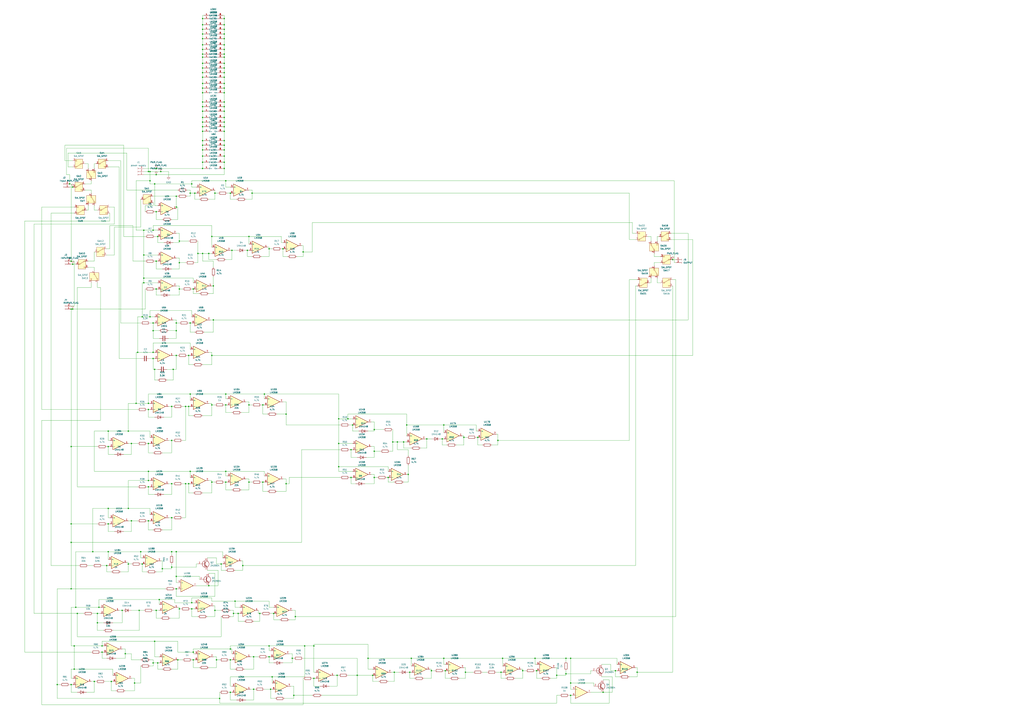
<source format=kicad_sch>
(kicad_sch (version 20250114) (generator "eeschema") (generator_version "9.0")
  (paper "A1")
  (lib_symbols
    (symbol "Amplifier_Operational:LM358" (pin_names (offset 0.127))
      (property "Reference" "U" (at 0 5.08 0))
      (property "Value" "LM358" (at 0 -5.08 0))
      (symbol "LM358_1_1"
        (pin input line (at -7.62 2.54 0) (length 2.54) (name "+") (number "3"))
        (pin input line (at -7.62 -2.54 0) (length 2.54) (name "-") (number "2"))
        (pin output line (at 7.62 0 180) (length 2.54) (name "~") (number "1"))
      )
      (symbol "LM358_2_1"
        (pin input line (at -7.62 2.54 0) (length 2.54) (name "+") (number "5"))
        (pin input line (at -7.62 -2.54 0) (length 2.54) (name "-") (number "6"))
        (pin output line (at 7.62 0 180) (length 2.54) (name "~") (number "7"))
      )
      (symbol "LM358_3_1"
        (pin power_in line (at -2.54 7.62 270) (length 3.81) (name "V+") (number "8"))
        (pin power_in line (at -2.54 -7.62 90) (length 3.81) (name "V-") (number "4"))
      )
    )
    (symbol "Connector:Conn_01x02_Socket" (pin_names (offset 1.016) (hide yes))
      (property "Reference" "J" (at 0 2.54 0))
      (property "Value" "Conn_01x02_Socket" (at 0 -5.08 0))
      (symbol "Conn_01x02_Socket_1_1"
        (pin passive line (at -5.08 0 0) (length 3.81) (name "Pin_1") (number "1"))
        (pin passive line (at -5.08 -2.54 0) (length 3.81) (name "Pin_2") (number "2"))
      )
    )
    (symbol "Connector:Conn_01x03_Socket" (pin_names (offset 1.016) (hide yes))
      (property "Reference" "J" (at 0 5.08 0))
      (property "Value" "Conn_01x03_Socket" (at 0 -5.08 0))
      (symbol "Conn_01x03_Socket_1_1"
        (pin passive line (at -5.08 2.54 0) (length 3.81) (name "Pin_1") (number "1"))
        (pin passive line (at -5.08 0 0) (length 3.81) (name "Pin_2") (number "2"))
        (pin passive line (at -5.08 -2.54 0) (length 3.81) (name "Pin_3") (number "3"))
      )
    )
    (symbol "Device:C" (pin_numbers (hide yes)) (pin_names (offset 0.254))
      (property "Reference" "C" (at 0.635 2.54 0))
      (property "Value" "C" (at 0.635 -2.54 0))
      (symbol "C_1_1"
        (pin passive line (at 0 3.81 270) (length 2.794) (name "~") (number "1"))
        (pin passive line (at 0 -3.81 90) (length 2.794) (name "~") (number "2"))
      )
    )
    (symbol "Device:R" (pin_numbers (hide yes)) (pin_names (offset 0))
      (property "Reference" "R" (at 2.032 0 90))
      (property "Value" "R" (at 0 0 90))
      (symbol "R_1_1"
        (pin passive line (at 0 3.81 270) (length 1.27) (name "~") (number "1"))
        (pin passive line (at 0 -3.81 90) (length 1.27) (name "~") (number "2"))
      )
    )
    (symbol "Diode:1N4148" (pin_numbers (hide yes)) (pin_names (hide yes))
      (property "Reference" "D" (at 0 2.54 0))
      (property "Value" "1N4148" (at 0 -2.54 0))
      (symbol "1N4148_1_1"
        (pin passive line (at -3.81 0 0) (length 2.54) (name "K") (number "1"))
        (pin passive line (at 3.81 0 180) (length 2.54) (name "A") (number "2"))
      )
    )
    (symbol "Switch:SW_SPDT" (pin_names (offset 0) (hide yes))
      (property "Reference" "SW" (at 0 5.08 0))
      (property "Value" "SW_SPDT" (at 0 -5.08 0))
      (symbol "SW_SPDT_1_1"
        (pin passive line (at -5.08 0 0) (length 2.54) (name "B") (number "2"))
        (pin passive line (at 5.08 2.54 180) (length 2.54) (name "A") (number "1"))
        (pin passive line (at 5.08 -2.54 180) (length 2.54) (name "C") (number "3"))
      )
    )
    (symbol "Transistor_BJT:2N3904" (pin_names (offset 0) (hide yes))
      (property "Reference" "Q" (at 5.08 1.905 0))
      (property "Value" "2N3904" (at 5.08 0 0))
      (symbol "2N3904_1_1"
        (pin input line (at -5.08 0 0) (length 2.54) (name "B") (number "2"))
        (pin passive line (at 2.54 5.08 270) (length 2.54) (name "C") (number "3"))
        (pin passive line (at 2.54 -5.08 90) (length 2.54) (name "E") (number "1"))
      )
    )
    (symbol "power:GND" (power) (pin_numbers (hide yes)) (pin_names (offset 0) (hide yes))
      (property "Value" "GND" (at 0 -3.81 0))
      (symbol "GND_1_1"
        (pin power_in line (at 0 0 270) (length 0) (name "~") (number "1"))
      )
    )
    (symbol "power:PWR_FLAG" (power) (pin_numbers (hide yes)) (pin_names (offset 0) (hide yes))
      (property "Value" "PWR_FLAG" (at 0 3.81 0))
      (symbol "PWR_FLAG_0_0"
        (pin power_out line (at 0 0 90) (length 0) (name "~") (number "1"))
      )
    )
  )
  (junction (at 128.27 237.49))
  (junction (at 166.37 72.39))
  (junction (at 158.75 542.29))
  (junction (at 46.99 562.61))
  (junction (at 322.58 363.22))
  (junction (at 232.41 204.47))
  (junction (at 166.37 104.14))
  (junction (at 175.26 234.95))
  (junction (at 302.26 541.02))
  (junction (at 128.27 143.51))
  (junction (at 166.37 20.32))
  (junction (at 293.37 554.99))
  (junction (at 364.49 541.02))
  (junction (at 468.63 561.34))
  (junction (at 468.63 571.5))
  (junction (at 166.37 27.94))
  (junction (at 116.84 463.55))
  (junction (at 495.3 568.96))
  (junction (at 365.76 551.18))
  (junction (at 184.15 87.63))
  (junction (at 184.15 44.45))
  (junction (at 158.75 237.49))
  (junction (at 166.37 36.83))
  (junction (at 142.24 303.53))
  (junction (at 288.29 392.43))
  (junction (at 63.5 504.19))
  (junction (at 224.79 504.19))
  (junction (at 220.98 539.75))
  (junction (at 125.73 294.64))
  (junction (at 411.48 552.45))
  (junction (at 166.37 208.28))
  (junction (at 58.42 367.03))
  (junction (at 118.11 232.41))
  (junction (at 166.37 83.82))
  (junction (at 184.15 100.33))
  (junction (at 180.34 574.04))
  (junction (at 158.75 535.94))
  (junction (at 144.78 161.29))
  (junction (at 335.28 389.89))
  (junction (at 184.15 138.43))
  (junction (at 177.8 542.29))
  (junction (at 184.15 46.99))
  (junction (at 278.13 364.49))
  (junction (at 147.32 237.49))
  (junction (at 173.99 292.1))
  (junction (at 156.21 265.43))
  (junction (at 429.26 551.18))
  (junction (at 234.95 397.51))
  (junction (at 189.23 158.75))
  (junction (at 184.15 119.38))
  (junction (at 58.42 445.77))
  (junction (at 128.27 214.63))
  (junction (at 125.73 265.43))
  (junction (at 140.97 425.45))
  (junction (at 58.42 483.87))
  (junction (at 285.75 344.17))
  (junction (at 184.15 31.75))
  (junction (at 208.28 566.42))
  (junction (at 307.34 392.43))
  (junction (at 125.73 271.78))
  (junction (at 363.22 360.68))
  (junction (at 88.9 430.53))
  (junction (at 552.45 213.36))
  (junction (at 191.77 504.19))
  (junction (at 166.37 115.57))
  (junction (at 184.15 36.83))
  (junction (at 184.15 107.95))
  (junction (at 83.82 535.94))
  (junction (at 128.27 138.43))
  (junction (at 234.95 340.36))
  (junction (at 110.49 561.34))
  (junction (at 354.33 551.18))
  (junction (at 203.2 205.74))
  (junction (at 166.37 107.95))
  (junction (at 392.43 359.41))
  (junction (at 133.35 467.36))
  (junction (at 121.92 387.35))
  (junction (at 166.37 123.19))
  (junction (at 248.92 207.01))
  (junction (at 184.15 68.58))
  (junction (at 144.78 170.18))
  (junction (at 140.97 466.09))
  (junction (at 147.32 215.9))
  (junction (at 80.01 504.19))
  (junction (at 199.39 464.82))
  (junction (at 59.69 153.67))
  (junction (at 217.17 323.85))
  (junction (at 220.98 204.47))
  (junction (at 184.15 76.2))
  (junction (at 207.01 158.75))
  (junction (at 156.21 323.85))
  (junction (at 184.15 123.19))
  (junction (at 144.78 265.43))
  (junction (at 144.78 271.78))
  (junction (at 412.75 541.02))
  (junction (at 208.28 539.75))
  (junction (at 171.45 208.28))
  (junction (at 193.04 494.03))
  (junction (at 160.02 158.75))
  (junction (at 105.41 417.83))
  (junction (at 80.01 511.81))
  (junction (at 318.77 392.43))
  (junction (at 184.15 96.52))
  (junction (at 123.19 260.35))
  (junction (at 144.78 483.87))
  (junction (at 121.92 140.97))
  (junction (at 140.97 361.95))
  (junction (at 166.37 46.99))
  (junction (at 166.37 15.24))
  (junction (at 105.41 463.55))
  (junction (at 166.37 40.64))
  (junction (at 88.9 367.03))
  (junction (at 523.24 552.45))
  (junction (at 140.97 334.01))
  (junction (at 83.82 530.86))
  (junction (at 88.9 354.33))
  (junction (at 381 359.41))
  (junction (at 457.2 554.99))
  (junction (at 166.37 138.43))
  (junction (at 152.4 397.51))
  (junction (at 58.42 562.61))
  (junction (at 116.84 260.35))
  (junction (at 166.37 128.27))
  (junction (at 162.56 208.28))
  (junction (at 257.81 530.86))
  (junction (at 326.39 363.22))
  (junction (at 127 151.13))
  (junction (at 87.63 464.82))
  (junction (at 114.3 501.65))
  (junction (at 185.42 323.85))
  (junction (at 173.99 332.74))
  (junction (at 171.45 481.33))
  (junction (at 189.23 568.96))
  (junction (at 144.78 292.1))
  (junction (at 185.42 396.24))
  (junction (at 166.37 31.75))
  (junction (at 184.15 15.24))
  (junction (at 115.57 453.39))
  (junction (at 144.78 473.71))
  (junction (at 166.37 52.07))
  (junction (at 190.5 205.74))
  (junction (at 166.37 87.63))
  (junction (at 157.48 500.38))
  (junction (at 118.11 228.6))
  (junction (at 276.86 554.99))
  (junction (at 222.25 566.42))
  (junction (at 125.73 544.83))
  (junction (at 184.15 20.32))
  (junction (at 128.27 501.65))
  (junction (at 118.11 209.55))
  (junction (at 166.37 59.69))
  (junction (at 250.19 530.86))
  (junction (at 118.11 189.23))
  (junction (at 189.23 533.4))
  (junction (at 184.15 83.82))
  (junction (at 121.92 427.99))
  (junction (at 176.53 158.75))
  (junction (at 184.15 104.14))
  (junction (at 154.94 397.51))
  (junction (at 175.26 262.89))
  (junction (at 181.61 463.55))
  (junction (at 91.44 560.07))
  (junction (at 195.58 504.19))
  (junction (at 408.94 361.95))
  (junction (at 154.94 292.1))
  (junction (at 146.05 542.29))
  (junction (at 382.27 552.45))
  (junction (at 81.28 499.11))
  (junction (at 125.73 189.23))
  (junction (at 213.36 504.19))
  (junction (at 173.99 396.24))
  (junction (at 464.82 541.02))
  (junction (at 184.15 55.88))
  (junction (at 173.99 194.31))
  (junction (at 121.92 331.47))
  (junction (at 62.23 499.11))
  (junction (at 58.42 430.53))
  (junction (at 334.01 349.25))
  (junction (at 125.73 289.56))
  (junction (at 166.37 68.58))
  (junction (at 166.37 96.52))
  (junction (at 140.97 453.39))
  (junction (at 58.42 214.63))
  (junction (at 102.87 537.21))
  (junction (at 107.95 427.99))
  (junction (at 464.82 553.72))
  (junction (at 156.21 387.35))
  (junction (at 156.21 158.75))
  (junction (at 184.15 115.57))
  (junction (at 184.15 128.27))
  (junction (at 204.47 396.24))
  (junction (at 111.76 331.47))
  (junction (at 152.4 334.01))
  (junction (at 189.23 542.29))
  (junction (at 166.37 91.44))
  (junction (at 215.9 396.24))
  (junction (at 215.9 332.74))
  (junction (at 121.92 400.05))
  (junction (at 144.78 453.39))
  (junction (at 121.92 364.49))
  (junction (at 88.9 417.83))
  (junction (at 242.57 506.73))
  (junction (at 129.54 194.31))
  (junction (at 58.42 254))
  (junction (at 323.85 552.45))
  (junction (at 331.47 363.22))
  (junction (at 176.53 501.65))
  (junction (at 166.37 63.5))
  (junction (at 505.46 551.18))
  (junction (at 184.15 63.5))
  (junction (at 289.56 349.25))
  (junction (at 468.63 541.02))
  (junction (at 350.52 360.68))
  (junction (at 127 303.53))
  (junction (at 107.95 364.49))
  (junction (at 336.55 552.45))
  (junction (at 257.81 557.53))
  (junction (at 184.15 59.69))
  (junction (at 240.03 541.02))
  (junction (at 439.42 541.02))
  (junction (at 57.15 151.13))
  (junction (at 127 527.05))
  (junction (at 337.82 541.02))
  (junction (at 60.96 530.86))
  (junction (at 123.19 148.59))
  (junction (at 113.03 289.56))
  (junction (at 278.13 383.54))
  (junction (at 76.2 453.39))
  (junction (at 128.27 173.99))
  (junction (at 185.42 387.35))
  (junction (at 166.37 44.45))
  (junction (at 166.37 55.88))
  (junction (at 166.37 76.2))
  (junction (at 440.69 551.18))
  (junction (at 241.3 571.5))
  (junction (at 184.15 27.94))
  (junction (at 184.15 52.07))
  (junction (at 77.47 560.07))
  (junction (at 166.37 119.38))
  (junction (at 121.92 336.55))
  (junction (at 121.92 394.97))
  (junction (at 185.42 332.74))
  (junction (at 140.97 397.51))
  (junction (at 184.15 40.64))
  (junction (at 306.07 554.99))
  (junction (at 220.98 530.86))
  (junction (at 184.15 133.35))
  (junction (at 185.42 148.59))
  (junction (at 364.49 349.25))
  (junction (at 166.37 24.13))
  (junction (at 88.9 453.39))
  (junction (at 204.47 332.74))
  (junction (at 154.94 334.01))
  (junction (at 105.41 354.33))
  (junction (at 307.34 353.06))
  (junction (at 184.15 24.13))
  (junction (at 59.69 254))
  (junction (at 204.47 194.31))
  (junction (at 100.33 501.65))
  (junction (at 59.69 217.17))
  (junction (at 129.54 544.83))
  (junction (at 157.48 151.13))
  (junction (at 130.81 492.76))
  (junction (at 288.29 369.57))
  (junction (at 132.08 140.97))
  (junction (at 278.13 344.17))
  (junction (at 166.37 133.35))
  (junction (at 60.96 549.91))
  (junction (at 184.15 91.44))
  (junction (at 147.32 500.38))
  (junction (at 223.52 556.26))
  (junction (at 307.34 370.84))
  (junction (at 123.19 140.97))
  (junction (at 184.15 72.39))
  (junction (at 147.32 198.12))
  (junction (at 157.48 495.3))
  (junction (at 166.37 100.33))
  (wire (pts (xy 320.04 370.84) (xy 322.58 370.84)))
  (wire (pts (xy 125.73 278.13) (xy 125.73 271.78)))
  (wire (pts (xy 105.41 469.9) (xy 105.41 463.55)))
  (wire (pts (xy 288.29 369.57) (xy 289.56 369.57)))
  (wire (pts (xy 391.16 354.33) (xy 391.16 349.25)))
  (wire (pts (xy 101.6 436.88) (xy 107.95 436.88)))
  (wire (pts (xy 74.93 156.21) (xy 74.93 158.75)))
  (wire (pts (xy 77.47 560.07) (xy 78.74 560.07)))
  (wire (pts (xy 227.33 340.36) (xy 234.95 340.36)))
  (wire (pts (xy 128.27 173.99) (xy 128.27 180.34)))
  (wire (pts (xy 182.88 119.38) (xy 184.15 119.38)))
  (wire (pts (xy 468.63 541.02) (xy 464.82 541.02)))
  (wire (pts (xy 500.38 558.8) (xy 500.38 577.85)))
  (wire (pts (xy 100.33 511.81) (xy 100.33 501.65)))
  (wire (pts (xy 256.54 182.88) (xy 256.54 207.01)))
  (wire (pts (xy 302.26 541.02) (xy 302.26 549.91)))
  (wire (pts (xy 307.34 370.84) (xy 307.34 375.92)))
  (wire (pts (xy 554.99 506.73) (xy 242.57 506.73)))
  (wire (pts (xy 176.53 497.84) (xy 176.53 501.65)))
  (wire (pts (xy 81.28 492.76) (xy 130.81 492.76)))
  (wire (pts (xy 185.42 396.24) (xy 185.42 402.59)))
  (wire (pts (xy 125.73 544.83) (xy 125.73 547.37)))
  (wire (pts (xy 87.63 430.53) (xy 88.9 430.53)))
  (wire (pts (xy 102.87 533.4) (xy 102.87 537.21)))
  (wire (pts (xy 240.03 501.65) (xy 242.57 501.65)))
  (wire (pts (xy 144.78 262.89) (xy 144.78 265.43)))
  (wire (pts (xy 335.28 389.89) (xy 335.28 396.24)))
  (wire (pts (xy 147.32 242.57) (xy 147.32 237.49)))
  (wire (pts (xy 116.84 458.47) (xy 115.57 458.47)))
  (wire (pts (xy 195.58 510.54) (xy 195.58 504.19)))
  (wire (pts (xy 63.5 523.24) (xy 181.61 523.24)))
  (wire (pts (xy 162.56 208.28) (xy 162.56 215.9)))
  (wire (pts (xy 144.78 265.43) (xy 147.32 265.43)))
  (wire (pts (xy 104.14 125.73) (xy 104.14 156.21)))
  (wire (pts (xy 204.47 332.74) (xy 207.01 332.74)))
  (wire (pts (xy 176.53 471.17) (xy 176.53 490.22)))
  (wire (pts (xy 412.75 547.37) (xy 412.75 541.02)))
  (wire (pts (xy 322.58 363.22) (xy 326.39 363.22)))
  (wire (pts (xy 276.86 554.99) (xy 276.86 563.88)))
  (wire (pts (xy 157.48 255.27) (xy 123.19 255.27)))
  (wire (pts (xy 292.1 397.51) (xy 288.29 397.51)))
  (wire (pts (xy 185.42 468.63) (xy 181.61 468.63)))
  (wire (pts (xy 173.99 394.97) (xy 173.99 396.24)))
  (wire (pts (xy 60.96 530.86) (xy 58.42 530.86)))
  (wire (pts (xy 200.66 510.54) (xy 195.58 510.54)))
  (wire (pts (xy 95.25 567.69) (xy 91.44 567.69)))
  (wire (pts (xy 132.08 140.97) (xy 138.43 140.97)))
  (wire (pts (xy 88.9 137.16) (xy 97.79 137.16)))
  (wire (pts (xy 364.49 551.18) (xy 365.76 551.18)))
  (wire (pts (xy 146.05 499.11) (xy 147.32 499.11)))
  (wire (pts (xy 119.38 168.91) (xy 119.38 173.99)))
  (wire (pts (xy 88.9 367.03) (xy 90.17 367.03)))
  (wire (pts (xy 278.13 323.85) (xy 217.17 323.85)))
  (wire (pts (xy 217.17 327.66) (xy 217.17 323.85)))
  (wire (pts (xy 377.19 557.53) (xy 382.27 557.53)))
  (wire (pts (xy 101.6 194.31) (xy 119.38 194.31)))
  (wire (pts (xy 158.75 542.29) (xy 158.75 548.64)))
  (wire (pts (xy 248.92 201.93) (xy 248.92 207.01)))
  (wire (pts (xy 144.78 483.87) (xy 146.05 483.87)))
  (wire (pts (xy 46.99 562.61) (xy 46.99 574.04)))
  (wire (pts (xy 318.77 560.07) (xy 323.85 560.07)))
  (wire (pts (xy 116.84 232.41) (xy 118.11 232.41)))
  (wire (pts (xy 278.13 387.35) (xy 289.56 387.35)))
  (wire (pts (xy 201.93 575.31) (xy 208.28 575.31)))
  (wire (pts (xy 87.63 209.55) (xy 93.98 209.55)))
  (wire (pts (xy 201.93 163.83) (xy 207.01 163.83)))
  (wire (pts (xy 71.12 172.72) (xy 72.39 172.72)))
  (wire (pts (xy 224.79 509.27) (xy 229.87 509.27)))
  (wire (pts (xy 495.3 568.96) (xy 502.92 568.96)))
  (wire (pts (xy 76.2 504.19) (xy 80.01 504.19)))
  (wire (pts (xy 121.92 387.35) (xy 77.47 387.35)))
  (wire (pts (xy 57.15 153.67) (xy 59.69 153.67)))
  (wire (pts (xy 115.57 163.83) (xy 115.57 186.69)))
  (wire (pts (xy 107.95 427.99) (xy 113.03 427.99)))
  (wire (pts (xy 186.69 158.75) (xy 189.23 158.75)))
  (wire (pts (xy 105.41 427.99) (xy 107.95 427.99)))
  (wire (pts (xy 427.99 549.91) (xy 429.26 549.91)))
  (wire (pts (xy 72.39 214.63) (xy 77.47 214.63)))
  (wire (pts (xy 162.56 463.55) (xy 161.29 463.55)))
  (wire (pts (xy 143.51 495.3) (xy 143.51 492.76)))
  (wire (pts (xy 347.98 557.53) (xy 354.33 557.53)))
  (wire (pts (xy 167.64 12.7) (xy 166.37 12.7)))
  (wire (pts (xy 91.44 469.9) (xy 87.63 469.9)))
  (wire (pts (xy 93.98 186.69) (xy 115.57 186.69)))
  (wire (pts (xy 374.65 365.76) (xy 381 365.76)))
  (wire (pts (xy 175.26 273.05) (xy 175.26 262.89)))
  (wire (pts (xy 521.97 191.77) (xy 519.43 191.77)))
  (wire (pts (xy 182.88 24.13) (xy 184.15 24.13)))
  (wire (pts (xy 287.02 369.57) (xy 288.29 369.57)))
  (wire (pts (xy 113.03 260.35) (xy 113.03 289.56)))
  (wire (pts (xy 166.37 96.52) (xy 166.37 100.33)))
  (wire (pts (xy 115.57 547.37) (xy 115.57 561.34)))
  (wire (pts (xy 58.42 367.03) (xy 80.01 367.03)))
  (wire (pts (xy 189.23 506.73) (xy 191.77 506.73)))
  (wire (pts (xy 111.76 148.59) (xy 123.19 148.59)))
  (wire (pts (xy 156.21 387.35) (xy 121.92 387.35)))
  (wire (pts (xy 537.21 218.44) (xy 537.21 215.9)))
  (wire (pts (xy 132.08 461.01) (xy 133.35 461.01)))
  (wire (pts (xy 158.75 535.94) (xy 158.75 533.4)))
  (wire (pts (xy 167.64 76.2) (xy 166.37 76.2)))
  (wire (pts (xy 534.67 228.6) (xy 534.67 232.41)))
  (wire (pts (xy 158.75 299.72) (xy 154.94 299.72)))
  (wire (pts (xy 58.42 483.87) (xy 58.42 445.77)))
  (wire (pts (xy 125.73 435.61) (xy 121.92 435.61)))
  (wire (pts (xy 307.34 353.06) (xy 314.96 353.06)))
  (wire (pts (xy 115.57 542.29) (xy 107.95 542.29)))
  (wire (pts (xy 307.34 392.43) (xy 307.34 389.89)))
  (wire (pts (xy 336.55 552.45) (xy 336.55 557.53)))
  (wire (pts (xy 182.88 107.95) (xy 184.15 107.95)))
  (wire (pts (xy 167.64 119.38) (xy 166.37 119.38)))
  (wire (pts (xy 193.04 499.11) (xy 196.85 499.11)))
  (wire (pts (xy 105.41 463.55) (xy 105.41 462.28)))
  (wire (pts (xy 185.42 391.16) (xy 185.42 387.35)))
  (wire (pts (xy 132.08 508) (xy 128.27 508)))
  (wire (pts (xy 457.2 571.5) (xy 459.74 571.5)))
  (wire (pts (xy 439.42 541.02) (xy 464.82 541.02)))
  (wire (pts (xy 215.9 332.74) (xy 217.17 332.74)))
  (wire (pts (xy 553.72 215.9) (xy 554.99 215.9)))
  (wire (pts (xy 92.71 511.81) (xy 100.33 511.81)))
  (wire (pts (xy 287.02 392.43) (xy 288.29 392.43)))
  (wire (pts (xy 214.63 210.82) (xy 220.98 210.82)))
  (wire (pts (xy 468.63 566.42) (xy 468.63 561.34)))
  (wire (pts (xy 133.35 467.36) (xy 133.35 469.9)))
  (wire (pts (xy 146.05 180.34) (xy 146.05 170.18)))
  (wire (pts (xy 215.9 396.24) (xy 217.17 396.24)))
  (wire (pts (xy 166.37 31.75) (xy 166.37 36.83)))
  (wire (pts (xy 278.13 364.49) (xy 278.13 344.17)))
  (wire (pts (xy 326.39 363.22) (xy 331.47 363.22)))
  (wire (pts (xy 231.14 199.39) (xy 231.14 194.31)))
  (wire (pts (xy 506.73 546.1) (xy 506.73 541.02)))
  (wire (pts (xy 118.11 189.23) (xy 125.73 189.23)))
  (wire (pts (xy 160.02 158.75) (xy 160.02 163.83)))
  (wire (pts (xy 182.88 72.39) (xy 184.15 72.39)))
  (wire (pts (xy 204.47 393.7) (xy 204.47 396.24)))
  (wire (pts (xy 171.45 163.83) (xy 176.53 163.83)))
  (wire (pts (xy 121.92 121.92) (xy 121.92 140.97)))
  (wire (pts (xy 88.9 430.53) (xy 90.17 430.53)))
  (wire (pts (xy 158.75 537.21) (xy 158.75 535.94)))
  (wire (pts (xy 129.54 544.83) (xy 129.54 549.91)))
  (wire (pts (xy 125.73 189.23) (xy 129.54 189.23)))
  (wire (pts (xy 204.47 396.24) (xy 204.47 402.59)))
  (wire (pts (xy 158.75 535.94) (xy 146.05 535.94)))
  (wire (pts (xy 140.97 180.34) (xy 146.05 180.34)))
  (wire (pts (xy 334.01 349.25) (xy 364.49 349.25)))
  (wire (pts (xy 189.23 575.31) (xy 194.31 575.31)))
  (wire (pts (xy 104.14 156.21) (xy 146.05 156.21)))
  (wire (pts (xy 120.65 469.9) (xy 116.84 469.9)))
  (wire (pts (xy 166.37 36.83) (xy 166.37 40.64)))
  (wire (pts (xy 90.17 175.26) (xy 90.17 181.61)))
  (wire (pts (xy 129.54 194.31) (xy 129.54 199.39)))
  (wire (pts (xy 118.11 143.51) (xy 128.27 143.51)))
  (wire (pts (xy 144.78 234.95) (xy 147.32 234.95)))
  (wire (pts (xy 285.75 554.99) (xy 293.37 554.99)))
  (wire (pts (xy 172.72 262.89) (xy 175.26 262.89)))
  (wire (pts (xy 553.72 148.59) (xy 553.72 215.9)))
  (wire (pts (xy 226.06 574.04) (xy 222.25 574.04)))
  (wire (pts (xy 185.42 327.66) (xy 186.69 327.66)))
  (wire (pts (xy 232.41 330.2) (xy 234.95 330.2)))
  (wire (pts (xy 407.67 356.87) (xy 408.94 356.87)))
  (wire (pts (xy 335.28 552.45) (xy 336.55 552.45)))
  (wire (pts (xy 167.64 36.83) (xy 166.37 36.83)))
  (wire (pts (xy 198.12 461.01) (xy 199.39 461.01)))
  (wire (pts (xy 86.36 560.07) (xy 91.44 560.07)))
  (wire (pts (xy 190.5 205.74) (xy 194.31 205.74)))
  (wire (pts (xy 157.48 506.73) (xy 162.56 506.73)))
  (wire (pts (xy 501.65 551.18) (xy 505.46 551.18)))
  (wire (pts (xy 147.32 500.38) (xy 147.32 508)))
  (wire (pts (xy 147.32 215.9) (xy 147.32 220.98)))
  (wire (pts (xy 167.64 104.14) (xy 166.37 104.14)))
  (wire (pts (xy 354.33 557.53) (xy 354.33 551.18)))
  (wire (pts (xy 111.76 289.56) (xy 113.03 289.56)))
  (wire (pts (xy 302.26 529.59) (xy 302.26 541.02)))
  (wire (pts (xy 121.92 387.35) (xy 121.92 394.97)))
  (wire (pts (xy 182.88 133.35) (xy 184.15 133.35)))
  (wire (pts (xy 105.41 463.55) (xy 107.95 463.55)))
  (wire (pts (xy 120.65 336.55) (xy 121.92 336.55)))
  (wire (pts (xy 189.23 530.86) (xy 189.23 533.4)))
  (wire (pts (xy 129.54 303.53) (xy 127 303.53)))
  (wire (pts (xy 381 548.64) (xy 382.27 548.64)))
  (wire (pts (xy 184.15 15.24) (xy 184.15 20.32)))
  (wire (pts (xy 63.5 523.24) (xy 63.5 504.19)))
  (wire (pts (xy 121.92 331.47) (xy 111.76 331.47)))
  (wire (pts (xy 167.64 100.33) (xy 166.37 100.33)))
  (wire (pts (xy 242.57 501.65) (xy 242.57 506.73)))
  (wire (pts (xy 157.48 500.38) (xy 157.48 506.73)))
  (wire (pts (xy 215.9 396.24) (xy 215.9 403.86)))
  (wire (pts (xy 542.29 215.9) (xy 537.21 215.9)))
  (wire (pts (xy 140.97 397.51) (xy 142.24 397.51)))
  (wire (pts (xy 167.64 46.99) (xy 166.37 46.99)))
  (wire (pts (xy 182.88 15.24) (xy 184.15 15.24)))
  (wire (pts (xy 185.42 327.66) (xy 185.42 323.85)))
  (wire (pts (xy 289.56 354.33) (xy 294.64 354.33)))
  (wire (pts (xy 198.12 402.59) (xy 204.47 402.59)))
  (wire (pts (xy 118.11 138.43) (xy 128.27 138.43)))
  (wire (pts (xy 143.51 483.87) (xy 144.78 483.87)))
  (wire (pts (xy 138.43 397.51) (xy 140.97 397.51)))
  (wire (pts (xy 128.27 469.9) (xy 133.35 469.9)))
  (wire (pts (xy 72.39 219.71) (xy 77.47 219.71)))
  (wire (pts (xy 88.9 417.83) (xy 88.9 425.45)))
  (wire (pts (xy 184.15 138.43) (xy 184.15 143.51)))
  (wire (pts (xy 55.88 125.73) (xy 55.88 137.16)))
  (wire (pts (xy 220.98 210.82) (xy 220.98 204.47)))
  (wire (pts (xy 184.15 96.52) (xy 184.15 100.33)))
  (wire (pts (xy 88.9 361.95) (xy 90.17 361.95)))
  (wire (pts (xy 247.65 445.77) (xy 58.42 445.77)))
  (wire (pts (xy 72.39 138.43) (xy 72.39 134.62)))
  (wire (pts (xy 144.78 483.87) (xy 144.78 490.22)))
  (wire (pts (xy 167.64 63.5) (xy 166.37 63.5)))
  (wire (pts (xy 171.45 208.28) (xy 173.99 208.28)))
  (wire (pts (xy 62.23 499.11) (xy 62.23 453.39)))
  (wire (pts (xy 184.15 104.14) (xy 184.15 107.95)))
  (wire (pts (xy 166.37 20.32) (xy 166.37 24.13)))
  (wire (pts (xy 118.11 232.41) (xy 118.11 228.6)))
  (wire (pts (xy 157.48 491.49) (xy 157.48 495.3)))
  (wire (pts (xy 128.27 501.65) (xy 128.27 508)))
  (wire (pts (xy 485.14 551.18) (xy 485.14 553.72)))
  (wire (pts (xy 20.32 181.61) (xy 20.32 535.94)))
  (wire (pts (xy 184.15 68.58) (xy 184.15 72.39)))
  (wire (pts (xy 182.88 76.2) (xy 184.15 76.2)))
  (wire (pts (xy 191.77 504.19) (xy 191.77 506.73)))
  (wire (pts (xy 175.26 219.71) (xy 175.26 214.63)))
  (wire (pts (xy 83.82 530.86) (xy 60.96 530.86)))
  (wire (pts (xy 552.45 234.95) (xy 552.45 552.45)))
  (wire (pts (xy 184.15 72.39) (xy 184.15 76.2)))
  (wire (pts (xy 199.39 464.82) (xy 199.39 468.63)))
  (wire (pts (xy 382.27 552.45) (xy 382.27 557.53)))
  (wire (pts (xy 60.96 170.18) (xy 34.29 170.18)))
  (wire (pts (xy 411.48 552.45) (xy 411.48 557.53)))
  (wire (pts (xy 81.28 492.76) (xy 81.28 499.11)))
  (wire (pts (xy 173.99 185.42) (xy 125.73 185.42)))
  (wire (pts (xy 128.27 138.43) (xy 166.37 138.43)))
  (wire (pts (xy 354.33 551.18) (xy 354.33 549.91)))
  (wire (pts (xy 408.94 361.95) (xy 516.89 361.95)))
  (wire (pts (xy 63.5 400.05) (xy 113.03 400.05)))
  (wire (pts (xy 34.29 170.18) (xy 34.29 336.55)))
  (wire (pts (xy 88.9 354.33) (xy 88.9 361.95)))
  (wire (pts (xy 121.92 336.55) (xy 123.19 336.55)))
  (wire (pts (xy 238.76 563.88) (xy 241.3 563.88)))
  (wire (pts (xy 190.5 205.74) (xy 189.23 205.74)))
  (wire (pts (xy 486.41 551.18) (xy 485.14 551.18)))
  (wire (pts (xy 248.92 541.02) (xy 293.37 541.02)))
  (wire (pts (xy 182.88 20.32) (xy 184.15 20.32)))
  (wire (pts (xy 318.77 392.43) (xy 318.77 396.24)))
  (wire (pts (xy 199.39 461.01) (xy 199.39 464.82)))
  (wire (pts (xy 439.42 551.18) (xy 440.69 551.18)))
  (wire (pts (xy 279.4 349.25) (xy 234.95 349.25)))
  (wire (pts (xy 121.92 140.97) (xy 123.19 140.97)))
  (wire (pts (xy 163.83 476.25) (xy 163.83 473.71)))
  (wire (pts (xy 77.47 354.33) (xy 88.9 354.33)))
  (wire (pts (xy 88.9 425.45) (xy 90.17 425.45)))
  (wire (pts (xy 278.13 383.54) (xy 278.13 364.49)))
  (wire (pts (xy 166.37 100.33) (xy 166.37 104.14)))
  (wire (pts (xy 219.71 403.86) (xy 215.9 403.86)))
  (wire (pts (xy 222.25 566.42) (xy 222.25 574.04)))
  (wire (pts (xy 412.75 541.02) (xy 439.42 541.02)))
  (wire (pts (xy 140.97 455.93) (xy 140.97 453.39)))
  (wire (pts (xy 140.97 425.45) (xy 142.24 425.45)))
  (wire (pts (xy 120.65 400.05) (xy 121.92 400.05)))
  (wire (pts (xy 185.42 153.67) (xy 189.23 153.67)))
  (wire (pts (xy 115.57 463.55) (xy 116.84 463.55)))
  (wire (pts (xy 166.37 405.13) (xy 173.99 405.13)))
  (wire (pts (xy 288.29 375.92) (xy 293.37 375.92)))
  (wire (pts (xy 232.41 544.83) (xy 240.03 544.83)))
  (wire (pts (xy 166.37 208.28) (xy 171.45 208.28)))
  (wire (pts (xy 203.2 205.74) (xy 204.47 205.74)))
  (wire (pts (xy 204.47 156.21) (xy 207.01 156.21)))
  (wire (pts (xy 142.24 303.53) (xy 142.24 312.42)))
  (wire (pts (xy 53.34 119.38) (xy 101.6 119.38)))
  (wire (pts (xy 166.37 299.72) (xy 173.99 299.72)))
  (wire (pts (xy 142.24 292.1) (xy 144.78 292.1)))
  (wire (pts (xy 157.48 500.38) (xy 160.02 500.38)))
  (wire (pts (xy 182.88 59.69) (xy 184.15 59.69)))
  (wire (pts (xy 97.79 294.64) (xy 115.57 294.64)))
  (wire (pts (xy 157.48 260.35) (xy 157.48 255.27)))
  (wire (pts (xy 166.37 83.82) (xy 166.37 87.63)))
  (wire (pts (xy 77.47 168.91) (xy 77.47 172.72)))
  (wire (pts (xy 187.96 568.96) (xy 189.23 568.96)))
  (wire (pts (xy 156.21 158.75) (xy 156.21 161.29)))
  (wire (pts (xy 138.43 271.78) (xy 144.78 271.78)))
  (wire (pts (xy 110.49 561.34) (xy 115.57 561.34)))
  (wire (pts (xy 123.19 140.97) (xy 132.08 140.97)))
  (wire (pts (xy 161.29 481.33) (xy 171.45 481.33)))
  (wire (pts (xy 153.67 156.21) (xy 156.21 156.21)))
  (wire (pts (xy 119.38 254) (xy 59.69 254)))
  (wire (pts (xy 118.11 228.6) (xy 118.11 209.55)))
  (wire (pts (xy 128.27 501.65) (xy 130.81 501.65)))
  (wire (pts (xy 208.28 566.42) (xy 209.55 566.42)))
  (wire (pts (xy 133.35 461.01) (xy 133.35 467.36)))
  (wire (pts (xy 123.19 140.97) (xy 123.19 148.59)))
  (wire (pts (xy 189.23 556.26) (xy 189.23 563.88)))
  (wire (pts (xy 323.85 552.45) (xy 323.85 560.07)))
  (wire (pts (xy 115.57 453.39) (xy 140.97 453.39)))
  (wire (pts (xy 214.63 396.24) (xy 215.9 396.24)))
  (wire (pts (xy 156.21 387.35) (xy 185.42 387.35)))
  (wire (pts (xy 90.17 170.18) (xy 93.98 170.18)))
  (wire (pts (xy 166.37 63.5) (xy 166.37 68.58)))
  (wire (pts (xy 82.55 345.44) (xy 34.29 345.44)))
  (wire (pts (xy 59.69 254) (xy 58.42 254)))
  (wire (pts (xy 220.98 204.47) (xy 220.98 203.2)))
  (wire (pts (xy 158.75 405.13) (xy 154.94 405.13)))
  (wire (pts (xy 92.71 554.99) (xy 92.71 549.91)))
  (wire (pts (xy 250.19 530.86) (xy 250.19 556.26)))
  (wire (pts (xy 167.64 107.95) (xy 166.37 107.95)))
  (wire (pts (xy 173.99 203.2) (xy 173.99 194.31)))
  (wire (pts (xy 167.64 15.24) (xy 166.37 15.24)))
  (wire (pts (xy 182.88 52.07) (xy 184.15 52.07)))
  (wire (pts (xy 288.29 392.43) (xy 289.56 392.43)))
  (wire (pts (xy 175.26 497.84) (xy 176.53 497.84)))
  (wire (pts (xy 181.61 463.55) (xy 182.88 463.55)))
  (wire (pts (xy 403.86 365.76) (xy 408.94 365.76)))
  (wire (pts (xy 133.35 549.91) (xy 129.54 549.91)))
  (wire (pts (xy 185.42 387.35) (xy 217.17 387.35)))
  (wire (pts (xy 97.79 137.16) (xy 97.79 294.64)))
  (wire (pts (xy 149.86 397.51) (xy 152.4 397.51)))
  (wire (pts (xy 198.12 339.09) (xy 204.47 339.09)))
  (wire (pts (xy 88.9 436.88) (xy 93.98 436.88)))
  (wire (pts (xy 74.93 148.59) (xy 74.93 151.13)))
  (wire (pts (xy 146.05 542.29) (xy 149.86 542.29)))
  (wire (pts (xy 214.63 332.74) (xy 215.9 332.74)))
  (wire (pts (xy 551.18 196.85) (xy 568.96 196.85)))
  (wire (pts (xy 182.88 68.58) (xy 184.15 68.58)))
  (wire (pts (xy 565.15 191.77) (xy 565.15 262.89)))
  (wire (pts (xy 381 359.41) (xy 381 358.14)))
  (wire (pts (xy 102.87 537.21) (xy 102.87 541.02)))
  (wire (pts (xy 184.15 87.63) (xy 184.15 91.44)))
  (wire (pts (xy 34.29 579.12) (xy 248.92 579.12)))
  (wire (pts (xy 166.37 52.07) (xy 166.37 55.88)))
  (wire (pts (xy 167.64 87.63) (xy 166.37 87.63)))
  (wire (pts (xy 125.73 303.53) (xy 125.73 294.64)))
  (wire (pts (xy 107.95 427.99) (xy 107.95 436.88)))
  (wire (pts (xy 142.24 199.39) (xy 147.32 199.39)))
  (wire (pts (xy 184.15 27.94) (xy 184.15 31.75)))
  (wire (pts (xy 161.29 463.55) (xy 161.29 466.09)))
  (wire (pts (xy 128.27 220.98) (xy 133.35 220.98)))
  (wire (pts (xy 323.85 552.45) (xy 327.66 552.45)))
  (wire (pts (xy 129.54 544.83) (xy 130.81 544.83)))
  (wire (pts (xy 58.42 499.11) (xy 62.23 499.11)))
  (wire (pts (xy 80.01 236.22) (xy 82.55 236.22)))
  (wire (pts (xy 185.42 323.85) (xy 217.17 323.85)))
  (wire (pts (xy 181.61 468.63) (xy 181.61 463.55)))
  (wire (pts (xy 87.63 464.82) (xy 88.9 464.82)))
  (wire (pts (xy 176.53 156.21) (xy 176.53 158.75)))
  (wire (pts (xy 166.37 214.63) (xy 166.37 208.28)))
  (wire (pts (xy 224.79 504.19) (xy 224.79 509.27)))
  (wire (pts (xy 167.64 40.64) (xy 166.37 40.64)))
  (wire (pts (xy 364.49 541.02) (xy 412.75 541.02)))
  (wire (pts (xy 125.73 265.43) (xy 125.73 271.78)))
  (wire (pts (xy 58.42 251.46) (xy 60.96 251.46)))
  (wire (pts (xy 521.97 464.82) (xy 199.39 464.82)))
  (wire (pts (xy 144.78 170.18) (xy 144.78 171.45)))
  (wire (pts (xy 93.98 186.69) (xy 93.98 209.55)))
  (wire (pts (xy 105.41 417.83) (xy 88.9 417.83)))
  (wire (pts (xy 469.9 566.42) (xy 468.63 566.42)))
  (wire (pts (xy 184.15 12.7) (xy 184.15 15.24)))
  (wire (pts (xy 278.13 383.54) (xy 318.77 383.54)))
  (wire (pts (xy 184.15 107.95) (xy 184.15 115.57)))
  (wire (pts (xy 91.44 560.07) (xy 92.71 560.07)))
  (wire (pts (xy 166.37 133.35) (xy 166.37 138.43)))
  (wire (pts (xy 467.36 571.5) (xy 468.63 571.5)))
  (wire (pts (xy 502.92 556.26) (xy 502.92 568.96)))
  (wire (pts (xy 552.45 229.87) (xy 554.99 229.87)))
  (wire (pts (xy 185.42 391.16) (xy 186.69 391.16)))
  (wire (pts (xy 236.22 210.82) (xy 232.41 210.82)))
  (wire (pts (xy 256.54 571.5) (xy 241.3 571.5)))
  (wire (pts (xy 182.88 87.63) (xy 184.15 87.63)))
  (wire (pts (xy 208.28 566.42) (xy 208.28 575.31)))
  (wire (pts (xy 144.78 473.71) (xy 163.83 473.71)))
  (wire (pts (xy 100.33 533.4) (xy 102.87 533.4)))
  (wire (pts (xy 184.15 20.32) (xy 184.15 24.13)))
  (wire (pts (xy 88.9 417.83) (xy 76.2 417.83)))
  (wire (pts (xy 361.95 360.68) (xy 363.22 360.68)))
  (wire (pts (xy 322.58 353.06) (xy 322.58 363.22)))
  (wire (pts (xy 85.09 511.81) (xy 80.01 511.81)))
  (wire (pts (xy 57.15 143.51) (xy 54.61 143.51)))
  (wire (pts (xy 190.5 537.21) (xy 190.5 533.4)))
  (wire (pts (xy 213.36 504.19) (xy 213.36 510.54)))
  (wire (pts (xy 99.06 132.08) (xy 88.9 132.08)))
  (wire (pts (xy 53.34 132.08) (xy 59.69 132.08)))
  (wire (pts (xy 534.67 198.12) (xy 534.67 194.31)))
  (wire (pts (xy 69.85 151.13) (xy 74.93 151.13)))
  (wire (pts (xy 118.11 209.55) (xy 118.11 189.23)))
  (wire (pts (xy 204.47 332.74) (xy 204.47 339.09)))
  (wire (pts (xy 58.42 568.96) (xy 63.5 568.96)))
  (wire (pts (xy 468.63 561.34) (xy 468.63 541.02)))
  (wire (pts (xy 234.95 397.51) (xy 234.95 403.86)))
  (wire (pts (xy 71.12 568.96) (xy 77.47 568.96)))
  (wire (pts (xy 429.26 557.53) (xy 429.26 551.18)))
  (wire (pts (xy 184.15 46.99) (xy 184.15 52.07)))
  (wire (pts (xy 364.49 355.6) (xy 364.49 349.25)))
  (wire (pts (xy 105.41 364.49) (xy 107.95 364.49)))
  (wire (pts (xy 201.93 205.74) (xy 203.2 205.74)))
  (wire (pts (xy 182.88 100.33) (xy 184.15 100.33)))
  (wire (pts (xy 127 194.31) (xy 129.54 194.31)))
  (wire (pts (xy 207.01 158.75) (xy 207.01 156.21)))
  (wire (pts (xy 88.9 459.74) (xy 88.9 453.39)))
  (wire (pts (xy 167.64 115.57) (xy 166.37 115.57)))
  (wire (pts (xy 505.46 556.26) (xy 505.46 551.18)))
  (wire (pts (xy 171.45 471.17) (xy 176.53 471.17)))
  (wire (pts (xy 154.94 292.1) (xy 156.21 292.1)))
  (wire (pts (xy 307.34 354.33) (xy 307.34 353.06)))
  (wire (pts (xy 247.65 201.93) (xy 248.92 201.93)))
  (wire (pts (xy 80.01 504.19) (xy 82.55 504.19)))
  (wire (pts (xy 123.19 151.13) (xy 127 151.13)))
  (wire (pts (xy 170.18 458.47) (xy 177.8 458.47)))
  (wire (pts (xy 184.15 52.07) (xy 184.15 55.88)))
  (wire (pts (xy 175.26 234.95) (xy 175.26 241.3)))
  (wire (pts (xy 83.82 535.94) (xy 83.82 541.02)))
  (wire (pts (xy 121.92 331.47) (xy 123.19 331.47)))
  (wire (pts (xy 184.15 128.27) (xy 184.15 133.35)))
  (wire (pts (xy 541.02 194.31) (xy 539.75 194.31)))
  (wire (pts (xy 125.73 166.37) (xy 125.73 168.91)))
  (wire (pts (xy 250.19 530.86) (xy 257.81 530.86)))
  (wire (pts (xy 128.27 214.63) (xy 129.54 214.63)))
  (wire (pts (xy 391.16 359.41) (xy 392.43 359.41)))
  (wire (pts (xy 139.7 242.57) (xy 147.32 242.57)))
  (wire (pts (xy 99.06 265.43) (xy 115.57 265.43)))
  (wire (pts (xy 167.64 55.88) (xy 166.37 55.88)))
  (wire (pts (xy 87.63 204.47) (xy 90.17 204.47)))
  (wire (pts (xy 240.03 541.02) (xy 241.3 541.02)))
  (wire (pts (xy 217.17 566.42) (xy 222.25 566.42)))
  (wire (pts (xy 204.47 396.24) (xy 207.01 396.24)))
  (wire (pts (xy 53.34 132.08) (xy 53.34 119.38)))
  (wire (pts (xy 121.92 427.99) (xy 123.19 427.99)))
  (wire (pts (xy 63.5 236.22) (xy 74.93 236.22)))
  (wire (pts (xy 222.25 504.19) (xy 224.79 504.19)))
  (wire (pts (xy 166.37 115.57) (xy 166.37 119.38)))
  (wire (pts (xy 219.71 203.2) (xy 220.98 203.2)))
  (wire (pts (xy 278.13 344.17) (xy 285.75 344.17)))
  (wire (pts (xy 158.75 241.3) (xy 163.83 241.3)))
  (wire (pts (xy 220.98 494.03) (xy 220.98 499.11)))
  (wire (pts (xy 121.92 400.05) (xy 121.92 406.4)))
  (wire (pts (xy 110.49 561.34) (xy 110.49 567.69)))
  (wire (pts (xy 212.09 504.19) (xy 213.36 504.19)))
  (wire (pts (xy 182.88 27.94) (xy 184.15 27.94)))
  (wire (pts (xy 167.64 96.52) (xy 166.37 96.52)))
  (wire (pts (xy 160.02 273.05) (xy 156.21 273.05)))
  (wire (pts (xy 439.42 546.1) (xy 439.42 541.02)))
  (wire (pts (xy 200.66 549.91) (xy 208.28 549.91)))
  (wire (pts (xy 363.22 360.68) (xy 364.49 360.68)))
  (wire (pts (xy 41.91 464.82) (xy 64.77 464.82)))
  (wire (pts (xy 118.11 228.6) (xy 158.75 228.6)))
  (wire (pts (xy 156.21 328.93) (xy 156.21 323.85)))
  (wire (pts (xy 182.88 46.99) (xy 184.15 46.99)))
  (wire (pts (xy 72.39 168.91) (xy 72.39 172.72)))
  (wire (pts (xy 125.73 289.56) (xy 127 289.56)))
  (wire (pts (xy 173.99 292.1) (xy 173.99 289.56)))
  (wire (pts (xy 354.33 551.18) (xy 356.87 551.18)))
  (wire (pts (xy 241.3 571.5) (xy 241.3 574.04)))
  (wire (pts (xy 118.11 232.41) (xy 129.54 232.41)))
  (wire (pts (xy 501.65 546.1) (xy 501.65 551.18)))
  (wire (pts (xy 240.03 541.02) (xy 240.03 544.83)))
  (wire (pts (xy 81.28 499.11) (xy 82.55 499.11)))
  (wire (pts (xy 162.56 198.12) (xy 162.56 208.28)))
  (wire (pts (xy 285.75 340.36) (xy 285.75 344.17)))
  (wire (pts (xy 156.21 500.38) (xy 157.48 500.38)))
  (wire (pts (xy 137.16 303.53) (xy 142.24 303.53)))
  (wire (pts (xy 88.9 354.33) (xy 105.41 354.33)))
  (wire (pts (xy 523.24 548.64) (xy 523.24 552.45)))
  (wire (pts (xy 58.42 483.87) (xy 135.89 483.87)))
  (wire (pts (xy 457.2 577.85) (xy 457.2 571.5)))
  (wire (pts (xy 289.56 349.25) (xy 289.56 354.33)))
  (wire (pts (xy 285.75 344.17) (xy 289.56 344.17)))
  (wire (pts (xy 182.88 83.82) (xy 184.15 83.82)))
  (wire (pts (xy 118.11 140.97) (xy 121.92 140.97)))
  (wire (pts (xy 125.73 281.94) (xy 125.73 289.56)))
  (wire (pts (xy 60.96 251.46) (xy 60.96 214.63)))
  (wire (pts (xy 171.45 548.64) (xy 177.8 548.64)))
  (wire (pts (xy 92.71 518.16) (xy 114.3 518.16)))
  (wire (pts (xy 111.76 189.23) (xy 111.76 148.59)))
  (wire (pts (xy 99.06 265.43) (xy 99.06 132.08)))
  (wire (pts (xy 166.37 12.7) (xy 166.37 15.24)))
  (wire (pts (xy 138.43 278.13) (xy 144.78 278.13)))
  (wire (pts (xy 130.81 492.76) (xy 143.51 492.76)))
  (wire (pts (xy 182.88 36.83) (xy 184.15 36.83)))
  (wire (pts (xy 162.56 208.28) (xy 166.37 208.28)))
  (wire (pts (xy 116.84 260.35) (xy 113.03 260.35)))
  (wire (pts (xy 224.79 544.83) (xy 220.98 544.83)))
  (wire (pts (xy 365.76 546.1) (xy 364.49 546.1)))
  (wire (pts (xy 123.19 359.41) (xy 123.19 354.33)))
  (wire (pts (xy 46.99 483.87) (xy 58.42 483.87)))
  (wire (pts (xy 72.39 464.82) (xy 76.2 464.82)))
  (wire (pts (xy 166.37 44.45) (xy 166.37 46.99)))
  (wire (pts (xy 189.23 556.26) (xy 223.52 556.26)))
  (wire (pts (xy 157.48 151.13) (xy 157.48 153.67)))
  (wire (pts (xy 127 527.05) (xy 146.05 527.05)))
  (wire (pts (xy 340.36 557.53) (xy 336.55 557.53)))
  (wire (pts (xy 173.99 332.74) (xy 176.53 332.74)))
  (wire (pts (xy 307.34 353.06) (xy 307.34 346.71)))
  (wire (pts (xy 46.99 562.61) (xy 46.99 483.87)))
  (wire (pts (xy 147.32 199.39) (xy 147.32 198.12)))
  (wire (pts (xy 331.47 363.22) (xy 331.47 368.3)))
  (wire (pts (xy 121.92 342.9) (xy 127 342.9)))
  (wire (pts (xy 63.5 236.22) (xy 63.5 400.05)))
  (wire (pts (xy 220.98 539.75) (xy 220.98 544.83)))
  (wire (pts (xy 184.15 119.38) (xy 184.15 123.19)))
  (wire (pts (xy 121.92 323.85) (xy 121.92 331.47)))
  (wire (pts (xy 234.95 330.2) (xy 234.95 340.36)))
  (wire (pts (xy 509.27 556.26) (xy 505.46 556.26)))
  (wire (pts (xy 158.75 533.4) (xy 189.23 533.4)))
  (wire (pts (xy 182.88 63.5) (xy 184.15 63.5)))
  (wire (pts (xy 123.19 542.29) (xy 125.73 542.29)))
  (wire (pts (xy 156.21 323.85) (xy 121.92 323.85)))
  (wire (pts (xy 208.28 539.75) (xy 208.28 549.91)))
  (wire (pts (xy 350.52 360.68) (xy 349.25 360.68)))
  (wire (pts (xy 189.23 563.88) (xy 190.5 563.88)))
  (wire (pts (xy 304.8 389.89) (xy 307.34 389.89)))
  (wire (pts (xy 118.11 209.55) (xy 129.54 209.55)))
  (wire (pts (xy 119.38 237.49) (xy 119.38 254)))
  (wire (pts (xy 125.73 168.91) (xy 119.38 168.91)))
  (wire (pts (xy 166.37 87.63) (xy 166.37 91.44)))
  (wire (pts (xy 144.78 191.77) (xy 147.32 191.77)))
  (wire (pts (xy 90.17 185.42) (xy 109.22 185.42)))
  (wire (pts (xy 189.23 568.96) (xy 189.23 575.31)))
  (wire (pts (xy 184.15 83.82) (xy 184.15 87.63)))
  (wire (pts (xy 140.97 425.45) (xy 140.97 435.61)))
  (wire (pts (xy 173.99 194.31) (xy 204.47 194.31)))
  (wire (pts (xy 182.88 96.52) (xy 184.15 96.52)))
  (wire (pts (xy 219.71 539.75) (xy 220.98 539.75)))
  (wire (pts (xy 107.95 364.49) (xy 107.95 373.38)))
  (wire (pts (xy 140.97 361.95) (xy 140.97 372.11)))
  (wire (pts (xy 82.55 535.94) (xy 83.82 535.94)))
  (wire (pts (xy 87.63 541.02) (xy 83.82 541.02)))
  (wire (pts (xy 539.75 232.41) (xy 542.29 232.41)))
  (wire (pts (xy 146.05 478.79) (xy 144.78 478.79)))
  (wire (pts (xy 54.61 121.92) (xy 121.92 121.92)))
  (wire (pts (xy 279.4 392.43) (xy 237.49 392.43)))
  (wire (pts (xy 468.63 571.5) (xy 469.9 571.5)))
  (wire (pts (xy 523.24 552.45) (xy 552.45 552.45)))
  (wire (pts (xy 302.26 529.59) (xy 257.81 529.59)))
  (wire (pts (xy 182.88 123.19) (xy 184.15 123.19)))
  (wire (pts (xy 288.29 369.57) (xy 288.29 375.92)))
  (wire (pts (xy 193.04 494.03) (xy 220.98 494.03)))
  (wire (pts (xy 116.84 260.35) (xy 116.84 232.41)))
  (wire (pts (xy 129.54 312.42) (xy 127 312.42)))
  (wire (pts (xy 125.73 372.11) (xy 121.92 372.11)))
  (wire (pts (xy 300.99 375.92) (xy 307.34 375.92)))
  (wire (pts (xy 123.19 422.91) (xy 123.19 417.83)))
  (wire (pts (xy 391.16 349.25) (xy 364.49 349.25)))
  (wire (pts (xy 185.42 396.24) (xy 186.69 396.24)))
  (wire (pts (xy 232.41 393.7) (xy 234.95 393.7)))
  (wire (pts (xy 140.97 466.09) (xy 140.97 467.36)))
  (wire (pts (xy 237.49 397.51) (xy 234.95 397.51)))
  (wire (pts (xy 171.45 289.56) (xy 173.99 289.56)))
  (wire (pts (xy 127 151.13) (xy 127 168.91)))
  (wire (pts (xy 27.94 184.15) (xy 27.94 504.19)))
  (wire (pts (xy 173.99 494.03) (xy 173.99 491.49)))
  (wire (pts (xy 288.29 392.43) (xy 288.29 397.51)))
  (wire (pts (xy 152.4 397.51) (xy 152.4 425.45)))
  (wire (pts (xy 542.29 210.82) (xy 537.21 210.82)))
  (wire (pts (xy 97.79 501.65) (xy 100.33 501.65)))
  (wire (pts (xy 123.19 294.64) (xy 125.73 294.64)))
  (wire (pts (xy 91.44 560.07) (xy 91.44 567.69)))
  (wire (pts (xy 170.18 506.73) (xy 176.53 506.73)))
  (wire (pts (xy 121.92 400.05) (xy 123.19 400.05)))
  (wire (pts (xy 171.45 241.3) (xy 175.26 241.3)))
  (wire (pts (xy 20.32 535.94) (xy 74.93 535.94)))
  (wire (pts (xy 83.82 535.94) (xy 85.09 535.94)))
  (wire (pts (xy 233.68 574.04) (xy 241.3 574.04)))
  (wire (pts (xy 46.99 574.04) (xy 180.34 574.04)))
  (wire (pts (xy 102.87 537.21) (xy 107.95 537.21)))
  (wire (pts (xy 193.04 494.03) (xy 193.04 499.11)))
  (wire (pts (xy 184.15 115.57) (xy 184.15 119.38)))
  (wire (pts (xy 171.45 481.33) (xy 179.07 481.33)))
  (wire (pts (xy 130.81 492.76) (xy 130.81 496.57)))
  (wire (pts (xy 222.25 534.67) (xy 220.98 534.67)))
  (wire (pts (xy 184.15 44.45) (xy 184.15 46.99)))
  (wire (pts (xy 457.2 548.64) (xy 457.2 554.99)))
  (wire (pts (xy 219.71 340.36) (xy 215.9 340.36)))
  (wire (pts (xy 173.99 299.72) (xy 173.99 292.1)))
  (wire (pts (xy 34.29 336.55) (xy 113.03 336.55)))
  (wire (pts (xy 166.37 15.24) (xy 166.37 20.32)))
  (wire (pts (xy 125.73 501.65) (xy 128.27 501.65)))
  (wire (pts (xy 278.13 344.17) (xy 278.13 323.85)))
  (wire (pts (xy 149.86 361.95) (xy 152.4 361.95)))
  (wire (pts (xy 293.37 554.99) (xy 293.37 571.5)))
  (wire (pts (xy 217.17 391.16) (xy 217.17 387.35)))
  (wire (pts (xy 140.97 467.36) (xy 133.35 467.36)))
  (wire (pts (xy 175.26 227.33) (xy 175.26 234.95)))
  (wire (pts (xy 125.73 161.29) (xy 144.78 161.29)))
  (wire (pts (xy 58.42 562.61) (xy 58.42 568.96)))
  (wire (pts (xy 537.21 210.82) (xy 537.21 208.28)))
  (wire (pts (xy 365.76 557.53) (xy 365.76 551.18)))
  (wire (pts (xy 74.93 232.41) (xy 74.93 236.22)))
  (wire (pts (xy 144.78 292.1) (xy 144.78 303.53)))
  (wire (pts (xy 534.67 194.31) (xy 532.13 194.31)))
  (wire (pts (xy 123.19 547.37) (xy 125.73 547.37)))
  (wire (pts (xy 222.25 566.42) (xy 223.52 566.42)))
  (wire (pts (xy 87.63 464.82) (xy 87.63 469.9)))
  (wire (pts (xy 220.98 204.47) (xy 223.52 204.47)))
  (wire (pts (xy 193.04 468.63) (xy 199.39 468.63)))
  (wire (pts (xy 54.61 143.51) (xy 54.61 121.92)))
  (wire (pts (xy 521.97 196.85) (xy 516.89 196.85)))
  (wire (pts (xy 166.37 138.43) (xy 167.64 138.43)))
  (wire (pts (xy 154.94 265.43) (xy 156.21 265.43)))
  (wire (pts (xy 240.03 537.21) (xy 240.03 541.02)))
  (wire (pts (xy 334.01 389.89) (xy 335.28 389.89)))
  (wire (pts (xy 110.49 557.53) (xy 110.49 561.34)))
  (wire (pts (xy 154.94 397.51) (xy 156.21 397.51)))
  (wire (pts (xy 257.81 557.53) (xy 257.81 563.88)))
  (wire (pts (xy 166.37 24.13) (xy 166.37 27.94)))
  (wire (pts (xy 107.95 364.49) (xy 113.03 364.49)))
  (wire (pts (xy 76.2 417.83) (xy 76.2 453.39)))
  (wire (pts (xy 147.32 508) (xy 139.7 508)))
  (wire (pts (xy 77.47 387.35) (xy 77.47 354.33)))
  (wire (pts (xy 140.97 463.55) (xy 140.97 466.09)))
  (wire (pts (xy 204.47 200.66) (xy 204.47 194.31)))
  (wire (pts (xy 80.01 430.53) (xy 58.42 430.53)))
  (wire (pts (xy 63.5 504.19) (xy 68.58 504.19)))
  (wire (pts (xy 123.19 260.35) (xy 116.84 260.35)))
  (wire (pts (xy 227.33 403.86) (xy 234.95 403.86)))
  (wire (pts (xy 166.37 123.19) (xy 166.37 128.27)))
  (wire (pts (xy 27.94 504.19) (xy 63.5 504.19)))
  (wire (pts (xy 62.23 453.39) (xy 76.2 453.39)))
  (wire (pts (xy 182.88 31.75) (xy 184.15 31.75)))
  (wire (pts (xy 184.15 332.74) (xy 185.42 332.74)))
  (wire (pts (xy 485.14 553.72) (xy 464.82 553.72)))
  (wire (pts (xy 127 173.99) (xy 128.27 173.99)))
  (wire (pts (xy 207.01 158.75) (xy 516.89 158.75)))
  (wire (pts (xy 318.77 383.54) (xy 318.77 387.35)))
  (wire (pts (xy 257.81 529.59) (xy 257.81 530.86)))
  (wire (pts (xy 157.48 542.29) (xy 158.75 542.29)))
  (wire (pts (xy 160.02 158.75) (xy 161.29 158.75)))
  (wire (pts (xy 500.38 577.85) (xy 468.63 577.85)))
  (wire (pts (xy 231.14 194.31) (xy 204.47 194.31)))
  (wire (pts (xy 257.81 552.45) (xy 259.08 552.45)))
  (wire (pts (xy 167.64 27.94) (xy 166.37 27.94)))
  (wire (pts (xy 80.01 232.41) (xy 80.01 236.22)))
  (wire (pts (xy 152.4 397.51) (xy 154.94 397.51)))
  (wire (pts (xy 121.92 364.49) (xy 121.92 372.11)))
  (wire (pts (xy 83.82 527.05) (xy 127 527.05)))
  (wire (pts (xy 123.19 148.59) (xy 123.19 151.13)))
  (wire (pts (xy 147.32 198.12) (xy 147.32 191.77)))
  (wire (pts (xy 58.42 151.13) (xy 58.42 214.63)))
  (wire (pts (xy 422.91 557.53) (xy 429.26 557.53)))
  (wire (pts (xy 133.35 372.11) (xy 140.97 372.11)))
  (wire (pts (xy 127 539.75) (xy 130.81 539.75)))
  (wire (pts (xy 125.73 265.43) (xy 127 265.43)))
  (wire (pts (xy 350.52 368.3) (xy 350.52 360.68)))
  (wire (pts (xy 49.53 562.61) (xy 46.99 562.61)))
  (wire (pts (xy 494.03 556.26) (xy 502.92 556.26)))
  (wire (pts (xy 128.27 143.51) (xy 184.15 143.51)))
  (wire (pts (xy 180.34 574.04) (xy 180.34 577.85)))
  (wire (pts (xy 167.64 20.32) (xy 166.37 20.32)))
  (wire (pts (xy 93.98 184.15) (xy 27.94 184.15)))
  (wire (pts (xy 121.92 394.97) (xy 123.19 394.97)))
  (wire (pts (xy 157.48 237.49) (xy 158.75 237.49)))
  (wire (pts (xy 105.41 394.97) (xy 121.92 394.97)))
  (wire (pts (xy 83.82 464.82) (xy 87.63 464.82)))
  (wire (pts (xy 156.21 158.75) (xy 160.02 158.75)))
  (wire (pts (xy 166.37 59.69) (xy 166.37 63.5)))
  (wire (pts (xy 128.27 237.49) (xy 129.54 237.49)))
  (wire (pts (xy 121.92 406.4) (xy 127 406.4)))
  (wire (pts (xy 173.99 331.47) (xy 173.99 332.74)))
  (wire (pts (xy 105.41 394.97) (xy 105.41 417.83)))
  (wire (pts (xy 182.88 128.27) (xy 184.15 128.27)))
  (wire (pts (xy 125.73 542.29) (xy 125.73 544.83)))
  (wire (pts (xy 185.42 148.59) (xy 185.42 153.67)))
  (wire (pts (xy 154.94 334.01) (xy 154.94 341.63)))
  (wire (pts (xy 95.25 541.02) (xy 102.87 541.02)))
  (wire (pts (xy 335.28 374.65) (xy 335.28 369.57)))
  (wire (pts (xy 58.42 557.53) (xy 59.69 557.53)))
  (wire (pts (xy 363.22 360.68) (xy 363.22 365.76)))
  (wire (pts (xy 154.94 334.01) (xy 156.21 334.01)))
  (wire (pts (xy 452.12 557.53) (xy 457.2 557.53)))
  (wire (pts (xy 116.84 469.9) (xy 116.84 463.55)))
  (wire (pts (xy 77.47 207.01) (xy 77.47 214.63)))
  (wire (pts (xy 127 260.35) (xy 123.19 260.35)))
  (wire (pts (xy 248.92 207.01) (xy 248.92 210.82)))
  (wire (pts (xy 107.95 557.53) (xy 110.49 557.53)))
  (wire (pts (xy 83.82 527.05) (xy 83.82 530.86)))
  (wire (pts (xy 411.48 552.45) (xy 412.75 552.45)))
  (wire (pts (xy 184.15 63.5) (xy 184.15 68.58)))
  (wire (pts (xy 59.69 137.16) (xy 55.88 137.16)))
  (wire (pts (xy 156.21 265.43) (xy 157.48 265.43)))
  (wire (pts (xy 464.82 551.18) (xy 464.82 553.72)))
  (wire (pts (xy 58.42 445.77) (xy 58.42 430.53)))
  (wire (pts (xy 144.78 453.39) (xy 140.97 453.39)))
  (wire (pts (xy 138.43 361.95) (xy 140.97 361.95)))
  (wire (pts (xy 121.92 364.49) (xy 123.19 364.49)))
  (wire (pts (xy 140.97 549.91) (xy 146.05 549.91)))
  (wire (pts (xy 243.84 210.82) (xy 248.92 210.82)))
  (wire (pts (xy 137.16 312.42) (xy 142.24 312.42)))
  (wire (pts (xy 364.49 546.1) (xy 364.49 541.02)))
  (wire (pts (xy 306.07 554.99) (xy 306.07 560.07)))
  (wire (pts (xy 232.41 199.39) (xy 231.14 199.39)))
  (wire (pts (xy 144.78 265.43) (xy 144.78 271.78)))
  (wire (pts (xy 127 237.49) (xy 128.27 237.49)))
  (wire (pts (xy 257.81 557.53) (xy 259.08 557.53)))
  (wire (pts (xy 123.19 265.43) (xy 125.73 265.43)))
  (wire (pts (xy 58.42 530.86) (xy 58.42 499.11)))
  (wire (pts (xy 158.75 548.64) (xy 163.83 548.64)))
  (wire (pts (xy 552.45 213.36) (xy 554.99 213.36)))
  (wire (pts (xy 120.65 427.99) (xy 121.92 427.99)))
  (wire (pts (xy 125.73 294.64) (xy 127 294.64)))
  (wire (pts (xy 167.64 123.19) (xy 166.37 123.19)))
  (wire (pts (xy 173.99 491.49) (xy 157.48 491.49)))
  (wire (pts (xy 184.15 396.24) (xy 185.42 396.24)))
  (wire (pts (xy 215.9 332.74) (xy 215.9 340.36)))
  (wire (pts (xy 57.15 151.13) (xy 57.15 143.51)))
  (wire (pts (xy 147.32 237.49) (xy 147.32 234.95)))
  (wire (pts (xy 392.43 354.33) (xy 391.16 354.33)))
  (wire (pts (xy 85.09 530.86) (xy 83.82 530.86)))
  (wire (pts (xy 158.75 341.63) (xy 154.94 341.63)))
  (wire (pts (xy 175.26 539.75) (xy 177.8 539.75)))
  (wire (pts (xy 287.02 349.25) (xy 289.56 349.25)))
  (wire (pts (xy 123.19 354.33) (xy 105.41 354.33)))
  (wire (pts (xy 568.96 196.85) (xy 568.96 292.1)))
  (wire (pts (xy 158.75 237.49) (xy 158.75 241.3)))
  (wire (pts (xy 167.64 68.58) (xy 166.37 68.58)))
  (wire (pts (xy 167.64 52.07) (xy 166.37 52.07)))
  (wire (pts (xy 307.34 392.43) (xy 309.88 392.43)))
  (wire (pts (xy 138.43 334.01) (xy 140.97 334.01)))
  (wire (pts (xy 207.01 210.82) (xy 203.2 210.82)))
  (wire (pts (xy 293.37 554.99) (xy 306.07 554.99)))
  (wire (pts (xy 191.77 504.19) (xy 195.58 504.19)))
  (wire (pts (xy 306.07 560.07) (xy 311.15 560.07)))
  (wire (pts (xy 464.82 543.56) (xy 464.82 541.02)))
  (wire (pts (xy 60.96 530.86) (xy 60.96 549.91)))
  (wire (pts (xy 160.02 215.9) (xy 162.56 215.9)))
  (wire (pts (xy 350.52 360.68) (xy 354.33 360.68)))
  (wire (pts (xy 539.75 228.6) (xy 539.75 232.41)))
  (wire (pts (xy 184.15 31.75) (xy 184.15 36.83)))
  (wire (pts (xy 299.72 397.51) (xy 307.34 397.51)))
  (wire (pts (xy 170.18 468.63) (xy 179.07 468.63)))
  (wire (pts (xy 101.6 373.38) (xy 107.95 373.38)))
  (wire (pts (xy 140.97 397.51) (xy 140.97 406.4)))
  (wire (pts (xy 440.69 557.53) (xy 440.69 551.18)))
  (wire (pts (xy 181.61 506.73) (xy 181.61 523.24)))
  (wire (pts (xy 302.26 354.33) (xy 307.34 354.33)))
  (wire (pts (xy 201.93 330.2) (xy 204.47 330.2)))
  (wire (pts (xy 166.37 72.39) (xy 166.37 76.2)))
  (wire (pts (xy 180.34 574.04) (xy 180.34 568.96)))
  (wire (pts (xy 167.64 44.45) (xy 166.37 44.45)))
  (wire (pts (xy 554.99 229.87) (xy 554.99 506.73)))
  (wire (pts (xy 161.29 466.09) (xy 140.97 466.09)))
  (wire (pts (xy 157.48 153.67) (xy 161.29 153.67)))
  (wire (pts (xy 125.73 544.83) (xy 129.54 544.83)))
  (wire (pts (xy 173.99 332.74) (xy 173.99 341.63)))
  (wire (pts (xy 111.76 331.47) (xy 111.76 289.56)))
  (wire (pts (xy 408.94 356.87) (xy 408.94 361.95)))
  (wire (pts (xy 114.3 501.65) (xy 118.11 501.65)))
  (wire (pts (xy 184.15 40.64) (xy 184.15 44.45)))
  (wire (pts (xy 167.64 128.27) (xy 166.37 128.27)))
  (wire (pts (xy 123.19 255.27) (xy 123.19 260.35)))
  (wire (pts (xy 184.15 123.19) (xy 184.15 128.27)))
  (wire (pts (xy 379.73 358.14) (xy 381 358.14)))
  (wire (pts (xy 138.43 144.78) (xy 138.43 140.97)))
  (wire (pts (xy 93.98 170.18) (xy 93.98 184.15)))
  (wire (pts (xy 293.37 541.02) (xy 293.37 554.99)))
  (wire (pts (xy 82.55 236.22) (xy 82.55 345.44)))
  (wire (pts (xy 185.42 213.36) (xy 190.5 213.36)))
  (wire (pts (xy 87.63 367.03) (xy 88.9 367.03)))
  (wire (pts (xy 318.77 396.24) (xy 323.85 396.24)))
  (wire (pts (xy 250.19 556.26) (xy 223.52 556.26)))
  (wire (pts (xy 523.24 229.87) (xy 516.89 229.87)))
  (wire (pts (xy 133.35 180.34) (xy 128.27 180.34)))
  (wire (pts (xy 166.37 119.38) (xy 166.37 123.19)))
  (wire (pts (xy 77.47 138.43) (xy 77.47 134.62)))
  (wire (pts (xy 364.49 541.02) (xy 337.82 541.02)))
  (wire (pts (xy 41.91 175.26) (xy 41.91 464.82)))
  (wire (pts (xy 257.81 563.88) (xy 262.89 563.88)))
  (wire (pts (xy 182.88 44.45) (xy 184.15 44.45)))
  (wire (pts (xy 140.97 334.01) (xy 140.97 342.9)))
  (wire (pts (xy 88.9 453.39) (xy 115.57 453.39)))
  (wire (pts (xy 77.47 172.72) (xy 80.01 172.72)))
  (wire (pts (xy 334.01 358.14) (xy 334.01 349.25)))
  (wire (pts (xy 167.64 24.13) (xy 166.37 24.13)))
  (wire (pts (xy 256.54 182.88) (xy 519.43 182.88)))
  (wire (pts (xy 381 359.41) (xy 383.54 359.41)))
  (wire (pts (xy 337.82 547.37) (xy 337.82 541.02)))
  (wire (pts (xy 114.3 518.16) (xy 114.3 501.65)))
  (wire (pts (xy 185.42 332.74) (xy 185.42 339.09)))
  (wire (pts (xy 193.04 494.03) (xy 173.99 494.03)))
  (wire (pts (xy 88.9 367.03) (xy 88.9 373.38)))
  (wire (pts (xy 184.15 24.13) (xy 184.15 27.94)))
  (wire (pts (xy 157.48 495.3) (xy 160.02 495.3)))
  (wire (pts (xy 184.15 59.69) (xy 184.15 63.5)))
  (wire (pts (xy 92.71 549.91) (xy 60.96 549.91)))
  (wire (pts (xy 185.42 402.59) (xy 190.5 402.59)))
  (wire (pts (xy 257.81 530.86) (xy 257.81 552.45)))
  (wire (pts (xy 464.82 554.99) (xy 457.2 554.99)))
  (wire (pts (xy 166.37 27.94) (xy 166.37 31.75)))
  (wire (pts (xy 144.78 212.09) (xy 147.32 212.09)))
  (wire (pts (xy 173.99 194.31) (xy 173.99 185.42)))
  (wire (pts (xy 177.8 458.47) (xy 177.8 463.55)))
  (wire (pts (xy 107.95 542.29) (xy 107.95 537.21)))
  (wire (pts (xy 60.96 175.26) (xy 41.91 175.26)))
  (wire (pts (xy 307.34 397.51) (xy 307.34 392.43)))
  (wire (pts (xy 171.45 208.28) (xy 171.45 213.36)))
  (wire (pts (xy 307.34 370.84) (xy 312.42 370.84)))
  (wire (pts (xy 125.73 185.42) (xy 125.73 189.23)))
  (wire (pts (xy 248.92 557.53) (xy 248.92 579.12)))
  (wire (pts (xy 336.55 552.45) (xy 337.82 552.45)))
  (wire (pts (xy 392.43 365.76) (xy 392.43 359.41)))
  (wire (pts (xy 156.21 323.85) (xy 185.42 323.85)))
  (wire (pts (xy 144.78 473.71) (xy 144.78 453.39)))
  (wire (pts (xy 505.46 551.18) (xy 506.73 551.18)))
  (wire (pts (xy 521.97 234.95) (xy 523.24 234.95)))
  (wire (pts (xy 182.88 91.44) (xy 184.15 91.44)))
  (wire (pts (xy 182.88 12.7) (xy 184.15 12.7)))
  (wire (pts (xy 337.82 368.3) (xy 331.47 368.3)))
  (wire (pts (xy 353.06 549.91) (xy 354.33 549.91)))
  (wire (pts (xy 34.29 345.44) (xy 34.29 579.12)))
  (wire (pts (xy 72.39 134.62) (xy 69.85 134.62)))
  (wire (pts (xy 237.49 537.21) (xy 240.03 537.21)))
  (wire (pts (xy 152.4 334.01) (xy 152.4 361.95)))
  (wire (pts (xy 58.42 217.17) (xy 59.69 217.17)))
  (wire (pts (xy 166.37 104.14) (xy 166.37 107.95)))
  (wire (pts (xy 57.15 562.61) (xy 58.42 562.61)))
  (wire (pts (xy 176.53 158.75) (xy 179.07 158.75)))
  (wire (pts (xy 99.06 469.9) (xy 105.41 469.9)))
  (wire (pts (xy 90.17 185.42) (xy 90.17 204.47)))
  (wire (pts (xy 144.78 271.78) (xy 144.78 278.13)))
  (wire (pts (xy 127 214.63) (xy 128.27 214.63)))
  (wire (pts (xy 345.44 368.3) (xy 350.52 368.3)))
  (wire (pts (xy 182.88 138.43) (xy 184.15 138.43)))
  (wire (pts (xy 306.07 549.91) (xy 302.26 549.91)))
  (wire (pts (xy 58.42 549.91) (xy 58.42 557.53)))
  (wire (pts (xy 193.04 549.91) (xy 189.23 549.91)))
  (wire (pts (xy 184.15 100.33) (xy 184.15 104.14)))
  (wire (pts (xy 176.53 501.65) (xy 176.53 506.73)))
  (wire (pts (xy 521.97 234.95) (xy 521.97 464.82)))
  (wire (pts (xy 134.62 342.9) (xy 140.97 342.9)))
  (wire (pts (xy 144.78 478.79) (xy 144.78 473.71)))
  (wire (pts (xy 184.15 91.44) (xy 184.15 96.52)))
  (wire (pts (xy 220.98 539.75) (xy 222.25 539.75)))
  (wire (pts (xy 173.99 396.24) (xy 173.99 405.13)))
  (wire (pts (xy 176.53 501.65) (xy 181.61 501.65)))
  (wire (pts (xy 189.23 542.29) (xy 189.23 549.91)))
  (wire (pts (xy 521.97 548.64) (xy 523.24 548.64)))
  (wire (pts (xy 173.99 234.95) (xy 175.26 234.95)))
  (wire (pts (xy 177.8 542.29) (xy 180.34 542.29)))
  (wire (pts (xy 551.18 191.77) (xy 565.15 191.77)))
  (wire (pts (xy 182.88 55.88) (xy 184.15 55.88)))
  (wire (pts (xy 147.32 500.38) (xy 148.59 500.38)))
  (wire (pts (xy 184.15 76.2) (xy 184.15 83.82)))
  (wire (pts (xy 208.28 539.75) (xy 212.09 539.75)))
  (wire (pts (xy 149.86 425.45) (xy 152.4 425.45)))
  (wire (pts (xy 326.39 369.57) (xy 326.39 363.22)))
  (wire (pts (xy 130.81 278.13) (xy 125.73 278.13)))
  (wire (pts (xy 516.89 158.75) (xy 516.89 196.85)))
  (wire (pts (xy 189.23 530.86) (xy 220.98 530.86)))
  (wire (pts (xy 128.27 237.49) (xy 128.27 242.57)))
  (wire (pts (xy 185.42 148.59) (xy 553.72 148.59)))
  (wire (pts (xy 242.57 506.73) (xy 242.57 509.27)))
  (wire (pts (xy 234.95 393.7) (xy 234.95 397.51)))
  (wire (pts (xy 334.01 340.36) (xy 285.75 340.36)))
  (wire (pts (xy 109.22 185.42) (xy 109.22 214.63)))
  (wire (pts (xy 495.3 558.8) (xy 500.38 558.8)))
  (wire (pts (xy 121.92 427.99) (xy 121.92 435.61)))
  (wire (pts (xy 539.75 198.12) (xy 539.75 194.31)))
  (wire (pts (xy 367.03 365.76) (xy 363.22 365.76)))
  (wire (pts (xy 105.41 331.47) (xy 105.41 354.33)))
  (wire (pts (xy 153.67 161.29) (xy 156.21 161.29)))
  (wire (pts (xy 256.54 557.53) (xy 257.81 557.53)))
  (wire (pts (xy 487.68 563.88) (xy 487.68 561.34)))
  (wire (pts (xy 134.62 406.4) (xy 140.97 406.4)))
  (wire (pts (xy 58.42 562.61) (xy 59.69 562.61)))
  (wire (pts (xy 129.54 199.39) (xy 134.62 199.39)))
  (wire (pts (xy 166.37 68.58) (xy 166.37 72.39)))
  (wire (pts (xy 212.09 501.65) (xy 212.09 504.19)))
  (wire (pts (xy 241.3 563.88) (xy 241.3 571.5)))
  (wire (pts (xy 157.48 148.59) (xy 157.48 151.13)))
  (wire (pts (xy 128.27 173.99) (xy 129.54 173.99)))
  (wire (pts (xy 307.34 367.03) (xy 307.34 370.84)))
  (wire (pts (xy 191.77 501.65) (xy 191.77 504.19)))
  (wire (pts (xy 190.5 213.36) (xy 190.5 205.74)))
  (wire (pts (xy 177.8 463.55) (xy 181.61 463.55)))
  (wire (pts (xy 74.93 560.07) (xy 77.47 560.07)))
  (wire (pts (xy 132.08 242.57) (xy 128.27 242.57)))
  (wire (pts (xy 237.49 392.43) (xy 237.49 397.51)))
  (wire (pts (xy 177.8 213.36) (xy 171.45 213.36)))
  (wire (pts (xy 167.64 273.05) (xy 175.26 273.05)))
  (wire (pts (xy 182.88 458.47) (xy 182.88 453.39)))
  (wire (pts (xy 166.37 341.63) (xy 173.99 341.63)))
  (wire (pts (xy 457.2 554.99) (xy 457.2 557.53)))
  (wire (pts (xy 156.21 265.43) (xy 156.21 273.05)))
  (wire (pts (xy 334.01 349.25) (xy 334.01 340.36)))
  (wire (pts (xy 142.24 303.53) (xy 144.78 303.53)))
  (wire (pts (xy 182.88 115.57) (xy 184.15 115.57)))
  (wire (pts (xy 60.96 549.91) (xy 58.42 549.91)))
  (wire (pts (xy 382.27 552.45) (xy 388.62 552.45)))
  (wire (pts (xy 166.37 133.35) (xy 167.64 133.35)))
  (wire (pts (xy 167.64 59.69) (xy 166.37 59.69)))
  (wire (pts (xy 276.86 554.99) (xy 278.13 554.99)))
  (wire (pts (xy 58.42 214.63) (xy 60.96 214.63)))
  (wire (pts (xy 485.14 568.96) (xy 495.3 568.96)))
  (wire (pts (xy 127 303.53) (xy 127 312.42)))
  (wire (pts (xy 144.78 161.29) (xy 146.05 161.29)))
  (wire (pts (xy 127 168.91) (xy 129.54 168.91)))
  (wire (pts (xy 62.23 499.11) (xy 81.28 499.11)))
  (wire (pts (xy 121.92 336.55) (xy 121.92 342.9)))
  (wire (pts (xy 234.95 340.36) (xy 234.95 349.25)))
  (wire (pts (xy 176.53 490.22) (xy 144.78 490.22)))
  (wire (pts (xy 189.23 163.83) (xy 194.31 163.83)))
  (wire (pts (xy 158.75 537.21) (xy 160.02 537.21)))
  (wire (pts (xy 204.47 330.2) (xy 204.47 332.74)))
  (wire (pts (xy 177.8 542.29) (xy 177.8 548.64)))
  (wire (pts (xy 58.42 430.53) (xy 58.42 367.03)))
  (wire (pts (xy 189.23 568.96) (xy 190.5 568.96)))
  (wire (pts (xy 247.65 369.57) (xy 247.65 445.77)))
  (wire (pts (xy 464.82 553.72) (xy 464.82 554.99)))
  (wire (pts (xy 205.74 566.42) (xy 208.28 566.42)))
  (wire (pts (xy 317.5 392.43) (xy 318.77 392.43)))
  (wire (pts (xy 534.67 232.41) (xy 533.4 232.41)))
  (wire (pts (xy 264.16 571.5) (xy 293.37 571.5)))
  (wire (pts (xy 203.2 205.74) (xy 203.2 210.82)))
  (wire (pts (xy 396.24 365.76) (xy 392.43 365.76)))
  (wire (pts (xy 185.42 339.09) (xy 190.5 339.09)))
  (wire (pts (xy 153.67 292.1) (xy 154.94 292.1)))
  (wire (pts (xy 335.28 369.57) (xy 326.39 369.57)))
  (wire (pts (xy 381 365.76) (xy 381 359.41)))
  (wire (pts (xy 138.43 425.45) (xy 140.97 425.45)))
  (wire (pts (xy 335.28 382.27) (xy 335.28 389.89)))
  (wire (pts (xy 182.88 104.14) (xy 184.15 104.14)))
  (wire (pts (xy 213.36 504.19) (xy 214.63 504.19)))
  (wire (pts (xy 167.64 72.39) (xy 166.37 72.39)))
  (wire (pts (xy 189.23 501.65) (xy 191.77 501.65)))
  (wire (pts (xy 231.14 204.47) (xy 232.41 204.47)))
  (wire (pts (xy 429.26 551.18) (xy 431.8 551.18)))
  (wire (pts (xy 274.32 554.99) (xy 276.86 554.99)))
  (wire (pts (xy 167.64 31.75) (xy 166.37 31.75)))
  (wire (pts (xy 115.57 458.47) (xy 115.57 453.39)))
  (wire (pts (xy 337.82 541.02) (xy 302.26 541.02)))
  (wire (pts (xy 407.67 552.45) (xy 411.48 552.45)))
  (wire (pts (xy 147.32 215.9) (xy 152.4 215.9)))
  (wire (pts (xy 279.4 369.57) (xy 247.65 369.57)))
  (wire (pts (xy 382.27 548.64) (xy 382.27 552.45)))
  (wire (pts (xy 156.21 156.21) (xy 156.21 158.75)))
  (wire (pts (xy 107.95 501.65) (xy 114.3 501.65)))
  (wire (pts (xy 523.24 552.45) (xy 523.24 556.26)))
  (wire (pts (xy 109.22 214.63) (xy 119.38 214.63)))
  (wire (pts (xy 331.47 363.22) (xy 334.01 363.22)))
  (wire (pts (xy 173.99 396.24) (xy 176.53 396.24)))
  (wire (pts (xy 189.23 542.29) (xy 190.5 542.29)))
  (wire (pts (xy 369.57 557.53) (xy 365.76 557.53)))
  (wire (pts (xy 396.24 552.45) (xy 400.05 552.45)))
  (wire (pts (xy 270.51 563.88) (xy 276.86 563.88)))
  (wire (pts (xy 85.09 518.16) (xy 80.01 518.16)))
  (wire (pts (xy 182.88 453.39) (xy 144.78 453.39)))
  (wire (pts (xy 179.07 468.63) (xy 179.07 481.33)))
  (wire (pts (xy 166.37 107.95) (xy 166.37 115.57)))
  (wire (pts (xy 127 303.53) (xy 125.73 303.53)))
  (wire (pts (xy 182.88 40.64) (xy 184.15 40.64)))
  (wire (pts (xy 184.15 36.83) (xy 184.15 40.64)))
  (wire (pts (xy 58.42 254) (xy 58.42 367.03)))
  (wire (pts (xy 195.58 504.19) (xy 196.85 504.19)))
  (wire (pts (xy 140.97 334.01) (xy 142.24 334.01)))
  (wire (pts (xy 144.78 161.29) (xy 144.78 170.18)))
  (wire (pts (xy 156.21 287.02) (xy 156.21 281.94)))
  (wire (pts (xy 125.73 271.78) (xy 130.81 271.78)))
  (wire (pts (xy 175.26 214.63) (xy 166.37 214.63)))
  (wire (pts (xy 185.42 332.74) (xy 186.69 332.74)))
  (wire (pts (xy 128.27 214.63) (xy 128.27 220.98)))
  (wire (pts (xy 166.37 91.44) (xy 166.37 96.52)))
  (wire (pts (xy 321.31 552.45) (xy 323.85 552.45)))
  (wire (pts (xy 158.75 228.6) (xy 158.75 232.41)))
  (wire (pts (xy 111.76 189.23) (xy 118.11 189.23)))
  (wire (pts (xy 189.23 533.4) (xy 190.5 533.4)))
  (wire (pts (xy 88.9 373.38) (xy 93.98 373.38)))
  (wire (pts (xy 166.37 46.99) (xy 166.37 52.07)))
  (wire (pts (xy 156.21 281.94) (xy 125.73 281.94)))
  (wire (pts (xy 468.63 561.34) (xy 487.68 561.34)))
  (wire (pts (xy 304.8 367.03) (xy 307.34 367.03)))
  (wire (pts (xy 494.03 546.1) (xy 501.65 546.1)))
  (wire (pts (xy 57.15 151.13) (xy 58.42 151.13)))
  (wire (pts (xy 184.15 55.88) (xy 184.15 59.69)))
  (wire (pts (xy 455.93 548.64) (xy 457.2 548.64)))
  (wire (pts (xy 205.74 539.75) (xy 208.28 539.75)))
  (wire (pts (xy 180.34 577.85) (xy 457.2 577.85)))
  (wire (pts (xy 127 527.05) (xy 127 539.75)))
  (wire (pts (xy 147.32 237.49) (xy 149.86 237.49)))
  (wire (pts (xy 171.45 394.97) (xy 173.99 394.97)))
  (wire (pts (xy 201.93 393.7) (xy 204.47 393.7)))
  (wire (pts (xy 144.78 170.18) (xy 146.05 170.18)))
  (wire (pts (xy 158.75 542.29) (xy 160.02 542.29)))
  (wire (pts (xy 55.88 125.73) (xy 104.14 125.73)))
  (wire (pts (xy 133.35 435.61) (xy 140.97 435.61)))
  (wire (pts (xy 113.03 289.56) (xy 125.73 289.56)))
  (wire (pts (xy 143.51 495.3) (xy 157.48 495.3)))
  (wire (pts (xy 147.32 198.12) (xy 154.94 198.12)))
  (wire (pts (xy 166.37 128.27) (xy 166.37 133.35)))
  (wire (pts (xy 189.23 158.75) (xy 189.23 163.83)))
  (wire (pts (xy 144.78 292.1) (xy 146.05 292.1)))
  (wire (pts (xy 76.2 453.39) (xy 88.9 453.39)))
  (wire (pts (xy 80.01 511.81) (xy 80.01 504.19)))
  (wire (pts (xy 140.97 220.98) (xy 147.32 220.98)))
  (wire (pts (xy 101.6 119.38) (xy 101.6 194.31)))
  (wire (pts (xy 149.86 334.01) (xy 152.4 334.01)))
  (wire (pts (xy 220.98 530.86) (xy 220.98 534.67)))
  (wire (pts (xy 232.41 210.82) (xy 232.41 204.47)))
  (wire (pts (xy 166.37 40.64) (xy 166.37 44.45)))
  (wire (pts (xy 146.05 542.29) (xy 146.05 549.91)))
  (wire (pts (xy 166.37 76.2) (xy 166.37 83.82)))
  (wire (pts (xy 167.64 83.82) (xy 166.37 83.82)))
  (wire (pts (xy 516.89 556.26) (xy 523.24 556.26)))
  (wire (pts (xy 104.14 462.28) (xy 105.41 462.28)))
  (wire (pts (xy 304.8 346.71) (xy 307.34 346.71)))
  (wire (pts (xy 176.53 158.75) (xy 176.53 163.83)))
  (wire (pts (xy 568.96 292.1) (xy 173.99 292.1)))
  (wire (pts (xy 147.32 212.09) (xy 147.32 215.9)))
  (wire (pts (xy 565.15 262.89) (xy 175.26 262.89)))
  (wire (pts (xy 331.47 396.24) (xy 335.28 396.24)))
  (wire (pts (xy 468.63 571.5) (xy 468.63 577.85)))
  (wire (pts (xy 59.69 217.17) (xy 62.23 217.17)))
  (wire (pts (xy 177.8 539.75) (xy 177.8 542.29)))
  (wire (pts (xy 154.94 397.51) (xy 154.94 405.13)))
  (wire (pts (xy 163.83 163.83) (xy 160.02 163.83)))
  (wire (pts (xy 415.29 557.53) (xy 411.48 557.53)))
  (wire (pts (xy 171.45 331.47) (xy 173.99 331.47)))
  (wire (pts (xy 278.13 364.49) (xy 289.56 364.49)))
  (wire (pts (xy 77.47 134.62) (xy 78.74 134.62)))
  (wire (pts (xy 111.76 331.47) (xy 105.41 331.47)))
  (wire (pts (xy 220.98 530.86) (xy 250.19 530.86)))
  (wire (pts (xy 127 151.13) (xy 157.48 151.13)))
  (wire (pts (xy 207.01 163.83) (xy 207.01 158.75)))
  (wire (pts (xy 120.65 364.49) (xy 121.92 364.49)))
  (wire (pts (xy 516.89 229.87) (xy 516.89 361.95)))
  (wire (pts (xy 146.05 535.94) (xy 146.05 527.05)))
  (wire (pts (xy 69.85 156.21) (xy 74.93 156.21)))
  (wire (pts (xy 322.58 363.22) (xy 322.58 370.84)))
  (wire (pts (xy 80.01 511.81) (xy 80.01 518.16)))
  (wire (pts (xy 444.5 557.53) (xy 440.69 557.53)))
  (wire (pts (xy 408.94 361.95) (xy 408.94 365.76)))
  (wire (pts (xy 77.47 560.07) (xy 77.47 568.96)))
  (wire (pts (xy 278.13 387.35) (xy 278.13 383.54)))
  (wire (pts (xy 237.49 509.27) (xy 242.57 509.27)))
  (wire (pts (xy 147.32 499.11) (xy 147.32 500.38)))
  (wire (pts (xy 88.9 430.53) (xy 88.9 436.88)))
  (wire (pts (xy 102.87 567.69) (xy 110.49 567.69)))
  (wire (pts (xy 223.52 561.34) (xy 223.52 556.26)))
  (wire (pts (xy 187.96 542.29) (xy 189.23 542.29)))
  (wire (pts (xy 220.98 499.11) (xy 224.79 499.11)))
  (wire (pts (xy 184.15 133.35) (xy 184.15 138.43)))
  (wire (pts (xy 256.54 207.01) (xy 248.92 207.01)))
  (wire (pts (xy 90.17 181.61) (xy 20.32 181.61)))
  (wire (pts (xy 77.47 219.71) (xy 77.47 222.25)))
  (wire (pts (xy 440.69 546.1) (xy 439.42 546.1)))
  (wire (pts (xy 208.28 510.54) (xy 213.36 510.54)))
  (wire (pts (xy 154.94 292.1) (xy 154.94 299.72)))
  (wire (pts (xy 506.73 541.02) (xy 468.63 541.02)))
  (wire (pts (xy 142.24 262.89) (xy 144.78 262.89)))
  (wire (pts (xy 519.43 191.77) (xy 519.43 182.88)))
  (wire (pts (xy 166.37 55.88) (xy 166.37 59.69)))
  (wire (pts (xy 152.4 334.01) (xy 154.94 334.01)))
  (wire (pts (xy 167.64 91.44) (xy 166.37 91.44)))
  (wire (pts (xy 123.19 417.83) (xy 105.41 417.83)))
  (wire (pts (xy 156.21 392.43) (xy 156.21 387.35)))
  (wire (pts (xy 157.48 148.59) (xy 185.42 148.59)))
  (wire (pts (xy 140.97 361.95) (xy 142.24 361.95)))
  (wire (pts (xy 429.26 551.18) (xy 429.26 549.91)))
  (symbol (lib_id "Device:R") (at 463.55 571.5 270) (unit 1)
    (property "Reference" "R108" (at 463.55 565.15 90))
    (property "Value" "1k" (at 463.55 567.69 90))
    (property "Footprint" "Resistor_SMD:R_0805_2012Metric_Pad1.20x1.40mm_HandSolder" (effects (hide yes)))
    (property "Description" "Resistor" (effects (hide yes)))
  )
  (symbol (lib_id "Amplifier_Operational:LM358") (at 224.79 393.7 0) (unit 2)
    (property "Reference" "U13" (at 224.79 383.54 0))
    (property "Value" "LM358" (at 224.79 386.08 0))
    (property "Footprint" "Package_DIP:DIP-8_W7.62mm" (effects (hide yes)))
    (property "Datasheet" "http://www.ti.com/lit/ds/symlink/lm2904-n.pdf" (effects (hide yes)))
    (property "Description" "Low-Power, Dual Operational Amplifiers, DIP-8/SOIC-8/TO-99-8" (effects (hide yes)))
  )
  (symbol (lib_id "Diode:1N4148") (at 298.45 354.33 180) (unit 1)
    (property "Reference" "D11" (at 298.45 347.98 0))
    (property "Value" "1N4148" (at 298.45 350.52 0))
    (property "Footprint" "Diode_THT:D_DO-35_SOD27_P7.62mm_Horizontal" (effects (hide yes)))
    (property "Datasheet" "https://assets.nexperia.com/documents/data-sheet/1N4148_1N4448.pdf" (effects (hide yes)))
    (property "Description" "100V 0.15A standard switching diode, DO-35" (effects (hide yes)))
    (property "Sim.Device" "D" (effects (hide yes)))
    (property "Sim.Pins" "1=K 2=A" (effects (hide yes)))
  )
  (symbol (lib_id "Device:R") (at 181.61 213.36 90) (unit 1)
    (property "Reference" "R15" (at 181.61 207.01 90))
    (property "Value" "4.7k" (at 181.61 209.55 90))
    (property "Footprint" "Resistor_SMD:R_0805_2012Metric_Pad1.20x1.40mm_HandSolder" (effects (hide yes)))
    (property "Description" "Resistor" (effects (hide yes)))
  )
  (symbol (lib_id "Device:R") (at 215.9 539.75 90) (unit 1)
    (property "Reference" "R91" (at 215.9 533.4 90))
    (property "Value" "4.7k" (at 215.9 535.94 90))
    (property "Footprint" "Resistor_SMD:R_0805_2012Metric_Pad1.20x1.40mm_HandSolder" (effects (hide yes)))
    (property "Description" "Resistor" (effects (hide yes)))
  )
  (symbol (lib_id "Diode:1N4148") (at 104.14 501.65 180) (unit 1)
    (property "Reference" "D14" (at 104.14 495.3 0))
    (property "Value" "1N4148" (at 104.14 497.84 0))
    (property "Footprint" "Diode_THT:D_DO-35_SOD27_P7.62mm_Horizontal" (effects (hide yes)))
    (property "Datasheet" "https://assets.nexperia.com/documents/data-sheet/1N4148_1N4448.pdf" (effects (hide yes)))
    (property "Description" "100V 0.15A standard switching diode, DO-35" (effects (hide yes)))
    (property "Sim.Device" "D" (effects (hide yes)))
    (property "Sim.Pins" "1=K 2=A" (effects (hide yes)))
  )
  (symbol (lib_id "Amplifier_Operational:LM358") (at 167.64 497.84 0) (unit 2)
    (property "Reference" "U21" (at 167.64 487.68 0))
    (property "Value" "LM358" (at 167.64 490.22 0))
    (property "Footprint" "Package_DIP:DIP-8_W7.62mm" (effects (hide yes)))
    (property "Datasheet" "http://www.ti.com/lit/ds/symlink/lm2904-n.pdf" (effects (hide yes)))
    (property "Description" "Low-Power, Dual Operational Amplifiers, DIP-8/SOIC-8/TO-99-8" (effects (hide yes)))
  )
  (symbol (lib_id "Amplifier_Operational:LM358") (at 175.26 58.42 270) (unit 3)
    (property "Reference" "U20" (at 175.26 50.8 90))
    (property "Value" "LM358" (at 175.26 53.34 90))
    (property "Footprint" "Package_DIP:DIP-8_W7.62mm" (effects (hide yes)))
    (property "Datasheet" "http://www.ti.com/lit/ds/symlink/lm2904-n.pdf" (effects (hide yes)))
    (property "Description" "Low-Power, Dual Operational Amplifiers, DIP-8/SOIC-8/TO-99-8" (effects (hide yes)))
  )
  (symbol (lib_id "Diode:1N4148") (at 91.44 541.02 180) (unit 1)
    (property "Reference" "D15" (at 91.44 534.67 0))
    (property "Value" "1N4148" (at 91.44 537.21 0))
    (property "Footprint" "Diode_THT:D_DO-35_SOD27_P7.62mm_Horizontal" (effects (hide yes)))
    (property "Datasheet" "https://assets.nexperia.com/documents/data-sheet/1N4148_1N4448.pdf" (effects (hide yes)))
    (property "Description" "100V 0.15A standard switching diode, DO-35" (effects (hide yes)))
    (property "Sim.Device" "D" (effects (hide yes)))
    (property "Sim.Pins" "1=K 2=A" (effects (hide yes)))
  )
  (symbol (lib_id "Amplifier_Operational:LM358") (at 124.46 461.01 0) (unit 2)
    (property "Reference" "U18" (at 124.46 450.85 0))
    (property "Value" "LM358" (at 124.46 453.39 0))
    (property "Footprint" "Package_DIP:DIP-8_W7.62mm" (effects (hide yes)))
    (property "Datasheet" "http://www.ti.com/lit/ds/symlink/lm2904-n.pdf" (effects (hide yes)))
    (property "Description" "Low-Power, Dual Operational Amplifiers, DIP-8/SOIC-8/TO-99-8" (effects (hide yes)))
  )
  (symbol (lib_id "Amplifier_Operational:LM358") (at 175.26 46.99 270) (unit 3)
    (property "Reference" "U29" (at 175.26 39.37 90))
    (property "Value" "LM358" (at 175.26 41.91 90))
    (property "Footprint" "Package_DIP:DIP-8_W7.62mm" (effects (hide yes)))
    (property "Datasheet" "http://www.ti.com/lit/ds/symlink/lm2904-n.pdf" (effects (hide yes)))
    (property "Description" "Low-Power, Dual Operational Amplifiers, DIP-8/SOIC-8/TO-99-8" (effects (hide yes)))
  )
  (symbol (lib_id "Diode:1N4148") (at 130.81 406.4 180) (unit 1)
    (property "Reference" "D8" (at 130.81 400.05 0))
    (property "Value" "1N4148" (at 130.81 402.59 0))
    (property "Footprint" "Diode_THT:D_DO-35_SOD27_P7.62mm_Horizontal" (effects (hide yes)))
    (property "Datasheet" "https://assets.nexperia.com/documents/data-sheet/1N4148_1N4448.pdf" (effects (hide yes)))
    (property "Description" "100V 0.15A standard switching diode, DO-35" (effects (hide yes)))
    (property "Sim.Device" "D" (effects (hide yes)))
    (property "Sim.Pins" "1=K 2=A" (effects (hide yes)))
  )
  (symbol (lib_id "Device:R") (at 111.76 463.55 90) (unit 1)
    (property "Reference" "R52" (at 111.76 457.2 90))
    (property "Value" "4.7k" (at 111.76 459.74 90))
    (property "Footprint" "Resistor_SMD:R_0805_2012Metric_Pad1.20x1.40mm_HandSolder" (effects (hide yes)))
    (property "Description" "Resistor" (effects (hide yes)))
  )
  (symbol (lib_id "Device:R") (at 78.74 535.94 90) (unit 1)
    (property "Reference" "R80" (at 78.74 529.59 90))
    (property "Value" "4.7k" (at 78.74 532.13 90))
    (property "Footprint" "Resistor_SMD:R_0805_2012Metric_Pad1.20x1.40mm_HandSolder" (effects (hide yes)))
    (property "Description" "Resistor" (effects (hide yes)))
  )
  (symbol (lib_id "Diode:1N4148") (at 297.18 375.92 180) (unit 1)
    (property "Reference" "D10" (at 297.18 369.57 0))
    (property "Value" "1N4148" (at 297.18 372.11 0))
    (property "Footprint" "Diode_THT:D_DO-35_SOD27_P7.62mm_Horizontal" (effects (hide yes)))
    (property "Datasheet" "https://assets.nexperia.com/documents/data-sheet/1N4148_1N4448.pdf" (effects (hide yes)))
    (property "Description" "100V 0.15A standard switching diode, DO-35" (effects (hide yes)))
    (property "Sim.Device" "D" (effects (hide yes)))
    (property "Sim.Pins" "1=K 2=A" (effects (hide yes)))
  )
  (symbol (lib_id "Diode:1N4148") (at 137.16 220.98 180) (unit 1)
    (property "Reference" "D2" (at 137.16 214.63 0))
    (property "Value" "1N4148" (at 137.16 217.17 0))
    (property "Footprint" "Diode_THT:D_DO-35_SOD27_P7.62mm_Horizontal" (effects (hide yes)))
    (property "Datasheet" "https://assets.nexperia.com/documents/data-sheet/1N4148_1N4448.pdf" (effects (hide yes)))
    (property "Description" "100V 0.15A standard switching diode, DO-35" (effects (hide yes)))
    (property "Sim.Device" "D" (effects (hide yes)))
    (property "Sim.Pins" "1=K 2=A" (effects (hide yes)))
  )
  (symbol (lib_id "Amplifier_Operational:LM358") (at 130.81 334.01 0) (unit 1)
    (property "Reference" "U8" (at 130.81 323.85 0))
    (property "Value" "LM358" (at 130.81 326.39 0))
    (property "Footprint" "Package_DIP:DIP-8_W7.62mm" (effects (hide yes)))
    (property "Datasheet" "http://www.ti.com/lit/ds/symlink/lm2904-n.pdf" (effects (hide yes)))
    (property "Description" "Low-Power, Dual Operational Amplifiers, DIP-8/SOIC-8/TO-99-8" (effects (hide yes)))
  )
  (symbol (lib_id "Device:R") (at 68.58 464.82 90) (unit 1)
    (property "Reference" "R64" (at 68.58 458.47 90))
    (property "Value" "33k" (at 68.58 461.01 90))
    (property "Footprint" "Resistor_SMD:R_0805_2012Metric_Pad1.20x1.40mm_HandSolder" (effects (hide yes)))
    (property "Description" "Resistor" (effects (hide yes)))
  )
  (symbol (lib_id "Device:R") (at 119.38 265.43 90) (unit 1)
    (property "Reference" "R19" (at 119.38 259.08 90))
    (property "Value" "3.3K" (at 119.38 261.62 90))
    (property "Footprint" "Resistor_SMD:R_0805_2012Metric_Pad1.20x1.40mm_HandSolder" (effects (hide yes)))
    (property "Description" "Resistor" (effects (hide yes)))
  )
  (symbol (lib_id "Amplifier_Operational:LM358") (at 266.7 554.99 0) (unit 1)
    (property "Reference" "U27" (at 266.7 544.83 0))
    (property "Value" "LM358" (at 266.7 547.37 0))
    (property "Footprint" "Package_DIP:DIP-8_W7.62mm" (effects (hide yes)))
    (property "Datasheet" "http://www.ti.com/lit/ds/symlink/lm2904-n.pdf" (effects (hide yes)))
    (property "Description" "Low-Power, Dual Operational Amplifiers, DIP-8/SOIC-8/TO-99-8" (effects (hide yes)))
  )
  (symbol (lib_id "Amplifier_Operational:LM358") (at 175.26 118.11 270) (unit 3)
    (property "Reference" "U6" (at 175.514 110.236 90))
    (property "Value" "LM358" (at 175.26 113.03 90))
    (property "Footprint" "Package_DIP:DIP-8_W7.62mm" (effects (hide yes)))
    (property "Datasheet" "http://www.ti.com/lit/ds/symlink/lm2904-n.pdf" (effects (hide yes)))
    (property "Description" "Low-Power, Dual Operational Amplifiers, DIP-8/SOIC-8/TO-99-8" (effects (hide yes)))
  )
  (symbol (lib_id "Diode:1N4148") (at 97.79 373.38 180) (unit 1)
    (property "Reference" "D6" (at 97.79 367.03 0))
    (property "Value" "1N4148" (at 97.79 369.57 0))
    (property "Footprint" "Diode_THT:D_DO-35_SOD27_P7.62mm_Horizontal" (effects (hide yes)))
    (property "Datasheet" "https://assets.nexperia.com/documents/data-sheet/1N4148_1N4448.pdf" (effects (hide yes)))
    (property "Description" "100V 0.15A standard switching diode, DO-35" (effects (hide yes)))
    (property "Sim.Device" "D" (effects (hide yes)))
    (property "Sim.Pins" "1=K 2=A" (effects (hide yes)))
  )
  (symbol (lib_id "Amplifier_Operational:LM358") (at 175.26 66.04 270) (unit 3)
    (property "Reference" "U17" (at 175.26 58.42 90))
    (property "Value" "LM358" (at 175.26 60.96 90))
    (property "Footprint" "Package_DIP:DIP-8_W7.62mm" (effects (hide yes)))
    (property "Datasheet" "http://www.ti.com/lit/ds/symlink/lm2904-n.pdf" (effects (hide yes)))
    (property "Description" "Low-Power, Dual Operational Amplifiers, DIP-8/SOIC-8/TO-99-8" (effects (hide yes)))
  )
  (symbol (lib_id "Device:R") (at 245.11 541.02 90) (unit 1)
    (property "Reference" "R98" (at 245.11 534.67 90))
    (property "Value" "4.7k" (at 245.11 537.21 90))
    (property "Footprint" "Resistor_SMD:R_0805_2012Metric_Pad1.20x1.40mm_HandSolder" (effects (hide yes)))
    (property "Description" "Resistor" (effects (hide yes)))
  )
  (symbol (lib_id "Amplifier_Operational:LM358") (at 175.26 99.06 270) (unit 3)
    (property "Reference" "U16" (at 175.26 91.44 90))
    (property "Value" "LM358" (at 175.26 93.98 90))
    (property "Footprint" "Package_DIP:DIP-8_W7.62mm" (effects (hide yes)))
    (property "Datasheet" "http://www.ti.com/lit/ds/symlink/lm2904-n.pdf" (effects (hide yes)))
    (property "Description" "Low-Power, Dual Operational Amplifiers, DIP-8/SOIC-8/TO-99-8" (effects (hide yes)))
  )
  (symbol (lib_id "Amplifier_Operational:LM358") (at 163.83 331.47 0) (unit 2)
    (property "Reference" "U8" (at 163.83 321.31 0))
    (property "Value" "LM358" (at 163.83 323.85 0))
    (property "Footprint" "Package_DIP:DIP-8_W7.62mm" (effects (hide yes)))
    (property "Datasheet" "http://www.ti.com/lit/ds/symlink/lm2904-n.pdf" (effects (hide yes)))
    (property "Description" "Low-Power, Dual Operational Amplifiers, DIP-8/SOIC-8/TO-99-8" (effects (hide yes)))
  )
  (symbol (lib_id "Device:R") (at 194.31 402.59 90) (unit 1)
    (property "Reference" "R45" (at 194.31 396.24 90))
    (property "Value" "22k" (at 194.31 398.78 90))
    (property "Footprint" "Resistor_SMD:R_0805_2012Metric_Pad1.20x1.40mm_HandSolder" (effects (hide yes)))
    (property "Description" "Resistor" (effects (hide yes)))
  )
  (symbol (lib_id "Amplifier_Operational:LM358") (at 175.26 15.24 270) (unit 3)
    (property "Reference" "U30" (at 175.26 7.62 90))
    (property "Value" "LM358" (at 175.26 10.16 90))
    (property "Footprint" "Package_DIP:DIP-8_W7.62mm" (effects (hide yes)))
    (property "Datasheet" "http://www.ti.com/lit/ds/symlink/lm2904-n.pdf" (effects (hide yes)))
    (property "Description" "Low-Power, Dual Operational Amplifiers, DIP-8/SOIC-8/TO-99-8" (effects (hide yes)))
  )
  (symbol (lib_id "Diode:1N4148") (at 295.91 397.51 180) (unit 1)
    (property "Reference" "D9" (at 295.91 391.16 0))
    (property "Value" "1N4148" (at 295.91 393.7 0))
    (property "Footprint" "Diode_THT:D_DO-35_SOD27_P7.62mm_Horizontal" (effects (hide yes)))
    (property "Datasheet" "https://assets.nexperia.com/documents/data-sheet/1N4148_1N4448.pdf" (effects (hide yes)))
    (property "Description" "100V 0.15A standard switching diode, DO-35" (effects (hide yes)))
    (property "Sim.Device" "D" (effects (hide yes)))
    (property "Sim.Pins" "1=K 2=A" (effects (hide yes)))
  )
  (symbol (lib_id "Device:R") (at 153.67 542.29 90) (unit 1)
    (property "Reference" "R87" (at 153.67 535.94 90))
    (property "Value" "1k" (at 153.67 538.48 90))
    (property "Footprint" "Resistor_SMD:R_0805_2012Metric_Pad1.20x1.40mm_HandSolder" (effects (hide yes)))
    (property "Description" "Resistor" (effects (hide yes)))
  )
  (symbol (lib_id "Device:R") (at 283.21 349.25 90) (unit 1)
    (property "Reference" "R49" (at 283.21 342.9 90))
    (property "Value" "4.7k" (at 283.21 345.44 90))
    (property "Footprint" "Resistor_SMD:R_0805_2012Metric_Pad1.20x1.40mm_HandSolder" (effects (hide yes)))
    (property "Description" "Resistor" (effects (hide yes)))
  )
  (symbol (lib_id "Device:R") (at 198.12 163.83 90) (unit 1)
    (property "Reference" "R4" (at 198.12 157.48 90))
    (property "Value" "4.7k" (at 198.12 160.02 90))
    (property "Footprint" "Resistor_SMD:R_0805_2012Metric_Pad1.20x1.40mm_HandSolder" (effects (hide yes)))
    (property "Description" "Resistor" (effects (hide yes)))
  )
  (symbol (lib_id "Switch:SW_SPDT") (at 120.65 163.83 0) (unit 1)
    (property "Reference" "SW1" (at 120.65 154.94 0))
    (property "Value" "SW_SPDT" (at 120.65 157.48 0))
    (property "Footprint" "custom_Library_footprint:spdt final" (effects (hide yes)))
    (property "Description" "Switch, single pole double throw" (effects (hide yes)))
  )
  (symbol (lib_id "Device:R") (at 83.82 430.53 90) (unit 1)
    (property "Reference" "R37" (at 83.82 424.18 90))
    (property "Value" "4.7k" (at 83.82 426.72 90))
    (property "Footprint" "Resistor_SMD:R_0805_2012Metric_Pad1.20x1.40mm_HandSolder" (effects (hide yes)))
    (property "Description" "Resistor" (effects (hide yes)))
  )
  (symbol (lib_id "Amplifier_Operational:LM358") (at 204.47 501.65 0) (unit 1)
    (property "Reference" "U22" (at 204.47 491.49 0))
    (property "Value" "LM358" (at 204.47 494.03 0))
    (property "Footprint" "Package_DIP:DIP-8_W7.62mm" (effects (hide yes)))
    (property "Datasheet" "http://www.ti.com/lit/ds/symlink/lm2904-n.pdf" (effects (hide yes)))
    (property "Description" "Low-Power, Dual Operational Amplifiers, DIP-8/SOIC-8/TO-99-8" (effects (hide yes)))
  )
  (symbol (lib_id "Amplifier_Operational:LM358") (at 100.33 557.53 0) (unit 2)
    (property "Reference" "U23" (at 100.33 547.37 0))
    (property "Value" "LM358" (at 100.33 549.91 0))
    (property "Footprint" "Package_DIP:DIP-8_W7.62mm" (effects (hide yes)))
    (property "Datasheet" "http://www.ti.com/lit/ds/symlink/lm2904-n.pdf" (effects (hide yes)))
    (property "Description" "Low-Power, Dual Operational Amplifiers, DIP-8/SOIC-8/TO-99-8" (effects (hide yes)))
  )
  (symbol (lib_id "Amplifier_Operational:LM358") (at 175.26 110.49 270) (unit 3)
    (property "Reference" "U9" (at 175.26 102.87 90))
    (property "Value" "LM358" (at 175.26 105.41 90))
    (property "Footprint" "Package_DIP:DIP-8_W7.62mm" (effects (hide yes)))
    (property "Datasheet" "http://www.ti.com/lit/ds/symlink/lm2904-n.pdf" (effects (hide yes)))
    (property "Description" "Low-Power, Dual Operational Amplifiers, DIP-8/SOIC-8/TO-99-8" (effects (hide yes)))
  )
  (symbol (lib_id "Device:R") (at 210.82 210.82 90) (unit 1)
    (property "Reference" "R16" (at 210.82 204.47 90))
    (property "Value" "4.7k" (at 210.82 207.01 90))
    (property "Footprint" "Resistor_SMD:R_0805_2012Metric_Pad1.20x1.40mm_HandSolder" (effects (hide yes)))
    (property "Description" "Resistor" (effects (hide yes)))
  )
  (symbol (lib_id "Amplifier_Operational:LM358") (at 175.26 93.98 270) (unit 3)
    (property "Reference" "U15" (at 175.26 86.36 90))
    (property "Value" "LM358" (at 175.26 88.9 90))
    (property "Footprint" "Package_DIP:DIP-8_W7.62mm" (effects (hide yes)))
    (property "Datasheet" "http://www.ti.com/lit/ds/symlink/lm2904-n.pdf" (effects (hide yes)))
    (property "Description" "Low-Power, Dual Operational Amplifiers, DIP-8/SOIC-8/TO-99-8" (effects (hide yes)))
  )
  (symbol (lib_id "Switch:SW_SPDT") (at 527.05 194.31 180) (unit 1)
    (property "Reference" "SW22" (at 527.05 185.42 0))
    (property "Value" "SW_SPDT" (at 527.05 187.96 0))
    (property "Footprint" "custom_Library_footprint:spdt final" (effects (hide yes)))
    (property "Description" "Switch, single pole double throw" (effects (hide yes)))
  )
  (symbol (lib_id "Amplifier_Operational:LM358") (at 137.16 234.95 0) (unit 2)
    (property "Reference" "U3" (at 137.16 224.79 0))
    (property "Value" "LM358" (at 137.16 227.33 0))
    (property "Footprint" "Package_DIP:DIP-8_W7.62mm" (effects (hide yes)))
    (property "Datasheet" "http://www.ti.com/lit/ds/symlink/lm2904-n.pdf" (effects (hide yes)))
    (property "Description" "Low-Power, Dual Operational Amplifiers, DIP-8/SOIC-8/TO-99-8" (effects (hide yes)))
  )
  (symbol (lib_id "Amplifier_Operational:LM358") (at 224.79 330.2 0) (unit 2)
    (property "Reference" "U10" (at 224.79 320.04 0))
    (property "Value" "LM358" (at 224.79 322.58 0))
    (property "Footprint" "Package_DIP:DIP-8_W7.62mm" (effects (hide yes)))
    (property "Datasheet" "http://www.ti.com/lit/ds/symlink/lm2904-n.pdf" (effects (hide yes)))
    (property "Description" "Low-Power, Dual Operational Amplifiers, DIP-8/SOIC-8/TO-99-8" (effects (hide yes)))
  )
  (symbol (lib_id "Device:R") (at 116.84 364.49 90) (unit 1)
    (property "Reference" "R30" (at 116.84 358.14 90))
    (property "Value" "4.7k" (at 116.84 360.68 90))
    (property "Footprint" "Resistor_SMD:R_0805_2012Metric_Pad1.20x1.40mm_HandSolder" (effects (hide yes)))
    (property "Description" "Resistor" (effects (hide yes)))
  )
  (symbol (lib_id "Transistor_BJT:2N3904") (at 492.76 563.88 0) (unit 1)
    (property "Reference" "Q4" (at 497.84 562.6099 0) (effects (justify left)))
    (property "Value" "2N3904" (at 497.84 565.1499 0) (effects (justify left)))
    (property "Footprint" "Package_TO_SOT_THT:TO-92_Inline" (effects (hide yes)))
    (property "Datasheet" "https://www.onsemi.com/pub/Collateral/2N3903-D.PDF" (effects (hide yes)))
    (property "Description" "0.2A Ic, 40V Vce, Small Signal NPN Transistor, TO-92" (effects (hide yes)))
  )
  (symbol (lib_id "Amplifier_Operational:LM358") (at 212.09 203.2 0) (unit 1)
    (property "Reference" "U5" (at 212.09 193.04 0))
    (property "Value" "LM358" (at 212.09 195.58 0))
    (property "Footprint" "Package_DIP:DIP-8_W7.62mm" (effects (hide yes)))
    (property "Datasheet" "http://www.ti.com/lit/ds/symlink/lm2904-n.pdf" (effects (hide yes)))
    (property "Description" "Low-Power, Dual Operational Amplifiers, DIP-8/SOIC-8/TO-99-8" (effects (hide yes)))
  )
  (symbol (lib_id "Amplifier_Operational:LM358") (at 373.38 548.64 0) (unit 2)
    (property "Reference" "U28" (at 373.38 538.48 0))
    (property "Value" "LM358" (at 373.38 541.02 0))
    (property "Footprint" "Package_DIP:DIP-8_W7.62mm" (effects (hide yes)))
    (property "Datasheet" "http://www.ti.com/lit/ds/symlink/lm2904-n.pdf" (effects (hide yes)))
    (property "Description" "Low-Power, Dual Operational Amplifiers, DIP-8/SOIC-8/TO-99-8" (effects (hide yes)))
  )
  (symbol (lib_id "Amplifier_Operational:LM358") (at 175.26 62.23 270) (unit 3)
    (property "Reference" "U21" (at 175.26 54.61 90))
    (property "Value" "LM358" (at 175.26 57.15 90))
    (property "Footprint" "Package_DIP:DIP-8_W7.62mm" (effects (hide yes)))
    (property "Datasheet" "http://www.ti.com/lit/ds/symlink/lm2904-n.pdf" (effects (hide yes)))
    (property "Description" "Low-Power, Dual Operational Amplifiers, DIP-8/SOIC-8/TO-99-8" (effects (hide yes)))
  )
  (symbol (lib_id "Amplifier_Operational:LM358") (at 400.05 356.87 0) (unit 2)
    (property "Reference" "U17" (at 400.05 346.71 0))
    (property "Value" "LM358" (at 400.05 349.25 0))
    (property "Footprint" "Package_DIP:DIP-8_W7.62mm" (effects (hide yes)))
    (property "Datasheet" "http://www.ti.com/lit/ds/symlink/lm2904-n.pdf" (effects (hide yes)))
    (property "Description" "Low-Power, Dual Operational Amplifiers, DIP-8/SOIC-8/TO-99-8" (effects (hide yes)))
  )
  (symbol (lib_id "Amplifier_Operational:LM358") (at 198.12 539.75 0) (unit 1)
    (property "Reference" "U25" (at 198.12 529.59 0))
    (property "Value" "LM358" (at 198.12 532.13 0))
    (property "Footprint" "Package_DIP:DIP-8_W7.62mm" (effects (hide yes)))
    (property "Datasheet" "http://www.ti.com/lit/ds/symlink/lm2904-n.pdf" (effects (hide yes)))
    (property "Description" "Low-Power, Dual Operational Amplifiers, DIP-8/SOIC-8/TO-99-8" (effects (hide yes)))
  )
  (symbol (lib_id "Device:R") (at 400.05 365.76 90) (unit 1)
    (property "Reference" "R61" (at 400.05 359.41 90))
    (property "Value" "4.7k" (at 400.05 361.95 90))
    (property "Footprint" "Resistor_SMD:R_0805_2012Metric_Pad1.20x1.40mm_HandSolder" (effects (hide yes)))
    (property "Description" "Resistor" (effects (hide yes)))
  )
  (symbol (lib_id "Switch:SW_SPDT") (at 547.37 213.36 180) (unit 1)
    (property "Reference" "SW17" (at 547.37 222.25 0))
    (property "Value" "SW_SPDT" (at 547.37 219.71 0))
    (property "Footprint" "custom_Library_footprint:spdt final" (effects (hide yes)))
    (property "Description" "Switch, single pole double throw" (effects (hide yes)))
  )
  (symbol (lib_id "Amplifier_Operational:LM358") (at 175.26 106.68 270) (unit 3)
    (property "Reference" "U8" (at 175.26 99.06 90))
    (property "Value" "LM358" (at 175.26 101.6 90))
    (property "Footprint" "Package_DIP:DIP-8_W7.62mm" (effects (hide yes)))
    (property "Datasheet" "http://www.ti.com/lit/ds/symlink/lm2904-n.pdf" (effects (hide yes)))
    (property "Description" "Low-Power, Dual Operational Amplifiers, DIP-8/SOIC-8/TO-99-8" (effects (hide yes)))
  )
  (symbol (lib_id "Device:R") (at 373.38 557.53 90) (unit 1)
    (property "Reference" "R102" (at 373.38 551.18 90))
    (property "Value" "4.7k" (at 373.38 553.72 90))
    (property "Footprint" "Resistor_SMD:R_0805_2012Metric_Pad1.20x1.40mm_HandSolder" (effects (hide yes)))
    (property "Description" "Resistor" (effects (hide yes)))
  )
  (symbol (lib_id "Amplifier_Operational:LM358") (at 137.16 212.09 0) (unit 1)
    (property "Reference" "U3" (at 137.16 201.93 0))
    (property "Value" "LM358" (at 137.16 204.47 0))
    (property "Footprint" "Package_DIP:DIP-8_W7.62mm" (effects (hide yes)))
    (property "Datasheet" "http://www.ti.com/lit/ds/symlink/lm2904-n.pdf" (effects (hide yes)))
    (property "Description" "Low-Power, Dual Operational Amplifiers, DIP-8/SOIC-8/TO-99-8" (effects (hide yes)))
  )
  (symbol (lib_id "Amplifier_Operational:LM358") (at 175.26 49.53 270) (unit 3)
    (property "Reference" "U18" (at 175.26 41.91 90))
    (property "Value" "LM358" (at 175.26 44.45 90))
    (property "Footprint" "Package_DIP:DIP-8_W7.62mm" (effects (hide yes)))
    (property "Datasheet" "http://www.ti.com/lit/ds/symlink/lm2904-n.pdf" (effects (hide yes)))
    (property "Description" "Low-Power, Dual Operational Amplifiers, DIP-8/SOIC-8/TO-99-8" (effects (hide yes)))
  )
  (symbol (lib_id "Device:R") (at 252.73 557.53 90) (unit 1)
    (property "Reference" "R95" (at 252.73 551.18 90))
    (property "Value" "4.7k" (at 252.73 553.72 90))
    (property "Footprint" "Resistor_SMD:R_0805_2012Metric_Pad1.20x1.40mm_HandSolder" (effects (hide yes)))
    (property "Description" "Resistor" (effects (hide yes)))
  )
  (symbol (lib_id "Amplifier_Operational:LM358") (at 297.18 389.89 0) (unit 2)
    (property "Reference" "U15" (at 297.18 379.73 0))
    (property "Value" "LM358" (at 297.18 382.27 0))
    (property "Footprint" "Package_DIP:DIP-8_W7.62mm" (effects (hide yes)))
    (property "Datasheet" "http://www.ti.com/lit/ds/symlink/lm2904-n.pdf" (effects (hide yes)))
    (property "Description" "Low-Power, Dual Operational Amplifiers, DIP-8/SOIC-8/TO-99-8" (effects (hide yes)))
  )
  (symbol (lib_id "Amplifier_Operational:LM358") (at 175.26 121.92 270) (unit 3)
    (property "Reference" "U5" (at 175.26 114.3 90))
    (property "Value" "LM358" (at 175.26 116.84 90))
    (property "Footprint" "Package_DIP:DIP-8_W7.62mm" (effects (hide yes)))
    (property "Datasheet" "http://www.ti.com/lit/ds/symlink/lm2904-n.pdf" (effects (hide yes)))
    (property "Description" "Low-Power, Dual Operational Amplifiers, DIP-8/SOIC-8/TO-99-8" (effects (hide yes)))
  )
  (symbol (lib_id "Device:R") (at 223.52 403.86 90) (unit 1)
    (property "Reference" "R47" (at 223.52 397.51 90))
    (property "Value" "4.7k" (at 223.52 400.05 90))
    (property "Footprint" "Resistor_SMD:R_0805_2012Metric_Pad1.20x1.40mm_HandSolder" (effects (hide yes)))
    (property "Description" "Resistor" (effects (hide yes)))
  )
  (symbol (lib_id "Amplifier_Operational:LM358") (at 341.63 360.68 0) (unit 2)
    (property "Reference" "U16" (at 341.63 350.52 0))
    (property "Value" "LM358" (at 341.63 353.06 0))
    (property "Footprint" "Package_DIP:DIP-8_W7.62mm" (effects (hide yes)))
    (property "Datasheet" "http://www.ti.com/lit/ds/symlink/lm2904-n.pdf" (effects (hide yes)))
    (property "Description" "Low-Power, Dual Operational Amplifiers, DIP-8/SOIC-8/TO-99-8" (effects (hide yes)))
  )
  (symbol (lib_id "Device:R") (at 153.67 237.49 90) (unit 1)
    (property "Reference" "R10" (at 153.67 231.14 90))
    (property "Value" "4.7k" (at 153.67 233.68 90))
    (property "Footprint" "Resistor_SMD:R_0805_2012Metric_Pad1.20x1.40mm_HandSolder" (effects (hide yes)))
    (property "Description" "Resistor" (effects (hide yes)))
  )
  (symbol (lib_id "power:PWR_FLAG") (at 552.45 213.36 0) (unit 1)
    (property "Reference" "#FLG06" (effects (hide yes)))
    (property "Value" "PWR_FLAG" (at 552.45 208.28 0))
    (property "Description" "Special symbol for telling ERC where power comes from" (effects (hide yes)))
  )
  (symbol (lib_id "Amplifier_Operational:LM358") (at 190.5 461.01 0) (unit 1)
    (property "Reference" "U19" (at 190.5 450.85 0))
    (property "Value" "LM358" (at 190.5 453.39 0))
    (property "Footprint" "Package_DIP:DIP-8_W7.62mm" (effects (hide yes)))
    (property "Datasheet" "http://www.ti.com/lit/ds/symlink/lm2904-n.pdf" (effects (hide yes)))
    (property "Description" "Low-Power, Dual Operational Amplifiers, DIP-8/SOIC-8/TO-99-8" (effects (hide yes)))
  )
  (symbol (lib_id "Amplifier_Operational:LM358") (at 420.37 549.91 0) (unit 1)
    (property "Reference" "U29" (at 420.37 539.75 0))
    (property "Value" "LM358" (at 420.37 542.29 0))
    (property "Footprint" "Package_DIP:DIP-8_W7.62mm" (effects (hide yes)))
    (property "Datasheet" "http://www.ti.com/lit/ds/symlink/lm2904-n.pdf" (effects (hide yes)))
    (property "Description" "Low-Power, Dual Operational Amplifiers, DIP-8/SOIC-8/TO-99-8" (effects (hide yes)))
  )
  (symbol (lib_id "Amplifier_Operational:LM358") (at 175.26 34.29 270) (unit 3)
    (property "Reference" "U26" (at 175.26 26.67 90))
    (property "Value" "LM358" (at 175.26 29.21 90))
    (property "Footprint" "Package_DIP:DIP-8_W7.62mm" (effects (hide yes)))
    (property "Datasheet" "http://www.ti.com/lit/ds/symlink/lm2904-n.pdf" (effects (hide yes)))
    (property "Description" "Low-Power, Dual Operational Amplifiers, DIP-8/SOIC-8/TO-99-8" (effects (hide yes)))
  )
  (symbol (lib_id "Amplifier_Operational:LM358") (at 448.31 548.64 0) (unit 2)
    (property "Reference" "U29" (at 448.31 538.48 0))
    (property "Value" "LM358" (at 448.31 541.02 0))
    (property "Footprint" "Package_DIP:DIP-8_W7.62mm" (effects (hide yes)))
    (property "Datasheet" "http://www.ti.com/lit/ds/symlink/lm2904-n.pdf" (effects (hide yes)))
    (property "Description" "Low-Power, Dual Operational Amplifiers, DIP-8/SOIC-8/TO-99-8" (effects (hide yes)))
  )
  (symbol (lib_id "Amplifier_Operational:LM358") (at 137.16 191.77 0) (unit 2)
    (property "Reference" "U2" (at 137.16 181.61 0))
    (property "Value" "LM358" (at 137.16 184.15 0))
    (property "Footprint" "Package_DIP:DIP-8_W7.62mm" (effects (hide yes)))
    (property "Datasheet" "http://www.ti.com/lit/ds/symlink/lm2904-n.pdf" (effects (hide yes)))
    (property "Description" "Low-Power, Dual Operational Amplifiers, DIP-8/SOIC-8/TO-99-8" (effects (hide yes)))
  )
  (symbol (lib_id "Diode:1N4148") (at 88.9 511.81 180) (unit 1)
    (property "Reference" "D13" (at 88.9 505.46 0))
    (property "Value" "1N4148" (at 88.9 508 0))
    (property "Footprint" "Diode_THT:D_DO-35_SOD27_P7.62mm_Horizontal" (effects (hide yes)))
    (property "Datasheet" "https://assets.nexperia.com/documents/data-sheet/1N4148_1N4448.pdf" (effects (hide yes)))
    (property "Description" "100V 0.15A standard switching diode, DO-35" (effects (hide yes)))
    (property "Sim.Device" "D" (effects (hide yes)))
    (property "Sim.Pins" "1=K 2=A" (effects (hide yes)))
  )
  (symbol (lib_id "Switch:SW_SPDT") (at 74.93 163.83 270) (unit 1)
    (property "Reference" "SW7" (at 69.85 165.1001 90) (effects (justify right)))
    (property "Value" "SW_SPDT" (at 69.85 162.5601 90) (effects (justify right)))
    (property "Footprint" "custom_Library_footprint:spdt final" (effects (hide yes)))
    (property "Description" "Switch, single pole double throw" (effects (hide yes)))
  )
  (symbol (lib_id "Device:R") (at 139.7 483.87 270) (unit 1)
    (property "Reference" "R66" (at 139.7 477.52 90))
    (property "Value" "1k" (at 139.7 480.06 90))
    (property "Footprint" "Resistor_SMD:R_0805_2012Metric_Pad1.20x1.40mm_HandSolder" (effects (hide yes)))
    (property "Description" "Resistor" (effects (hide yes)))
  )
  (symbol (lib_id "Amplifier_Operational:LM358") (at 372.11 358.14 0) (unit 1)
    (property "Reference" "U17" (at 372.11 347.98 0))
    (property "Value" "LM358" (at 372.11 350.52 0))
    (property "Footprint" "Package_DIP:DIP-8_W7.62mm" (effects (hide yes)))
    (property "Datasheet" "http://www.ti.com/lit/ds/symlink/lm2904-n.pdf" (effects (hide yes)))
    (property "Description" "Low-Power, Dual Operational Amplifiers, DIP-8/SOIC-8/TO-99-8" (effects (hide yes)))
  )
  (symbol (lib_id "Amplifier_Operational:LM358") (at 175.26 54.61 270) (unit 3)
    (property "Reference" "U19" (at 175.26 46.99 90))
    (property "Value" "LM358" (at 175.26 49.53 90))
    (property "Footprint" "Package_DIP:DIP-8_W7.62mm" (effects (hide yes)))
    (property "Datasheet" "http://www.ti.com/lit/ds/symlink/lm2904-n.pdf" (effects (hide yes)))
    (property "Description" "Low-Power, Dual Operational Amplifiers, DIP-8/SOIC-8/TO-99-8" (effects (hide yes)))
  )
  (symbol (lib_id "Device:R") (at 281.94 554.99 90) (unit 1)
    (property "Reference" "R97" (at 281.94 548.64 90))
    (property "Value" "4.7k" (at 281.94 551.18 90))
    (property "Footprint" "Resistor_SMD:R_0805_2012Metric_Pad1.20x1.40mm_HandSolder" (effects (hide yes)))
    (property "Description" "Resistor" (effects (hide yes)))
  )
  (symbol (lib_id "Switch:SW_SPDT") (at 83.82 134.62 0) (unit 1)
    (property "Reference" "SW4" (at 83.82 125.73 0))
    (property "Value" "SW_SPDT" (at 83.82 128.27 0))
    (property "Footprint" "custom_Library_footprint:spdt final" (effects (hide yes)))
    (property "Description" "Switch, single pole double throw" (effects (hide yes)))
  )
  (symbol (lib_id "Amplifier_Operational:LM358") (at 97.79 427.99 0) (unit 1)
    (property "Reference" "U11" (at 97.79 417.83 0))
    (property "Value" "LM358" (at 97.79 420.37 0))
    (property "Footprint" "Package_DIP:DIP-8_W7.62mm" (effects (hide yes)))
    (property "Datasheet" "http://www.ti.com/lit/ds/symlink/lm2904-n.pdf" (effects (hide yes)))
    (property "Description" "Low-Power, Dual Operational Amplifiers, DIP-8/SOIC-8/TO-99-8" (effects (hide yes)))
  )
  (symbol (lib_id "Device:R") (at 182.88 158.75 90) (unit 1)
    (property "Reference" "R3" (at 182.88 152.4 90))
    (property "Value" "4.7k" (at 182.88 154.94 90))
    (property "Footprint" "Resistor_SMD:R_0805_2012Metric_Pad1.20x1.40mm_HandSolder" (effects (hide yes)))
    (property "Description" "Resistor" (effects (hide yes)))
  )
  (symbol (lib_id "Amplifier_Operational:LM358") (at 130.81 397.51 0) (unit 1)
    (property "Reference" "U12" (at 130.81 387.35 0))
    (property "Value" "LM358" (at 130.81 389.89 0))
    (property "Footprint" "Package_DIP:DIP-8_W7.62mm" (effects (hide yes)))
    (property "Datasheet" "http://www.ti.com/lit/ds/symlink/lm2904-n.pdf" (effects (hide yes)))
    (property "Description" "Low-Power, Dual Operational Amplifiers, DIP-8/SOIC-8/TO-99-8" (effects (hide yes)))
  )
  (symbol (lib_id "Device:R") (at 149.86 161.29 90) (unit 1)
    (property "Reference" "R2" (at 149.86 154.94 90))
    (property "Value" "4.7k" (at 149.86 157.48 90))
    (property "Footprint" "Resistor_SMD:R_0805_2012Metric_Pad1.20x1.40mm_HandSolder" (effects (hide yes)))
    (property "Description" "Resistor" (effects (hide yes)))
  )
  (symbol (lib_id "Device:R") (at 146.05 397.51 90) (unit 1)
    (property "Reference" "R41" (at 146.05 391.16 90))
    (property "Value" "4.7k" (at 146.05 393.7 90))
    (property "Footprint" "Resistor_SMD:R_0805_2012Metric_Pad1.20x1.40mm_HandSolder" (effects (hide yes)))
    (property "Description" "Resistor" (effects (hide yes)))
  )
  (symbol (lib_id "Device:R") (at 135.89 508 90) (unit 1)
    (property "Reference" "R71" (at 135.89 501.65 90))
    (property "Value" "2k" (at 135.89 504.19 90))
    (property "Footprint" "Resistor_SMD:R_0805_2012Metric_Pad1.20x1.40mm_HandSolder" (effects (hide yes)))
    (property "Description" "Resistor" (effects (hide yes)))
  )
  (symbol (lib_id "Diode:1N4148") (at 138.43 199.39 180) (unit 1)
    (property "Reference" "D1" (at 138.43 193.04 0))
    (property "Value" "1N4148" (at 138.43 195.58 0))
    (property "Footprint" "Diode_THT:D_DO-35_SOD27_P7.62mm_Horizontal" (effects (hide yes)))
    (property "Datasheet" "https://assets.nexperia.com/documents/data-sheet/1N4148_1N4448.pdf" (effects (hide yes)))
    (property "Description" "100V 0.15A standard switching diode, DO-35" (effects (hide yes)))
    (property "Sim.Device" "D" (effects (hide yes)))
    (property "Sim.Pins" "1=K 2=A" (effects (hide yes)))
  )
  (symbol (lib_id "Device:R") (at 123.19 173.99 90) (unit 1)
    (property "Reference" "R5" (at 123.19 167.64 90))
    (property "Value" "4.7k" (at 123.19 170.18 90))
    (property "Footprint" "Resistor_SMD:R_0805_2012Metric_Pad1.20x1.40mm_HandSolder" (effects (hide yes)))
    (property "Description" "Resistor" (effects (hide yes)))
  )
  (symbol (lib_id "Connector:Conn_01x03_Socket") (at 113.03 140.97 180) (unit 1)
    (property "Reference" "J1" (at 113.665 133.35 0))
    (property "Value" "power supply" (at 113.665 135.89 0))
    (property "Footprint" "Connector_PinSocket_2.54mm:PinSocket_1x03_P2.54mm_Vertical" (effects (hide yes)))
    (property "Description" "Generic connector, single row, 01x03, script generated" (effects (hide yes)))
  )
  (symbol (lib_id "Device:R") (at 360.68 551.18 90) (unit 1)
    (property "Reference" "R101" (at 360.68 544.83 90))
    (property "Value" "4.7k" (at 360.68 547.37 90))
    (property "Footprint" "Resistor_SMD:R_0805_2012Metric_Pad1.20x1.40mm_HandSolder" (effects (hide yes)))
    (property "Description" "Resistor" (effects (hide yes)))
  )
  (symbol (lib_id "Device:R") (at 137.16 549.91 90) (unit 1)
    (property "Reference" "R86" (at 137.16 543.56 90))
    (property "Value" "4.7k" (at 137.16 546.1 90))
    (property "Footprint" "Resistor_SMD:R_0805_2012Metric_Pad1.20x1.40mm_HandSolder" (effects (hide yes)))
    (property "Description" "Resistor" (effects (hide yes)))
  )
  (symbol (lib_id "Diode:1N4148") (at 358.14 360.68 180) (unit 1)
    (property "Reference" "D12" (at 358.14 354.33 0))
    (property "Value" "1N4148" (at 358.14 356.87 0))
    (property "Footprint" "Diode_THT:D_DO-35_SOD27_P7.62mm_Horizontal" (effects (hide yes)))
    (property "Datasheet" "https://assets.nexperia.com/documents/data-sheet/1N4148_1N4448.pdf" (effects (hide yes)))
    (property "Description" "100V 0.15A standard switching diode, DO-35" (effects (hide yes)))
    (property "Sim.Device" "D" (effects (hide yes)))
    (property "Sim.Pins" "1=K 2=A" (effects (hide yes)))
  )
  (symbol (lib_id "Device:R") (at 121.92 501.65 90) (unit 1)
    (property "Reference" "R70" (at 121.92 495.3 90))
    (property "Value" "1k" (at 121.92 497.84 90))
    (property "Footprint" "Resistor_SMD:R_0805_2012Metric_Pad1.20x1.40mm_HandSolder" (effects (hide yes)))
    (property "Description" "Resistor" (effects (hide yes)))
  )
  (symbol (lib_id "Diode:1N4148") (at 97.79 436.88 180) (unit 1)
    (property "Reference" "D7" (at 97.79 430.53 0))
    (property "Value" "1N4148" (at 97.79 433.07 0))
    (property "Footprint" "Diode_THT:D_DO-35_SOD27_P7.62mm_Horizontal" (effects (hide yes)))
    (property "Datasheet" "https://assets.nexperia.com/documents/data-sheet/1N4148_1N4448.pdf" (effects (hide yes)))
    (property "Description" "100V 0.15A standard switching diode, DO-35" (effects (hide yes)))
    (property "Sim.Device" "D" (effects (hide yes)))
    (property "Sim.Pins" "1=K 2=A" (effects (hide yes)))
  )
  (symbol (lib_id "Amplifier_Operational:LM358") (at 175.26 125.73 270) (unit 3)
    (property "Reference" "U4" (at 175.26 118.11 90))
    (property "Value" "LM358" (at 175.26 120.65 90))
    (property "Footprint" "Package_DIP:DIP-8_W7.62mm" (effects (hide yes)))
    (property "Datasheet" "http://www.ti.com/lit/ds/symlink/lm2904-n.pdf" (effects (hide yes)))
    (property "Description" "Low-Power, Dual Operational Amplifiers, DIP-8/SOIC-8/TO-99-8" (effects (hide yes)))
  )
  (symbol (lib_id "Device:R") (at 464.82 547.37 180) (unit 1)
    (property "Reference" "R109" (at 458.47 547.37 90))
    (property "Value" "1k" (at 461.01 547.37 90))
    (property "Footprint" "Resistor_SMD:R_0805_2012Metric_Pad1.20x1.40mm_HandSolder" (effects (hide yes)))
    (property "Description" "Resistor" (effects (hide yes)))
  )
  (symbol (lib_id "Amplifier_Operational:LM358") (at 130.81 361.95 0) (unit 2)
    (property "Reference" "U9" (at 130.81 351.79 0))
    (property "Value" "LM358" (at 130.81 354.33 0))
    (property "Footprint" "Package_DIP:DIP-8_W7.62mm" (effects (hide yes)))
    (property "Datasheet" "http://www.ti.com/lit/ds/symlink/lm2904-n.pdf" (effects (hide yes)))
    (property "Description" "Low-Power, Dual Operational Amplifiers, DIP-8/SOIC-8/TO-99-8" (effects (hide yes)))
  )
  (symbol (lib_id "Diode:1N4148") (at 228.6 544.83 180) (unit 1)
    (property "Reference" "D17" (at 228.6 538.48 0))
    (property "Value" "1N4148" (at 228.6 541.02 0))
    (property "Footprint" "Diode_THT:D_DO-35_SOD27_P7.62mm_Horizontal" (effects (hide yes)))
    (property "Datasheet" "https://assets.nexperia.com/documents/data-sheet/1N4148_1N4448.pdf" (effects (hide yes)))
    (property "Description" "100V 0.15A standard switching diode, DO-35" (effects (hide yes)))
    (property "Sim.Device" "D" (effects (hide yes)))
    (property "Sim.Pins" "1=K 2=A" (effects (hide yes)))
  )
  (symbol (lib_id "Amplifier_Operational:LM358") (at 514.35 548.64 0) (unit 1)
    (property "Reference" "U30" (at 514.35 538.48 0))
    (property "Value" "LM358" (at 514.35 541.02 0))
    (property "Footprint" "Package_DIP:DIP-8_W7.62mm" (effects (hide yes)))
    (property "Datasheet" "http://www.ti.com/lit/ds/symlink/lm2904-n.pdf" (effects (hide yes)))
    (property "Description" "Low-Power, Dual Operational Amplifiers, DIP-8/SOIC-8/TO-99-8" (effects (hide yes)))
  )
  (symbol (lib_id "Amplifier_Operational:LM358") (at 175.26 130.81 270) (unit 3)
    (property "Reference" "U3" (at 175.26 123.19 90))
    (property "Value" "LM358" (at 175.26 125.73 90))
    (property "Footprint" "Package_DIP:DIP-8_W7.62mm" (effects (hide yes)))
    (property "Datasheet" "http://www.ti.com/lit/ds/symlink/lm2904-n.pdf" (effects (hide yes)))
    (property "Description" "Low-Power, Dual Operational Amplifiers, DIP-8/SOIC-8/TO-99-8" (effects (hide yes)))
  )
  (symbol (lib_id "Amplifier_Operational:LM358") (at 181.61 205.74 0) (unit 2)
    (property "Reference" "U4" (at 181.61 195.58 0))
    (property "Value" "LM358" (at 181.61 198.12 0))
    (property "Footprint" "Package_DIP:DIP-8_W7.62mm" (effects (hide yes)))
    (property "Datasheet" "http://www.ti.com/lit/ds/symlink/lm2904-n.pdf" (effects (hide yes)))
    (property "Description" "Low-Power, Dual Operational Amplifiers, DIP-8/SOIC-8/TO-99-8" (effects (hide yes)))
  )
  (symbol (lib_id "Amplifier_Operational:LM358") (at 175.26 39.37 270) (unit 3)
    (property "Reference" "U27" (at 175.26 31.75 90))
    (property "Value" "LM358" (at 175.26 34.29 90))
    (property "Footprint" "Package_DIP:DIP-8_W7.62mm" (effects (hide yes)))
    (property "Datasheet" "http://www.ti.com/lit/ds/symlink/lm2904-n.pdf" (effects (hide yes)))
    (property "Description" "Low-Power, Dual Operational Amplifiers, DIP-8/SOIC-8/TO-99-8" (effects (hide yes)))
  )
  (symbol (lib_id "Device:R") (at 229.87 574.04 90) (unit 1)
    (property "Reference" "R94" (at 229.87 567.69 90))
    (property "Value" "4.7k" (at 229.87 570.23 90))
    (property "Footprint" "Resistor_SMD:R_0805_2012Metric_Pad1.20x1.40mm_HandSolder" (effects (hide yes)))
    (property "Description" "Resistor" (effects (hide yes)))
  )
  (symbol (lib_id "Amplifier_Operational:LM358") (at 326.39 389.89 0) (unit 1)
    (property "Reference" "U16" (at 326.39 379.73 0))
    (property "Value" "LM358" (at 326.39 382.27 0))
    (property "Footprint" "Package_DIP:DIP-8_W7.62mm" (effects (hide yes)))
    (property "Datasheet" "http://www.ti.com/lit/ds/symlink/lm2904-n.pdf" (effects (hide yes)))
    (property "Description" "Low-Power, Dual Operational Amplifiers, DIP-8/SOIC-8/TO-99-8" (effects (hide yes)))
  )
  (symbol (lib_id "Amplifier_Operational:LM358") (at 175.26 30.48 270) (unit 3)
    (property "Reference" "U25" (at 175.26 22.86 90))
    (property "Value" "LM358" (at 175.26 25.4 90))
    (property "Footprint" "Package_DIP:DIP-8_W7.62mm" (effects (hide yes)))
    (property "Datasheet" "http://www.ti.com/lit/ds/symlink/lm2904-n.pdf" (effects (hide yes)))
    (property "Description" "Low-Power, Dual Operational Amplifiers, DIP-8/SOIC-8/TO-99-8" (effects (hide yes)))
  )
  (symbol (lib_id "Switch:SW_SPDT") (at 82.55 207.01 0) (unit 1)
    (property "Reference" "SW12" (at 82.55 198.12 0))
    (property "Value" "SW_SPDT" (at 82.55 200.66 0))
    (property "Footprint" "custom_Library_footprint:spdt final" (effects (hide yes)))
    (property "Description" "Switch, single pole double throw" (effects (hide yes)))
  )
  (symbol (lib_id "Device:R") (at 392.43 552.45 90) (unit 1)
    (property "Reference" "R103" (at 392.43 546.1 90))
    (property "Value" "33k" (at 392.43 548.64 90))
    (property "Footprint" "Resistor_SMD:R_0805_2012Metric_Pad1.20x1.40mm_HandSolder" (effects (hide yes)))
    (property "Description" "Resistor" (effects (hide yes)))
  )
  (symbol (lib_id "Amplifier_Operational:LM358") (at 175.26 26.67 270) (unit 3)
    (property "Reference" "U24" (at 175.26 19.05 90))
    (property "Value" "LM358" (at 175.26 21.59 90))
    (property "Footprint" "Package_DIP:DIP-8_W7.62mm" (effects (hide yes)))
    (property "Datasheet" "http://www.ti.com/lit/ds/symlink/lm2904-n.pdf" (effects (hide yes)))
    (property "Description" "Low-Power, Dual Operational Amplifiers, DIP-8/SOIC-8/TO-99-8" (effects (hide yes)))
  )
  (symbol (lib_id "Device:R") (at 99.06 567.69 90) (unit 1)
    (property "Reference" "R83" (at 99.06 561.34 90))
    (property "Value" "4.7k" (at 99.06 563.88 90))
    (property "Footprint" "Resistor_SMD:R_0805_2012Metric_Pad1.20x1.40mm_HandSolder" (effects (hide yes)))
    (property "Description" "Resistor" (effects (hide yes)))
  )
  (symbol (lib_id "Amplifier_Operational:LM358") (at 175.26 135.89 270) (unit 3)
    (property "Reference" "U2" (at 175.26 128.27 90))
    (property "Value" "LM358" (at 175.26 130.81 90))
    (property "Footprint" "Package_DIP:DIP-8_W7.62mm" (effects (hide yes)))
    (property "Datasheet" "http://www.ti.com/lit/ds/symlink/lm2904-n.pdf" (effects (hide yes)))
    (property "Description" "Low-Power, Dual Operational Amplifiers, DIP-8/SOIC-8/TO-99-8" (effects (hide yes)))
  )
  (symbol (lib_id "Device:R") (at 119.38 542.29 90) (unit 1)
    (property "Reference" "R84" (at 119.38 535.94 90))
    (property "Value" "4.7k" (at 119.38 538.48 90))
    (property "Footprint" "Resistor_SMD:R_0805_2012Metric_Pad1.20x1.40mm_HandSolder" (effects (hide yes)))
    (property "Description" "Resistor" (effects (hide yes)))
  )
  (symbol (lib_id "Device:R") (at 283.21 392.43 90) (unit 1)
    (property "Reference" "R51" (at 283.21 386.08 90))
    (property "Value" "4.7k" (at 283.21 388.62 90))
    (property "Footprint" "Resistor_SMD:R_0805_2012Metric_Pad1.20x1.40mm_HandSolder" (effects (hide yes)))
    (property "Description" "Resistor" (effects (hide yes)))
  )
  (symbol (lib_id "Amplifier_Operational:LM358") (at 175.26 74.93 270) (unit 3)
    (property "Reference" "U11" (at 175.26 67.31 90))
    (property "Value" "LM358" (at 175.26 69.85 90))
    (property "Footprint" "Package_DIP:DIP-8_W7.62mm" (effects (hide yes)))
    (property "Datasheet" "http://www.ti.com/lit/ds/symlink/lm2904-n.pdf" (effects (hide yes)))
    (property "Description" "Low-Power, Dual Operational Amplifiers, DIP-8/SOIC-8/TO-99-8" (effects (hide yes)))
  )
  (symbol (lib_id "power:PWR_FLAG") (at 132.08 140.97 0) (unit 1)
    (property "Reference" "#FLG07" (effects (hide yes)))
    (property "Value" "PWR_FLAG" (at 132.08 135.89 0))
    (property "Description" "Special symbol for telling ERC where power comes from" (effects (hide yes)))
  )
  (symbol (lib_id "Device:R") (at 341.63 368.3 90) (unit 1)
    (property "Reference" "R58" (at 341.63 361.95 90))
    (property "Value" "4.7k" (at 341.63 364.49 90))
    (property "Footprint" "Resistor_SMD:R_0805_2012Metric_Pad1.20x1.40mm_HandSolder" (effects (hide yes)))
    (property "Description" "Resistor" (effects (hide yes)))
  )
  (symbol (lib_id "Amplifier_Operational:LM358") (at 297.18 346.71 0) (unit 2)
    (property "Reference" "U14" (at 297.18 336.55 0))
    (property "Value" "LM358" (at 297.18 339.09 0))
    (property "Footprint" "Package_DIP:DIP-8_W7.62mm" (effects (hide yes)))
    (property "Datasheet" "http://www.ti.com/lit/ds/symlink/lm2904-n.pdf" (effects (hide yes)))
    (property "Description" "Low-Power, Dual Operational Amplifiers, DIP-8/SOIC-8/TO-99-8" (effects (hide yes)))
  )
  (symbol (lib_id "Device:R") (at 335.28 378.46 180) (unit 1)
    (property "Reference" "R57" (at 337.82 377.1899 0) (effects (justify right)))
    (property "Value" "4.7k" (at 337.82 379.7299 0) (effects (justify right)))
    (property "Footprint" "Resistor_SMD:R_0805_2012Metric_Pad1.20x1.40mm_HandSolder" (effects (hide yes)))
    (property "Description" "Resistor" (effects (hide yes)))
  )
  (symbol (lib_id "Device:R") (at 82.55 560.07 90) (unit 1)
    (property "Reference" "R82" (at 82.55 553.72 90))
    (property "Value" "4.7k" (at 82.55 556.26 90))
    (property "Footprint" "Resistor_SMD:R_0805_2012Metric_Pad1.20x1.40mm_HandSolder" (effects (hide yes)))
    (property "Description" "Resistor" (effects (hide yes)))
  )
  (symbol (lib_id "Device:R") (at 140.97 459.74 180) (unit 1)
    (property "Reference" "R65" (at 134.62 459.74 90))
    (property "Value" "1k" (at 137.16 459.74 90))
    (property "Footprint" "Resistor_SMD:R_0805_2012Metric_Pad1.20x1.40mm_HandSolder" (effects (hide yes)))
    (property "Description" "Resistor" (effects (hide yes)))
  )
  (symbol (lib_id "Device:R") (at 314.96 560.07 90) (unit 1)
    (property "Reference" "R96" (at 314.96 553.72 90))
    (property "Value" "4.7k" (at 314.96 556.26 90))
    (property "Footprint" "Resistor_SMD:R_0805_2012Metric_Pad1.20x1.40mm_HandSolder" (effects (hide yes)))
    (property "Description" "Resistor" (effects (hide yes)))
  )
  (symbol (lib_id "Amplifier_Operational:LM358") (at 175.26 90.17 270) (unit 3)
    (property "Reference" "U14" (at 175.26 82.55 90))
    (property "Value" "LM358" (at 175.26 85.09 90))
    (property "Footprint" "Package_DIP:DIP-8_W7.62mm" (effects (hide yes)))
    (property "Datasheet" "http://www.ti.com/lit/ds/symlink/lm2904-n.pdf" (effects (hide yes)))
    (property "Description" "Low-Power, Dual Operational Amplifiers, DIP-8/SOIC-8/TO-99-8" (effects (hide yes)))
  )
  (symbol (lib_id "Amplifier_Operational:LM358") (at 96.52 462.28 0) (unit 1)
    (property "Reference" "U18" (at 96.52 452.12 0))
    (property "Value" "LM358" (at 96.52 454.66 0))
    (property "Footprint" "Package_DIP:DIP-8_W7.62mm" (effects (hide yes)))
    (property "Datasheet" "http://www.ti.com/lit/ds/symlink/lm2904-n.pdf" (effects (hide yes)))
    (property "Description" "Low-Power, Dual Operational Amplifiers, DIP-8/SOIC-8/TO-99-8" (effects (hide yes)))
  )
  (symbol (lib_id "Amplifier_Operational:LM358") (at 175.26 22.86 270) (unit 3)
    (property "Reference" "U23" (at 175.26 15.24 90))
    (property "Value" "LM358" (at 175.26 17.78 90))
    (property "Footprint" "Package_DIP:DIP-8_W7.62mm" (effects (hide yes)))
    (property "Datasheet" "http://www.ti.com/lit/ds/symlink/lm2904-n.pdf" (effects (hide yes)))
    (property "Description" "Low-Power, Dual Operational Amplifiers, DIP-8/SOIC-8/TO-99-8" (effects (hide yes)))
  )
  (symbol (lib_id "Device:R") (at 149.86 156.21 90) (unit 1)
    (property "Reference" "R1" (at 149.86 149.86 90))
    (property "Value" "4.7k" (at 149.86 152.4 90))
    (property "Footprint" "Resistor_SMD:R_0805_2012Metric_Pad1.20x1.40mm_HandSolder" (effects (hide yes)))
    (property "Description" "Resistor" (effects (hide yes)))
  )
  (symbol (lib_id "Amplifier_Operational:LM358") (at 167.64 539.75 0) (unit 2)
    (property "Reference" "U24" (at 167.64 529.59 0))
    (property "Value" "LM358" (at 167.64 532.13 0))
    (property "Footprint" "Package_DIP:DIP-8_W7.62mm" (effects (hide yes)))
    (property "Datasheet" "http://www.ti.com/lit/ds/symlink/lm2904-n.pdf" (effects (hide yes)))
    (property "Description" "Low-Power, Dual Operational Amplifiers, DIP-8/SOIC-8/TO-99-8" (effects (hide yes)))
  )
  (symbol (lib_id "Switch:SW_SPDT") (at 537.21 203.2 90) (unit 1)
    (property "Reference" "SW20" (at 542.29 201.9299 90) (effects (justify right)))
    (property "Value" "SW_SPDT" (at 542.29 204.4699 90) (effects (justify right)))
    (property "Footprint" "custom_Library_footprint:spdt final" (effects (hide yes)))
    (property "Description" "Switch, single pole double throw" (effects (hide yes)))
  )
  (symbol (lib_id "power:GND") (at 138.43 144.78 0) (unit 1)
    (property "Reference" "#PWR01" (effects (hide yes)))
    (property "Value" "GND" (at 138.43 149.86 0))
    (property "Description" "Power symbol creates a global label with name \"GND\" , ground" (effects (hide yes)))
  )
  (symbol (lib_id "Device:R") (at 152.4 500.38 90) (unit 1)
    (property "Reference" "R72" (at 152.4 494.03 90))
    (property "Value" "4.7k" (at 152.4 496.57 90))
    (property "Footprint" "Resistor_SMD:R_0805_2012Metric_Pad1.20x1.40mm_HandSolder" (effects (hide yes)))
    (property "Description" "Resistor" (effects (hide yes)))
  )
  (symbol (lib_id "Amplifier_Operational:LM358") (at 134.62 292.1 0) (unit 1)
    (property "Reference" "U7" (at 134.62 281.94 0))
    (property "Value" "LM358" (at 134.62 284.48 0))
    (property "Footprint" "Package_DIP:DIP-8_W7.62mm" (effects (hide yes)))
    (property "Datasheet" "http://www.ti.com/lit/ds/symlink/lm2904-n.pdf" (effects (hide yes)))
    (property "Description" "Low-Power, Dual Operational Amplifiers, DIP-8/SOIC-8/TO-99-8" (effects (hide yes)))
  )
  (symbol (lib_id "Device:R") (at 166.37 506.73 90) (unit 1)
    (property "Reference" "R73" (at 166.37 500.38 90))
    (property "Value" "4.7k" (at 166.37 502.92 90))
    (property "Footprint" "Resistor_SMD:R_0805_2012Metric_Pad1.20x1.40mm_HandSolder" (effects (hide yes)))
    (property "Description" "Resistor" (effects (hide yes)))
  )
  (symbol (lib_id "power:PWR_FLAG") (at 59.69 217.17 0) (unit 1)
    (property "Reference" "#FLG04" (effects (hide yes)))
    (property "Value" "PWR_FLAG" (at 59.69 212.09 0))
    (property "Description" "Special symbol for telling ERC where power comes from" (effects (hide yes)))
  )
  (symbol (lib_id "Device:R") (at 162.56 341.63 90) (unit 1)
    (property "Reference" "R28" (at 162.56 335.28 90))
    (property "Value" "4.7k" (at 162.56 337.82 90))
    (property "Footprint" "Resistor_SMD:R_0805_2012Metric_Pad1.20x1.40mm_HandSolder" (effects (hide yes)))
    (property "Description" "Resistor" (effects (hide yes)))
  )
  (symbol (lib_id "Amplifier_Operational:LM358") (at 198.12 566.42 0) (unit 1)
    (property "Reference" "U26" (at 198.12 556.26 0))
    (property "Value" "LM358" (at 198.12 558.8 0))
    (property "Footprint" "Package_DIP:DIP-8_W7.62mm" (effects (hide yes)))
    (property "Datasheet" "http://www.ti.com/lit/ds/symlink/lm2904-n.pdf" (effects (hide yes)))
    (property "Description" "Low-Power, Dual Operational Amplifiers, DIP-8/SOIC-8/TO-99-8" (effects (hide yes)))
  )
  (symbol (lib_id "Device:R") (at 95.25 469.9 90) (unit 1)
    (property "Reference" "R48" (at 95.25 463.55 90))
    (property "Value" "1k" (at 95.25 466.09 90))
    (property "Footprint" "Resistor_SMD:R_0805_2012Metric_Pad1.20x1.40mm_HandSolder" (effects (hide yes)))
    (property "Description" "Resistor" (effects (hide yes)))
  )
  (symbol (lib_id "Device:R") (at 185.42 506.73 90) (unit 1)
    (property "Reference" "R75" (at 185.42 500.38 90))
    (property "Value" "4.7k" (at 185.42 502.92 90))
    (property "Footprint" "Resistor_SMD:R_0805_2012Metric_Pad1.20x1.40mm_HandSolder" (effects (hide yes)))
    (property "Description" "Resistor" (effects (hide yes)))
  )
  (symbol (lib_id "Device:R") (at 167.64 241.3 90) (unit 1)
    (property "Reference" "R11" (at 167.64 234.95 90))
    (property "Value" "4.7k" (at 167.64 237.49 90))
    (property "Footprint" "Resistor_SMD:R_0805_2012Metric_Pad1.20x1.40mm_HandSolder" (effects (hide yes)))
    (property "Description" "Resistor" (effects (hide yes)))
  )
  (symbol (lib_id "power:PWR_FLAG") (at 59.69 254 0) (unit 1)
    (property "Reference" "#FLG05" (effects (hide yes)))
    (property "Value" "PWR_FLAG" (at 59.69 248.92 0))
    (property "Description" "Special symbol for telling ERC where power comes from" (effects (hide yes)))
  )
  (symbol (lib_id "Amplifier_Operational:LM358") (at 175.26 102.87 270) (unit 3)
    (property "Reference" "U7" (at 175.26 95.25 90))
    (property "Value" "LM358" (at 175.26 97.79 90))
    (property "Footprint" "Package_DIP:DIP-8_W7.62mm" (effects (hide yes)))
    (property "Datasheet" "http://www.ti.com/lit/ds/symlink/lm2904-n.pdf" (effects (hide yes)))
    (property "Description" "Low-Power, Dual Operational Amplifiers, DIP-8/SOIC-8/TO-99-8" (effects (hide yes)))
  )
  (symbol (lib_id "power:PWR_FLAG") (at 128.27 143.51 0) (unit 1)
    (property "Reference" "#FLG02" (effects (hide yes)))
    (property "Value" "PWR_FLAG" (at 128.27 138.43 0))
    (property "Description" "Special symbol for telling ERC where power comes from" (effects (hide yes)))
  )
  (symbol (lib_id "Device:R") (at 370.84 365.76 90) (unit 1)
    (property "Reference" "R59" (at 370.84 359.41 90))
    (property "Value" "4.7k" (at 370.84 361.95 90))
    (property "Footprint" "Resistor_SMD:R_0805_2012Metric_Pad1.20x1.40mm_HandSolder" (effects (hide yes)))
    (property "Description" "Resistor" (effects (hide yes)))
  )
  (symbol (lib_id "Device:R") (at 123.19 237.49 90) (unit 1)
    (property "Reference" "R9" (at 123.19 231.14 90))
    (property "Value" "4.7k" (at 123.19 233.68 90))
    (property "Footprint" "Resistor_SMD:R_0805_2012Metric_Pad1.20x1.40mm_HandSolder" (effects (hide yes)))
    (property "Description" "Resistor" (effects (hide yes)))
  )
  (symbol (lib_id "Device:R") (at 180.34 332.74 90) (unit 1)
    (property "Reference" "R35" (at 180.34 326.39 90))
    (property "Value" "1k" (at 180.34 328.93 90))
    (property "Footprint" "Resistor_SMD:R_0805_2012Metric_Pad1.20x1.40mm_HandSolder" (effects (hide yes)))
    (property "Description" "Resistor" (effects (hide yes)))
  )
  (symbol (lib_id "Amplifier_Operational:LM358") (at 175.26 140.97 270) (unit 3)
    (property "Reference" "U1" (at 175.26 133.35 90))
    (property "Value" "LM358" (at 175.26 135.89 90))
    (property "Footprint" "Package_DIP:DIP-8_W7.62mm" (effects (hide yes)))
    (property "Datasheet" "http://www.ti.com/lit/ds/symlink/lm2904-n.pdf" (effects (hide yes)))
    (property "Description" "Low-Power, Dual Operational Amplifiers, DIP-8/SOIC-8/TO-99-8" (effects (hide yes)))
  )
  (symbol (lib_id "Switch:SW_SPDT") (at 64.77 134.62 180) (unit 1)
    (property "Reference" "SW5" (at 64.77 125.73 0))
    (property "Value" "SW_SPDT" (at 64.77 128.27 0))
    (property "Footprint" "custom_Library_footprint:spdt final" (effects (hide yes)))
    (property "Description" "Switch, single pole double throw" (effects (hide yes)))
  )
  (symbol (lib_id "Device:R") (at 134.62 271.78 90) (unit 1)
    (property "Reference" "R20" (at 134.62 265.43 90))
    (property "Value" "1MEG" (at 134.62 267.97 90))
    (property "Footprint" "Resistor_SMD:R_0805_2012Metric_Pad1.20x1.40mm_HandSolder" (effects (hide yes)))
    (property "Description" "Resistor" (effects (hide yes)))
  )
  (symbol (lib_id "Amplifier_Operational:LM358") (at 153.67 481.33 0) (unit 2)
    (property "Reference" "U19" (at 153.67 471.17 0))
    (property "Value" "LM358" (at 153.67 473.71 0))
    (property "Footprint" "Package_DIP:DIP-8_W7.62mm" (effects (hide yes)))
    (property "Datasheet" "http://www.ti.com/lit/ds/symlink/lm2904-n.pdf" (effects (hide yes)))
    (property "Description" "Low-Power, Dual Operational Amplifiers, DIP-8/SOIC-8/TO-99-8" (effects (hide yes)))
  )
  (symbol (lib_id "Device:R") (at 283.21 369.57 90) (unit 1)
    (property "Reference" "R50" (at 283.21 363.22 90))
    (property "Value" "4.7k" (at 283.21 365.76 90))
    (property "Footprint" "Resistor_SMD:R_0805_2012Metric_Pad1.20x1.40mm_HandSolder" (effects (hide yes)))
    (property "Description" "Resistor" (effects (hide yes)))
  )
  (symbol (lib_id "Amplifier_Operational:LM358") (at 168.91 156.21 0) (unit 1)
    (property "Reference" "U1" (at 168.91 146.05 0))
    (property "Value" "LM358" (at 168.91 148.59 0))
    (property "Footprint" "Package_DIP:DIP-8_W7.62mm" (effects (hide yes)))
    (property "Datasheet" "http://www.ti.com/lit/ds/symlink/lm2904-n.pdf" (effects (hide yes)))
    (property "Description" "Low-Power, Dual Operational Amplifiers, DIP-8/SOIC-8/TO-99-8" (effects (hide yes)))
  )
  (symbol (lib_id "Device:R") (at 196.85 549.91 90) (unit 1)
    (property "Reference" "R90" (at 196.85 543.56 90))
    (property "Value" "4.7k" (at 196.85 546.1 90))
    (property "Footprint" "Resistor_SMD:R_0805_2012Metric_Pad1.20x1.40mm_HandSolder" (effects (hide yes)))
    (property "Description" "Resistor" (effects (hide yes)))
  )
  (symbol (lib_id "Amplifier_Operational:LM358") (at 90.17 501.65 0) (unit 1)
    (property "Reference" "U20" (at 90.17 491.49 0))
    (property "Value" "LM358" (at 90.17 494.03 0))
    (property "Footprint" "Package_DIP:DIP-8_W7.62mm" (effects (hide yes)))
    (property "Datasheet" "http://www.ti.com/lit/ds/symlink/lm2904-n.pdf" (effects (hide yes)))
    (property "Description" "Low-Power, Dual Operational Amplifiers, DIP-8/SOIC-8/TO-99-8" (effects (hide yes)))
  )
  (symbol (lib_id "Device:R") (at 137.16 180.34 90) (unit 1)
    (property "Reference" "R6" (at 137.16 173.99 90))
    (property "Value" "4.7k" (at 137.16 176.53 90))
    (property "Footprint" "Resistor_SMD:R_0805_2012Metric_Pad1.20x1.40mm_HandSolder" (effects (hide yes)))
    (property "Description" "Resistor" (effects (hide yes)))
  )
  (symbol (lib_id "Switch:SW_SPDT") (at 67.31 217.17 0) (unit 1)
    (property "Reference" "SW10" (at 67.31 208.28 0))
    (property "Value" "SW_SPDT" (at 67.31 210.82 0))
    (property "Footprint" "custom_Library_footprint:spdt final" (effects (hide yes)))
    (property "Description" "Switch, single pole double throw" (effects (hide yes)))
  )
  (symbol (lib_id "Connector:Conn_01x02_Socket") (at 52.07 153.67 180) (unit 1)
    (property "Reference" "J2" (at 52.705 146.05 0))
    (property "Value" "input A" (at 52.705 148.59 0))
    (property "Footprint" "Connector_PinSocket_2.54mm:PinSocket_1x02_P2.54mm_Vertical" (effects (hide yes)))
    (property "Description" "Generic connector, single row, 01x02, script generated" (effects (hide yes)))
  )
  (symbol (lib_id "Amplifier_Operational:LM358") (at 175.26 86.36 270) (unit 3)
    (property "Reference" "U13" (at 175.26 78.74 90))
    (property "Value" "LM358" (at 175.26 81.28 90))
    (property "Footprint" "Package_DIP:DIP-8_W7.62mm" (effects (hide yes)))
    (property "Datasheet" "http://www.ti.com/lit/ds/symlink/lm2904-n.pdf" (effects (hide yes)))
    (property "Description" "Low-Power, Dual Operational Amplifiers, DIP-8/SOIC-8/TO-99-8" (effects (hide yes)))
  )
  (symbol (lib_id "Device:R") (at 146.05 334.01 90) (unit 1)
    (property "Reference" "R27" (at 146.05 327.66 90))
    (property "Value" "4.7k" (at 146.05 330.2 90))
    (property "Footprint" "Resistor_SMD:R_0805_2012Metric_Pad1.20x1.40mm_HandSolder" (effects (hide yes)))
    (property "Description" "Resistor" (effects (hide yes)))
  )
  (symbol (lib_id "Amplifier_Operational:LM358") (at 232.41 501.65 0) (unit 2)
    (property "Reference" "U22" (at 232.41 491.49 0))
    (property "Value" "LM358" (at 232.41 494.03 0))
    (property "Footprint" "Package_DIP:DIP-8_W7.62mm" (effects (hide yes)))
    (property "Datasheet" "http://www.ti.com/lit/ds/symlink/lm2904-n.pdf" (effects (hide yes)))
    (property "Description" "Low-Power, Dual Operational Amplifiers, DIP-8/SOIC-8/TO-99-8" (effects (hide yes)))
  )
  (symbol (lib_id "Device:R") (at 83.82 367.03 90) (unit 1)
    (property "Reference" "R29" (at 83.82 360.68 90))
    (property "Value" "4.7k" (at 83.82 363.22 90))
    (property "Footprint" "Resistor_SMD:R_0805_2012Metric_Pad1.20x1.40mm_HandSolder" (effects (hide yes)))
    (property "Description" "Resistor" (effects (hide yes)))
  )
  (symbol (lib_id "Diode:1N4148") (at 198.12 205.74 180) (unit 1)
    (property "Reference" "D4" (at 198.12 199.39 0))
    (property "Value" "1N4148" (at 198.12 201.93 0))
    (property "Footprint" "Diode_THT:D_DO-35_SOD27_P7.62mm_Horizontal" (effects (hide yes)))
    (property "Datasheet" "https://assets.nexperia.com/documents/data-sheet/1N4148_1N4448.pdf" (effects (hide yes)))
    (property "Description" "100V 0.15A standard switching diode, DO-35" (effects (hide yes)))
    (property "Sim.Device" "D" (effects (hide yes)))
    (property "Sim.Pins" "1=K 2=A" (effects (hide yes)))
  )
  (symbol (lib_id "Amplifier_Operational:LM358") (at 194.31 330.2 0) (unit 1)
    (property "Reference" "U10" (at 194.31 320.04 0))
    (property "Value" "LM358" (at 194.31 322.58 0))
    (property "Footprint" "Package_DIP:DIP-8_W7.62mm" (effects (hide yes)))
    (property "Datasheet" "http://www.ti.com/lit/ds/symlink/lm2904-n.pdf" (effects (hide yes)))
    (property "Description" "Low-Power, Dual Operational Amplifiers, DIP-8/SOIC-8/TO-99-8" (effects (hide yes)))
  )
  (symbol (lib_id "Diode:1N4148") (at 266.7 563.88 180) (unit 1)
    (property "Reference" "D19" (at 266.7 557.53 0))
    (property "Value" "1N4148" (at 266.7 560.07 0))
    (property "Footprint" "Diode_THT:D_DO-35_SOD27_P7.62mm_Horizontal" (effects (hide yes)))
    (property "Datasheet" "https://assets.nexperia.com/documents/data-sheet/1N4148_1N4448.pdf" (effects (hide yes)))
    (property "Description" "100V 0.15A standard switching diode, DO-35" (effects (hide yes)))
    (property "Sim.Device" "D" (effects (hide yes)))
    (property "Sim.Pins" "1=K 2=A" (effects (hide yes)))
  )
  (symbol (lib_id "Device:R") (at 210.82 396.24 90) (unit 1)
    (property "Reference" "R46" (at 210.82 389.89 90))
    (property "Value" "4.7k" (at 210.82 392.43 90))
    (property "Footprint" "Resistor_SMD:R_0805_2012Metric_Pad1.20x1.40mm_HandSolder" (effects (hide yes)))
    (property "Description" "Resistor" (effects (hide yes)))
  )
  (symbol (lib_id "Device:R") (at 119.38 547.37 90) (unit 1)
    (property "Reference" "R85" (at 119.38 541.02 90))
    (property "Value" "4.7k" (at 119.38 543.56 90))
    (property "Footprint" "Resistor_SMD:R_0805_2012Metric_Pad1.20x1.40mm_HandSolder" (effects (hide yes)))
    (property "Description" "Resistor" (effects (hide yes)))
  )
  (symbol (lib_id "Device:R") (at 184.15 542.29 90) (unit 1)
    (property "Reference" "R89" (at 184.15 535.94 90))
    (property "Value" "4.7k" (at 184.15 538.48 90))
    (property "Footprint" "Resistor_SMD:R_0805_2012Metric_Pad1.20x1.40mm_HandSolder" (effects (hide yes)))
    (property "Description" "Resistor" (effects (hide yes)))
  )
  (symbol (lib_id "Diode:1N4148") (at 130.81 342.9 180) (unit 1)
    (property "Reference" "D5" (at 130.81 336.55 0))
    (property "Value" "1N4148" (at 130.81 339.09 0))
    (property "Footprint" "Diode_THT:D_DO-35_SOD27_P7.62mm_Horizontal" (effects (hide yes)))
    (property "Datasheet" "https://assets.nexperia.com/documents/data-sheet/1N4148_1N4448.pdf" (effects (hide yes)))
    (property "Description" "100V 0.15A standard switching diode, DO-35" (effects (hide yes)))
    (property "Sim.Device" "D" (effects (hide yes)))
    (property "Sim.Pins" "1=K 2=A" (effects (hide yes)))
  )
  (symbol (lib_id "Device:R") (at 344.17 557.53 90) (unit 1)
    (property "Reference" "R100" (at 344.17 551.18 90))
    (property "Value" "4.7k" (at 344.17 553.72 90))
    (property "Footprint" "Resistor_SMD:R_0805_2012Metric_Pad1.20x1.40mm_HandSolder" (effects (hide yes)))
    (property "Description" "Resistor" (effects (hide yes)))
  )
  (symbol (lib_id "Device:R") (at 129.54 435.61 90) (unit 1)
    (property "Reference" "R40" (at 129.54 429.26 90))
    (property "Value" "4.7k" (at 129.54 431.8 90))
    (property "Footprint" "Resistor_SMD:R_0805_2012Metric_Pad1.20x1.40mm_HandSolder" (effects (hide yes)))
    (property "Description" "Resistor" (effects (hide yes)))
  )
  (symbol (lib_id "Switch:SW_SPDT") (at 66.04 172.72 180) (unit 1)
    (property "Reference" "SW8" (at 66.04 181.61 0))
    (property "Value" "SW_SPDT" (at 66.04 179.07 0))
    (property "Footprint" "custom_Library_footprint:spdt final" (effects (hide yes)))
    (property "Description" "Switch, single pole double throw" (effects (hide yes)))
  )
  (symbol (lib_id "Device:R") (at 162.56 405.13 90) (unit 1)
    (property "Reference" "R43" (at 162.56 398.78 90))
    (property "Value" "4.7k" (at 162.56 401.32 90))
    (property "Footprint" "Resistor_SMD:R_0805_2012Metric_Pad1.20x1.40mm_HandSolder" (effects (hide yes)))
    (property "Description" "Resistor" (effects (hide yes)))
  )
  (symbol (lib_id "power:PWR_FLAG") (at 128.27 138.43 0) (unit 1)
    (property "Reference" "#FLG01" (effects (hide yes)))
    (property "Value" "PWR_FLAG" (at 128.27 133.35 0))
    (property "Description" "Special symbol for telling ERC where power comes from" (effects (hide yes)))
  )
  (symbol (lib_id "Diode:1N4148") (at 331.47 552.45 180) (unit 1)
    (property "Reference" "D20" (at 331.47 546.1 0))
    (property "Value" "1N4148" (at 331.47 548.64 0))
    (property "Footprint" "Diode_THT:D_DO-35_SOD27_P7.62mm_Horizontal" (effects (hide yes)))
    (property "Datasheet" "https://assets.nexperia.com/documents/data-sheet/1N4148_1N4448.pdf" (effects (hide yes)))
    (property "Description" "100V 0.15A standard switching diode, DO-35" (effects (hide yes)))
    (property "Sim.Device" "D" (effects (hide yes)))
    (property "Sim.Pins" "1=K 2=A" (effects (hide yes)))
  )
  (symbol (lib_id "Transistor_BJT:2N3904") (at 167.64 463.55 0) (unit 1)
    (property "Reference" "Q2" (at 172.72 462.2799 0) (effects (justify left)))
    (property "Value" "2N3904" (at 172.72 464.8199 0) (effects (justify left)))
    (property "Footprint" "Package_TO_SOT_THT:TO-92_Inline" (effects (hide yes)))
    (property "Datasheet" "https://www.onsemi.com/pub/Collateral/2N3903-D.PDF" (effects (hide yes)))
    (property "Description" "0.2A Ic, 40V Vce, Small Signal NPN Transistor, TO-92" (effects (hide yes)))
  )
  (symbol (lib_id "Device:R") (at 133.35 312.42 90) (unit 1)
    (property "Reference" "R25" (at 133.35 306.07 90))
    (property "Value" "3.3K" (at 133.35 308.61 90))
    (property "Footprint" "Resistor_SMD:R_0805_2012Metric_Pad1.20x1.40mm_HandSolder" (effects (hide yes)))
    (property "Description" "Resistor" (effects (hide yes)))
  )
  (symbol (lib_id "Diode:1N4148") (at 67.31 568.96 180) (unit 1)
    (property "Reference" "D16" (at 67.31 562.61 0))
    (property "Value" "1N4148" (at 67.31 565.15 0))
    (property "Footprint" "Diode_THT:D_DO-35_SOD27_P7.62mm_Horizontal" (effects (hide yes)))
    (property "Datasheet" "https://assets.nexperia.com/documents/data-sheet/1N4148_1N4448.pdf" (effects (hide yes)))
    (property "Description" "100V 0.15A standard switching diode, DO-35" (effects (hide yes)))
    (property "Sim.Device" "D" (effects (hide yes)))
    (property "Sim.Pins" "1=K 2=A" (effects (hide yes)))
  )
  (symbol (lib_id "Switch:SW_SPDT") (at 528.32 232.41 180) (unit 1)
    (property "Reference" "SW21" (at 528.32 241.3 0))
    (property "Value" "SW_SPDT" (at 528.32 238.76 0))
    (property "Footprint" "custom_Library_footprint:spdt final" (effects (hide yes)))
    (property "Description" "Switch, single pole double throw" (effects (hide yes)))
  )
  (symbol (lib_id "Device:R") (at 72.39 504.19 90) (unit 1)
    (property "Reference" "R68" (at 72.39 497.84 90))
    (property "Value" "10k" (at 72.39 500.38 90))
    (property "Footprint" "Resistor_SMD:R_0805_2012Metric_Pad1.20x1.40mm_HandSolder" (effects (hide yes)))
    (property "Description" "Resistor" (effects (hide yes)))
  )
  (symbol (lib_id "Amplifier_Operational:LM358") (at 163.83 289.56 0) (unit 2)
    (property "Reference" "U7" (at 163.83 279.4 0))
    (property "Value" "LM358" (at 163.83 281.94 0))
    (property "Footprint" "Package_DIP:DIP-8_W7.62mm" (effects (hide yes)))
    (property "Datasheet" "http://www.ti.com/lit/ds/symlink/lm2904-n.pdf" (effects (hide yes)))
    (property "Description" "Low-Power, Dual Operational Amplifiers, DIP-8/SOIC-8/TO-99-8" (effects (hide yes)))
  )
  (symbol (lib_id "Amplifier_Operational:LM358") (at 92.71 533.4 0) (unit 2)
    (property "Reference" "U20" (at 92.71 523.24 0))
    (property "Value" "LM358" (at 92.71 525.78 0))
    (property "Footprint" "Package_DIP:DIP-8_W7.62mm" (effects (hide yes)))
    (property "Datasheet" "http://www.ti.com/lit/ds/symlink/lm2904-n.pdf" (effects (hide yes)))
    (property "Description" "Low-Power, Dual Operational Amplifiers, DIP-8/SOIC-8/TO-99-8" (effects (hide yes)))
  )
  (symbol (lib_id "Device:R") (at 435.61 551.18 90) (unit 1)
    (property "Reference" "R106" (at 435.61 544.83 90))
    (property "Value" "4.7k" (at 435.61 547.37 90))
    (property "Footprint" "Resistor_SMD:R_0805_2012Metric_Pad1.20x1.40mm_HandSolder" (effects (hide yes)))
    (property "Description" "Resistor" (effects (hide yes)))
  )
  (symbol (lib_id "Device:R") (at 167.64 163.83 90) (unit 1)
    (property "Reference" "R79" (at 167.64 157.48 90))
    (property "Value" "4.7k" (at 167.64 160.02 90))
    (property "Footprint" "Resistor_SMD:R_0805_2012Metric_Pad1.20x1.40mm_HandSolder" (effects (hide yes)))
    (property "Description" "Resistor" (effects (hide yes)))
  )
  (symbol (lib_id "Device:R") (at 313.69 392.43 90) (unit 1)
    (property "Reference" "R53" (at 313.69 386.08 90))
    (property "Value" "4.7k" (at 313.69 388.62 90))
    (property "Footprint" "Resistor_SMD:R_0805_2012Metric_Pad1.20x1.40mm_HandSolder" (effects (hide yes)))
    (property "Description" "Resistor" (effects (hide yes)))
  )
  (symbol (lib_id "Device:R") (at 180.34 396.24 90) (unit 1)
    (property "Reference" "R44" (at 180.34 389.89 90))
    (property "Value" "1k" (at 180.34 392.43 90))
    (property "Footprint" "Resistor_SMD:R_0805_2012Metric_Pad1.20x1.40mm_HandSolder" (effects (hide yes)))
    (property "Description" "Resistor" (effects (hide yes)))
  )
  (symbol (lib_id "Transistor_BJT:2N3904") (at 491.49 551.18 0) (unit 1)
    (property "Reference" "Q3" (at 496.57 549.9099 0) (effects (justify left)))
    (property "Value" "2N3904" (at 496.57 552.4499 0) (effects (justify left)))
    (property "Footprint" "Package_TO_SOT_THT:TO-92_Inline" (effects (hide yes)))
    (property "Datasheet" "https://www.onsemi.com/pub/Collateral/2N3903-D.PDF" (effects (hide yes)))
    (property "Description" "0.2A Ic, 40V Vce, Small Signal NPN Transistor, TO-92" (effects (hide yes)))
  )
  (symbol (lib_id "Device:R") (at 318.77 353.06 90) (unit 1)
    (property "Reference" "R55" (at 318.77 346.71 90))
    (property "Value" "4.7k" (at 318.77 349.25 90))
    (property "Footprint" "Resistor_SMD:R_0805_2012Metric_Pad1.20x1.40mm_HandSolder" (effects (hide yes)))
    (property "Description" "Resistor" (effects (hide yes)))
  )
  (symbol (lib_id "Device:R") (at 419.1 557.53 90) (unit 1)
    (property "Reference" "R105" (at 419.1 551.18 90))
    (property "Value" "1k" (at 419.1 553.72 90))
    (property "Footprint" "Resistor_SMD:R_0805_2012Metric_Pad1.20x1.40mm_HandSolder" (effects (hide yes)))
    (property "Description" "Resistor" (effects (hide yes)))
  )
  (symbol (lib_id "Device:C") (at 119.38 294.64 90) (unit 1)
    (property "Reference" "C2" (at 119.38 287.02 90))
    (property "Value" "47n" (at 119.38 289.56 90))
    (property "Footprint" "Capacitor_THT:C_Disc_D7.5mm_W5.0mm_P7.50mm" (effects (hide yes)))
    (property "Description" "Unpolarized capacitor" (effects (hide yes)))
  )
  (symbol (lib_id "Switch:SW_SPDT") (at 537.21 223.52 270) (unit 1)
    (property "Reference" "SW19" (at 532.13 224.7901 90) (effects (justify right)))
    (property "Value" "SW_SPDT" (at 532.13 222.2501 90) (effects (justify right)))
    (property "Footprint" "custom_Library_footprint:spdt final" (effects (hide yes)))
    (property "Description" "Switch, single pole double throw" (effects (hide yes)))
  )
  (symbol (lib_id "Device:R") (at 146.05 361.95 90) (unit 1)
    (property "Reference" "R32" (at 146.05 355.6 90))
    (property "Value" "4.7k" (at 146.05 358.14 90))
    (property "Footprint" "Resistor_SMD:R_0805_2012Metric_Pad1.20x1.40mm_HandSolder" (effects (hide yes)))
    (property "Description" "Resistor" (effects (hide yes)))
  )
  (symbol (lib_id "Device:R") (at 448.31 557.53 90) (unit 1)
    (property "Reference" "R107" (at 448.31 551.18 90))
    (property "Value" "4.7k" (at 448.31 553.72 90))
    (property "Footprint" "Resistor_SMD:R_0805_2012Metric_Pad1.20x1.40mm_HandSolder" (effects (hide yes)))
    (property "Description" "Resistor" (effects (hide yes)))
  )
  (symbol (lib_id "Amplifier_Operational:LM358") (at 138.43 499.11 0) (unit 1)
    (property "Reference" "U21" (at 138.43 488.95 0))
    (property "Value" "LM358" (at 138.43 491.49 0))
    (property "Footprint" "Package_DIP:DIP-8_W7.62mm" (effects (hide yes)))
    (property "Datasheet" "http://www.ti.com/lit/ds/symlink/lm2904-n.pdf" (effects (hide yes)))
    (property "Description" "Low-Power, Dual Operational Amplifiers, DIP-8/SOIC-8/TO-99-8" (effects (hide yes)))
  )
  (symbol (lib_id "Amplifier_Operational:LM358") (at 196.85 156.21 0) (unit 2)
    (property "Reference" "U1" (at 196.85 146.05 0))
    (property "Value" "LM358" (at 196.85 148.59 0))
    (property "Footprint" "Package_DIP:DIP-8_W7.62mm" (effects (hide yes)))
    (property "Datasheet" "http://www.ti.com/lit/ds/symlink/lm2904-n.pdf" (effects (hide yes)))
    (property "Description" "Low-Power, Dual Operational Amplifiers, DIP-8/SOIC-8/TO-99-8" (effects (hide yes)))
  )
  (symbol (lib_id "Connector:Conn_01x02_Socket") (at 53.34 254 180) (unit 1)
    (property "Reference" "J4" (at 53.975 246.38 0))
    (property "Value" "REF" (at 53.975 248.92 0))
    (property "Footprint" "Connector_PinSocket_2.54mm:PinSocket_1x02_P2.54mm_Vertical" (effects (hide yes)))
    (property "Description" "Generic connector, single row, 01x02, script generated" (effects (hide yes)))
  )
  (symbol (lib_id "Switch:SW_SPDT") (at 85.09 172.72 0) (unit 1)
    (property "Reference" "SW6" (at 85.09 181.61 0))
    (property "Value" "SW_SPDT" (at 85.09 179.07 0))
    (property "Footprint" "custom_Library_footprint:spdt final" (effects (hide yes)))
    (property "Description" "Switch, single pole double throw" (effects (hide yes)))
  )
  (symbol (lib_id "Device:R") (at 162.56 299.72 90) (unit 1)
    (property "Reference" "R24" (at 162.56 293.37 90))
    (property "Value" "4.7k" (at 162.56 295.91 90))
    (property "Footprint" "Resistor_SMD:R_0805_2012Metric_Pad1.20x1.40mm_HandSolder" (effects (hide yes)))
    (property "Description" "Resistor" (effects (hide yes)))
  )
  (symbol (lib_id "Device:R") (at 124.46 469.9 90) (unit 1)
    (property "Reference" "R62" (at 124.46 463.55 90))
    (property "Value" "4.7k" (at 124.46 466.09 90))
    (property "Footprint" "Resistor_SMD:R_0805_2012Metric_Pad1.20x1.40mm_HandSolder" (effects (hide yes)))
    (property "Description" "Resistor" (effects (hide yes)))
  )
  (symbol (lib_id "Device:R") (at 163.83 273.05 90) (unit 1)
    (property "Reference" "R22" (at 163.83 266.7 90))
    (property "Value" "4.7k" (at 163.83 269.24 90))
    (property "Footprint" "Resistor_SMD:R_0805_2012Metric_Pad1.20x1.40mm_HandSolder" (effects (hide yes)))
    (property "Description" "Resistor" (effects (hide yes)))
  )
  (symbol (lib_id "Amplifier_Operational:LM358") (at 97.79 364.49 0) (unit 1)
    (property "Reference" "U9" (at 97.79 354.33 0))
    (property "Value" "LM358" (at 97.79 356.87 0))
    (property "Footprint" "Package_DIP:DIP-8_W7.62mm" (effects (hide yes)))
    (property "Datasheet" "http://www.ti.com/lit/ds/symlink/lm2904-n.pdf" (effects (hide yes)))
    (property "Description" "Low-Power, Dual Operational Amplifiers, DIP-8/SOIC-8/TO-99-8" (effects (hide yes)))
  )
  (symbol (lib_id "Switch:SW_SPDT") (at 546.1 194.31 0) (unit 1)
    (property "Reference" "SW18" (at 546.1 185.42 0))
    (property "Value" "SW_SPDT" (at 546.1 187.96 0))
    (property "Footprint" "custom_Library_footprint:spdt final" (effects (hide yes)))
    (property "Description" "Switch, single pole double throw" (effects (hide yes)))
  )
  (symbol (lib_id "Device:R") (at 327.66 396.24 90) (unit 1)
    (property "Reference" "R56" (at 327.66 389.89 90))
    (property "Value" "4.7k" (at 327.66 392.43 90))
    (property "Footprint" "Resistor_SMD:R_0805_2012Metric_Pad1.20x1.40mm_HandSolder" (effects (hide yes)))
    (property "Description" "Resistor" (effects (hide yes)))
  )
  (symbol (lib_id "Amplifier_Operational:LM358") (at 165.1 262.89 0) (unit 2)
    (property "Reference" "U6" (at 165.1 252.73 0))
    (property "Value" "LM358" (at 165.1 255.27 0))
    (property "Footprint" "Package_DIP:DIP-8_W7.62mm" (effects (hide yes)))
    (property "Datasheet" "http://www.ti.com/lit/ds/symlink/lm2904-n.pdf" (effects (hide yes)))
    (property "Description" "Low-Power, Dual Operational Amplifiers, DIP-8/SOIC-8/TO-99-8" (effects (hide yes)))
  )
  (symbol (lib_id "Device:R") (at 223.52 340.36 90) (unit 1)
    (property "Reference" "R34" (at 223.52 334.01 90))
    (property "Value" "4.7k" (at 223.52 336.55 90))
    (property "Footprint" "Resistor_SMD:R_0805_2012Metric_Pad1.20x1.40mm_HandSolder" (effects (hide yes)))
    (property "Description" "Resistor" (effects (hide yes)))
  )
  (symbol (lib_id "Device:R") (at 116.84 336.55 90) (unit 1)
    (property "Reference" "R26" (at 116.84 330.2 90))
    (property "Value" "4.7k" (at 116.84 332.74 90))
    (property "Footprint" "Resistor_SMD:R_0805_2012Metric_Pad1.20x1.40mm_HandSolder" (effects (hide yes)))
    (property "Description" "Resistor" (effects (hide yes)))
  )
  (symbol (lib_id "Device:R") (at 233.68 509.27 90) (unit 1)
    (property "Reference" "R77" (at 233.68 502.92 90))
    (property "Value" "4.7k" (at 233.68 505.46 90))
    (property "Footprint" "Resistor_SMD:R_0805_2012Metric_Pad1.20x1.40mm_HandSolder" (effects (hide yes)))
    (property "Description" "Resistor" (effects (hide yes)))
  )
  (symbol (lib_id "Device:R") (at 80.01 464.82 90) (unit 1)
    (property "Reference" "R63" (at 80.01 458.47 90))
    (property "Value" "3.9k" (at 80.01 461.01 90))
    (property "Footprint" "Resistor_SMD:R_0805_2012Metric_Pad1.20x1.40mm_HandSolder" (effects (hide yes)))
    (property "Description" "Resistor" (effects (hide yes)))
  )
  (symbol (lib_id "Device:R") (at 129.54 372.11 90) (unit 1)
    (property "Reference" "R31" (at 129.54 365.76 90))
    (property "Value" "4.7k" (at 129.54 368.3 90))
    (property "Footprint" "Resistor_SMD:R_0805_2012Metric_Pad1.20x1.40mm_HandSolder" (effects (hide yes)))
    (property "Description" "Resistor" (effects (hide yes)))
  )
  (symbol (lib_id "Device:R") (at 260.35 571.5 90) (unit 1)
    (property "Reference" "R99" (at 260.35 565.15 90))
    (property "Value" "4.7k" (at 260.35 567.69 90))
    (property "Footprint" "Resistor_SMD:R_0805_2012Metric_Pad1.20x1.40mm_HandSolder" (effects (hide yes)))
    (property "Description" "Resistor" (effects (hide yes)))
  )
  (symbol (lib_id "Switch:SW_SPDT") (at 64.77 153.67 0) (unit 1)
    (property "Reference" "SW2" (at 64.77 144.78 0))
    (property "Value" "SW_SPDT" (at 64.77 147.32 0))
    (property "Footprint" "custom_Library_footprint:spdt final" (effects (hide yes)))
    (property "Description" "Switch, single pole double throw" (effects (hide yes)))
  )
  (symbol (lib_id "Device:R") (at 185.42 501.65 90) (unit 1)
    (property "Reference" "R74" (at 185.42 495.3 90))
    (property "Value" "4.7k" (at 185.42 497.84 90))
    (property "Footprint" "Resistor_SMD:R_0805_2012Metric_Pad1.20x1.40mm_HandSolder" (effects (hide yes)))
    (property "Description" "Resistor" (effects (hide yes)))
  )
  (symbol (lib_id "Amplifier_Operational:LM358") (at 194.31 393.7 0) (unit 1)
    (property "Reference" "U13" (at 194.31 383.54 0))
    (property "Value" "LM358" (at 194.31 386.08 0))
    (property "Footprint" "Package_DIP:DIP-8_W7.62mm" (effects (hide yes)))
    (property "Datasheet" "http://www.ti.com/lit/ds/symlink/lm2904-n.pdf" (effects (hide yes)))
    (property "Description" "Low-Power, Dual Operational Amplifiers, DIP-8/SOIC-8/TO-99-8" (effects (hide yes)))
  )
  (symbol (lib_id "Device:R") (at 210.82 332.74 90) (unit 1)
    (property "Reference" "R33" (at 210.82 326.39 90))
    (property "Value" "4.7k" (at 210.82 328.93 90))
    (property "Footprint" "Resistor_SMD:R_0805_2012Metric_Pad1.20x1.40mm_HandSolder" (effects (hide yes)))
    (property "Description" "Resistor" (effects (hide yes)))
  )
  (symbol (lib_id "Diode:1N4148") (at 135.89 242.57 180) (unit 1)
    (property "Reference" "D3" (at 135.89 236.22 0))
    (property "Value" "1N4148" (at 135.89 238.76 0))
    (property "Footprint" "Diode_THT:D_DO-35_SOD27_P7.62mm_Horizontal" (effects (hide yes)))
    (property "Datasheet" "https://assets.nexperia.com/documents/data-sheet/1N4148_1N4448.pdf" (effects (hide yes)))
    (property "Description" "100V 0.15A standard switching diode, DO-35" (effects (hide yes)))
    (property "Sim.Device" "D" (effects (hide yes)))
    (property "Sim.Pins" "1=K 2=A" (effects (hide yes)))
  )
  (symbol (lib_id "Amplifier_Operational:LM358") (at 229.87 537.21 0) (unit 2)
    (property "Reference" "U25" (at 229.87 527.05 0))
    (property "Value" "LM358" (at 229.87 529.59 0))
    (property "Footprint" "Package_DIP:DIP-8_W7.62mm" (effects (hide yes)))
    (property "Datasheet" "http://www.ti.com/lit/ds/symlink/lm2904-n.pdf" (effects (hide yes)))
    (property "Description" "Low-Power, Dual Operational Amplifiers, DIP-8/SOIC-8/TO-99-8" (effects (hide yes)))
  )
  (symbol (lib_id "Device:R") (at 116.84 400.05 90) (unit 1)
    (property "Reference" "R38" (at 116.84 393.7 90))
    (property "Value" "4.7k" (at 116.84 396.24 90))
    (property "Footprint" "Resistor_SMD:R_0805_2012Metric_Pad1.20x1.40mm_HandSolder" (effects (hide yes)))
    (property "Description" "Resistor" (effects (hide yes)))
  )
  (symbol (lib_id "Amplifier_Operational:LM358") (at 137.16 171.45 0) (unit 1)
    (property "Reference" "U2" (at 137.16 161.29 0))
    (property "Value" "LM358" (at 137.16 163.83 0))
    (property "Footprint" "Package_DIP:DIP-8_W7.62mm" (effects (hide yes)))
    (property "Datasheet" "http://www.ti.com/lit/ds/symlink/lm2904-n.pdf" (effects (hide yes)))
    (property "Description" "Low-Power, Dual Operational Amplifiers, DIP-8/SOIC-8/TO-99-8" (effects (hide yes)))
  )
  (symbol (lib_id "Amplifier_Operational:LM358") (at 345.44 549.91 0) (unit 1)
    (property "Reference" "U28" (at 345.44 539.75 0))
    (property "Value" "LM358" (at 345.44 542.29 0))
    (property "Footprint" "Package_DIP:DIP-8_W7.62mm" (effects (hide yes)))
    (property "Datasheet" "http://www.ti.com/lit/ds/symlink/lm2904-n.pdf" (effects (hide yes)))
    (property "Description" "Low-Power, Dual Operational Amplifiers, DIP-8/SOIC-8/TO-99-8" (effects (hide yes)))
  )
  (symbol (lib_id "Amplifier_Operational:LM358") (at 313.69 552.45 0) (unit 2)
    (property "Reference" "U27" (at 313.69 542.29 0))
    (property "Value" "LM358" (at 313.69 544.83 0))
    (property "Footprint" "Package_DIP:DIP-8_W7.62mm" (effects (hide yes)))
    (property "Datasheet" "http://www.ti.com/lit/ds/symlink/lm2904-n.pdf" (effects (hide yes)))
    (property "Description" "Low-Power, Dual Operational Amplifiers, DIP-8/SOIC-8/TO-99-8" (effects (hide yes)))
  )
  (symbol (lib_id "Device:R") (at 123.19 214.63 90) (unit 1)
    (property "Reference" "R8" (at 123.19 208.28 90))
    (property "Value" "4.7k" (at 123.19 210.82 90))
    (property "Footprint" "Resistor_SMD:R_0805_2012Metric_Pad1.20x1.40mm_HandSolder" (effects (hide yes)))
    (property "Description" "Resistor" (effects (hide yes)))
  )
  (symbol (lib_id "Device:R") (at 387.35 359.41 90) (unit 1)
    (property "Reference" "R60" (at 387.35 353.06 90))
    (property "Value" "4.7k" (at 387.35 355.6 90))
    (property "Footprint" "Resistor_SMD:R_0805_2012Metric_Pad1.20x1.40mm_HandSolder" (effects (hide yes)))
    (property "Description" "Resistor" (effects (hide yes)))
  )
  (symbol (lib_id "Amplifier_Operational:LM358") (at 175.26 17.78 270) (unit 3)
    (property "Reference" "U22" (at 175.26 10.16 90))
    (property "Value" "LM358" (at 175.26 12.7 90))
    (property "Footprint" "Package_DIP:DIP-8_W7.62mm" (effects (hide yes)))
    (property "Datasheet" "http://www.ti.com/lit/ds/symlink/lm2904-n.pdf" (effects (hide yes)))
    (property "Description" "Low-Power, Dual Operational Amplifiers, DIP-8/SOIC-8/TO-99-8" (effects (hide yes)))
  )
  (symbol (lib_id "Device:C") (at 133.35 303.53 90) (unit 1)
    (property "Reference" "C3" (at 133.35 295.91 90))
    (property "Value" "4.7n" (at 133.35 298.45 90))
    (property "Footprint" "Capacitor_THT:C_Disc_D7.5mm_W5.0mm_P7.50mm" (effects (hide yes)))
    (property "Description" "Unpolarized capacitor" (effects (hide yes)))
  )
  (symbol (lib_id "Device:R") (at 316.23 370.84 90) (unit 1)
    (property "Reference" "R54" (at 316.23 364.49 90))
    (property "Value" "4.7k" (at 316.23 367.03 90))
    (property "Footprint" "Resistor_SMD:R_0805_2012Metric_Pad1.20x1.40mm_HandSolder" (effects (hide yes)))
    (property "Description" "Resistor" (effects (hide yes)))
  )
  (symbol (lib_id "Device:R") (at 53.34 562.61 90) (unit 1)
    (property "Reference" "R81" (at 53.34 556.26 90))
    (property "Value" "4.7k" (at 53.34 558.8 90))
    (property "Footprint" "Resistor_SMD:R_0805_2012Metric_Pad1.20x1.40mm_HandSolder" (effects (hide yes)))
    (property "Description" "Resistor" (effects (hide yes)))
  )
  (symbol (lib_id "Amplifier_Operational:LM358") (at 175.26 78.74 270) (unit 3)
    (property "Reference" "U12" (at 175.26 71.12 90))
    (property "Value" "LM358" (at 175.26 73.66 90))
    (property "Footprint" "Package_DIP:DIP-8_W7.62mm" (effects (hide yes)))
    (property "Datasheet" "http://www.ti.com/lit/ds/symlink/lm2904-n.pdf" (effects (hide yes)))
    (property "Description" "Low-Power, Dual Operational Amplifiers, DIP-8/SOIC-8/TO-99-8" (effects (hide yes)))
  )
  (symbol (lib_id "Device:R") (at 158.75 198.12 90) (unit 1)
    (property "Reference" "R12" (at 158.75 191.77 90))
    (property "Value" "4.7k" (at 158.75 194.31 90))
    (property "Footprint" "Resistor_SMD:R_0805_2012Metric_Pad1.20x1.40mm_HandSolder" (effects (hide yes)))
    (property "Description" "Resistor" (effects (hide yes)))
  )
  (symbol (lib_id "Device:C") (at 134.62 278.13 90) (unit 1)
    (property "Reference" "C1" (at 134.62 270.51 90))
    (property "Value" "47n" (at 134.62 273.05 90))
    (property "Footprint" "Capacitor_THT:C_Disc_D7.5mm_W5.0mm_P7.50mm" (effects (hide yes)))
    (property "Description" "Unpolarized capacitor" (effects (hide yes)))
  )
  (symbol (lib_id "Amplifier_Operational:LM358") (at 67.31 560.07 0) (unit 1)
    (property "Reference" "U23" (at 67.31 549.91 0))
    (property "Value" "LM358" (at 67.31 552.45 0))
    (property "Footprint" "Package_DIP:DIP-8_W7.62mm" (effects (hide yes)))
    (property "Datasheet" "http://www.ti.com/lit/ds/symlink/lm2904-n.pdf" (effects (hide yes)))
    (property "Description" "Low-Power, Dual Operational Amplifiers, DIP-8/SOIC-8/TO-99-8" (effects (hide yes)))
  )
  (symbol (lib_id "Device:R") (at 151.13 265.43 90) (unit 1)
    (property "Reference" "R21" (at 151.13 259.08 90))
    (property "Value" "4.7k" (at 151.13 261.62 90))
    (property "Footprint" "Resistor_SMD:R_0805_2012Metric_Pad1.20x1.40mm_HandSolder" (effects (hide yes)))
    (property "Description" "Resistor" (effects (hide yes)))
  )
  (symbol (lib_id "Connector:Conn_01x02_Socket") (at 53.34 217.17 180) (unit 1)
    (property "Reference" "J3" (at 53.975 209.55 0))
    (property "Value" "INPUT B" (at 53.975 212.09 0))
    (property "Footprint" "Connector_PinSocket_2.54mm:PinSocket_1x02_P2.54mm_Vertical" (effects (hide yes)))
    (property "Description" "Generic connector, single row, 01x02, script generated" (effects (hide yes)))
  )
  (symbol (lib_id "Switch:SW_SPDT") (at 74.93 143.51 90) (unit 1)
    (property "Reference" "SW3" (at 80.01 142.2399 90) (effects (justify right)))
    (property "Value" "SW_SPDT" (at 80.01 144.7799 90) (effects (justify right)))
    (property "Footprint" "custom_Library_footprint:spdt final" (effects (hide yes)))
    (property "Description" "Switch, single pole double throw" (effects (hide yes)))
  )
  (symbol (lib_id "Amplifier_Operational:LM358") (at 240.03 201.93 0) (unit 2)
    (property "Reference" "U5" (at 240.03 191.77 0))
    (property "Value" "LM358" (at 240.03 194.31 0))
    (property "Footprint" "Package_DIP:DIP-8_W7.62mm" (effects (hide yes)))
    (property "Datasheet" "http://www.ti.com/lit/ds/symlink/lm2904-n.pdf" (effects (hide yes)))
    (property "Description" "Low-Power, Dual Operational Amplifiers, DIP-8/SOIC-8/TO-99-8" (effects (hide yes)))
  )
  (symbol (lib_id "Device:R") (at 227.33 204.47 90) (unit 1)
    (property "Reference" "R17" (at 227.33 198.12 90))
    (property "Value" "4.7k" (at 227.33 200.66 90))
    (property "Footprint" "Resistor_SMD:R_0805_2012Metric_Pad1.20x1.40mm_HandSolder" (effects (hide yes)))
    (property "Description" "Resistor" (effects (hide yes)))
  )
  (symbol (lib_id "Device:R") (at 189.23 468.63 90) (unit 1)
    (property "Reference" "R67" (at 189.23 462.28 90))
    (property "Value" "1k" (at 189.23 464.82 90))
    (property "Footprint" "Resistor_SMD:R_0805_2012Metric_Pad1.20x1.40mm_HandSolder" (effects (hide yes)))
    (property "Description" "Resistor" (effects (hide yes)))
  )
  (symbol (lib_id "Switch:SW_SPDT") (at 77.47 227.33 270) (unit 1)
    (property "Reference" "SW13" (at 72.39 228.6001 90) (effects (justify right)))
    (property "Value" "SW_SPDT" (at 72.39 226.0601 90) (effects (justify right)))
    (property "Footprint" "custom_Library_footprint:spdt final" (effects (hide yes)))
    (property "Description" "Switch, single pole double throw" (effects (hide yes)))
  )
  (symbol (lib_id "Switch:SW_SPDT") (at 547.37 232.41 0) (unit 1)
    (property "Reference" "SW16" (at 547.37 241.3 0))
    (property "Value" "SW_SPDT" (at 547.37 238.76 0))
    (property "Footprint" "custom_Library_footprint:spdt final" (effects (hide yes)))
    (property "Description" "Switch, single pole double throw" (effects (hide yes)))
  )
  (symbol (lib_id "Device:R") (at 240.03 210.82 90) (unit 1)
    (property "Reference" "R18" (at 240.03 204.47 90))
    (property "Value" "4.7k" (at 240.03 207.01 90))
    (property "Footprint" "Resistor_SMD:R_0805_2012Metric_Pad1.20x1.40mm_HandSolder" (effects (hide yes)))
    (property "Description" "Resistor" (effects (hide yes)))
  )
  (symbol (lib_id "power:PWR_FLAG") (at 59.69 153.67 0) (unit 1)
    (property "Reference" "#FLG03" (effects (hide yes)))
    (property "Value" "PWR_FLAG" (at 59.69 148.59 0))
    (property "Description" "Special symbol for telling ERC where power comes from" (effects (hide yes)))
  )
  (symbol (lib_id "Amplifier_Operational:LM358") (at 166.37 234.95 0) (unit 1)
    (property "Reference" "U4" (at 166.37 224.79 0))
    (property "Value" "LM358" (at 166.37 227.33 0))
    (property "Footprint" "Package_DIP:DIP-8_W7.62mm" (effects (hide yes)))
    (property "Datasheet" "http://www.ti.com/lit/ds/symlink/lm2904-n.pdf" (effects (hide yes)))
    (property "Description" "Low-Power, Dual Operational Amplifiers, DIP-8/SOIC-8/TO-99-8" (effects (hide yes)))
  )
  (symbol (lib_id "Device:R") (at 175.26 223.52 180) (unit 1)
    (property "Reference" "R14" (at 177.8 222.2499 0) (effects (justify right)))
    (property "Value" "4.7k" (at 177.8 224.7899 0) (effects (justify right)))
    (property "Footprint" "Resistor_SMD:R_0805_2012Metric_Pad1.20x1.40mm_HandSolder" (effects (hide yes)))
    (property "Description" "Resistor" (effects (hide yes)))
  )
  (symbol (lib_id "Amplifier_Operational:LM358") (at 130.81 425.45 0) (unit 2)
    (property "Reference" "U11" (at 130.81 415.29 0))
    (property "Value" "LM358" (at 130.81 417.83 0))
    (property "Footprint" "Package_DIP:DIP-8_W7.62mm" (effects (hide yes)))
    (property "Datasheet" "http://www.ti.com/lit/ds/symlink/lm2904-n.pdf" (effects (hide yes)))
    (property "Description" "Low-Power, Dual Operational Amplifiers, DIP-8/SOIC-8/TO-99-8" (effects (hide yes)))
  )
  (symbol (lib_id "Device:R") (at 204.47 510.54 90) (unit 1)
    (property "Reference" "R78" (at 204.47 504.19 90))
    (property "Value" "4.7k" (at 204.47 506.73 90))
    (property "Footprint" "Resistor_SMD:R_0805_2012Metric_Pad1.20x1.40mm_HandSolder" (effects (hide yes)))
    (property "Description" "Resistor" (effects (hide yes)))
  )
  (symbol (lib_id "Amplifier_Operational:LM358") (at 477.52 568.96 0) (unit 2)
    (property "Reference" "U30" (at 477.52 558.8 0))
    (property "Value" "LM358" (at 477.52 561.34 0))
    (property "Footprint" "Package_DIP:DIP-8_W7.62mm" (effects (hide yes)))
    (property "Datasheet" "http://www.ti.com/lit/ds/symlink/lm2904-n.pdf" (effects (hide yes)))
    (property "Description" "Low-Power, Dual Operational Amplifiers, DIP-8/SOIC-8/TO-99-8" (effects (hide yes)))
  )
  (symbol (lib_id "Amplifier_Operational:LM358") (at 138.43 542.29 0) (unit 1)
    (property "Reference" "U24" (at 138.43 532.13 0))
    (property "Value" "LM358" (at 138.43 534.67 0))
    (property "Footprint" "Package_DIP:DIP-8_W7.62mm" (effects (hide yes)))
    (property "Datasheet" "http://www.ti.com/lit/ds/symlink/lm2904-n.pdf" (effects (hide yes)))
    (property "Description" "Low-Power, Dual Operational Amplifiers, DIP-8/SOIC-8/TO-99-8" (effects (hide yes)))
  )
  (symbol (lib_id "Device:R") (at 513.08 556.26 90) (unit 1)
    (property "Reference" "R110" (at 513.08 549.91 90))
    (property "Value" "1k" (at 513.08 552.45 90))
    (property "Footprint" "Resistor_SMD:R_0805_2012Metric_Pad1.20x1.40mm_HandSolder" (effects (hide yes)))
    (property "Description" "Resistor" (effects (hide yes)))
  )
  (symbol (lib_id "Device:R") (at 156.21 215.9 90) (unit 1)
    (property "Reference" "R13" (at 156.21 209.55 90))
    (property "Value" "4.7k" (at 156.21 212.09 90))
    (property "Footprint" "Resistor_SMD:R_0805_2012Metric_Pad1.20x1.40mm_HandSolder" (effects (hide yes)))
    (property "Description" "Resistor" (effects (hide yes)))
  )
  (symbol (lib_id "Device:R") (at 149.86 292.1 90) (unit 1)
    (property "Reference" "R23" (at 149.86 285.75 90))
    (property "Value" "4.7k" (at 149.86 288.29 90))
    (property "Footprint" "Resistor_SMD:R_0805_2012Metric_Pad1.20x1.40mm_HandSolder" (effects (hide yes)))
    (property "Description" "Resistor" (effects (hide yes)))
  )
  (symbol (lib_id "Device:R") (at 167.64 548.64 90) (unit 1)
    (property "Reference" "R88" (at 167.64 542.29 90))
    (property "Value" "22k" (at 167.64 544.83 90))
    (property "Footprint" "Resistor_SMD:R_0805_2012Metric_Pad1.20x1.40mm_HandSolder" (effects (hide yes)))
    (property "Description" "Resistor" (effects (hide yes)))
  )
  (symbol (lib_id "Amplifier_Operational:LM358") (at 297.18 367.03 0) (unit 1)
    (property "Reference" "U15" (at 297.18 356.87 0))
    (property "Value" "LM358" (at 297.18 359.41 0))
    (property "Footprint" "Package_DIP:DIP-8_W7.62mm" (effects (hide yes)))
    (property "Datasheet" "http://www.ti.com/lit/ds/symlink/lm2904-n.pdf" (effects (hide yes)))
    (property "Description" "Low-Power, Dual Operational Amplifiers, DIP-8/SOIC-8/TO-99-8" (effects (hide yes)))
  )
  (symbol (lib_id "Amplifier_Operational:LM358") (at 175.26 43.18 270) (unit 3)
    (property "Reference" "U28" (at 175.26 35.56 90))
    (property "Value" "LM358" (at 175.26 38.1 90))
    (property "Footprint" "Package_DIP:DIP-8_W7.62mm" (effects (hide yes)))
    (property "Datasheet" "http://www.ti.com/lit/ds/symlink/lm2904-n.pdf" (effects (hide yes)))
    (property "Description" "Low-Power, Dual Operational Amplifiers, DIP-8/SOIC-8/TO-99-8" (effects (hide yes)))
  )
  (symbol (lib_id "Transistor_BJT:2N3904") (at 168.91 476.25 0) (unit 1)
    (property "Reference" "Q1" (at 173.99 474.9799 0) (effects (justify left)))
    (property "Value" "2N3904" (at 173.99 477.5199 0) (effects (justify left)))
    (property "Footprint" "Package_TO_SOT_THT:TO-92_Inline" (effects (hide yes)))
    (property "Datasheet" "https://www.onsemi.com/pub/Collateral/2N3903-D.PDF" (effects (hide yes)))
    (property "Description" "0.2A Ic, 40V Vce, Small Signal NPN Transistor, TO-92" (effects (hide yes)))
  )
  (symbol (lib_id "Diode:1N4148") (at 198.12 575.31 180) (unit 1)
    (property "Reference" "D18" (at 198.12 568.96 0))
    (property "Value" "1N4148" (at 198.12 571.5 0))
    (property "Footprint" "Diode_THT:D_DO-35_SOD27_P7.62mm_Horizontal" (effects (hide yes)))
    (property "Datasheet" "https://assets.nexperia.com/documents/data-sheet/1N4148_1N4448.pdf" (effects (hide yes)))
    (property "Description" "100V 0.15A standard switching diode, DO-35" (effects (hide yes)))
    (property "Sim.Device" "D" (effects (hide yes)))
    (property "Sim.Pins" "1=K 2=A" (effects (hide yes)))
  )
  (symbol (lib_id "Device:R") (at 218.44 504.19 90) (unit 1)
    (property "Reference" "R76" (at 218.44 497.84 90))
    (property "Value" "4.7k" (at 218.44 500.38 90))
    (property "Footprint" "Resistor_SMD:R_0805_2012Metric_Pad1.20x1.40mm_HandSolder" (effects (hide yes)))
    (property "Description" "Resistor" (effects (hide yes)))
  )
  (symbol (lib_id "Device:R") (at 184.15 568.96 90) (unit 1)
    (property "Reference" "R92" (at 184.15 562.61 90))
    (property "Value" "4.7k" (at 184.15 565.15 90))
    (property "Footprint" "Resistor_SMD:R_0805_2012Metric_Pad1.20x1.40mm_HandSolder" (effects (hide yes)))
    (property "Description" "Resistor" (effects (hide yes)))
  )
  (symbol (lib_id "Device:R") (at 116.84 427.99 90) (unit 1)
    (property "Reference" "R39" (at 116.84 421.64 90))
    (property "Value" "4.7k" (at 116.84 424.18 90))
    (property "Footprint" "Resistor_SMD:R_0805_2012Metric_Pad1.20x1.40mm_HandSolder" (effects (hide yes)))
    (property "Description" "Resistor" (effects (hide yes)))
  )
  (symbol (lib_id "Device:R") (at 194.31 339.09 90) (unit 1)
    (property "Reference" "R36" (at 194.31 332.74 90))
    (property "Value" "22k" (at 194.31 335.28 90))
    (property "Footprint" "Resistor_SMD:R_0805_2012Metric_Pad1.20x1.40mm_HandSolder" (effects (hide yes)))
    (property "Description" "Resistor" (effects (hide yes)))
  )
  (symbol (lib_id "Device:R") (at 213.36 566.42 90) (unit 1)
    (property "Reference" "R93" (at 213.36 560.07 90))
    (property "Value" "4.7k" (at 213.36 562.61 90))
    (property "Footprint" "Resistor_SMD:R_0805_2012Metric_Pad1.20x1.40mm_HandSolder" (effects (hide yes)))
    (property "Description" "Resistor" (effects (hide yes)))
  )
  (symbol (lib_id "Amplifier_Operational:LM358") (at 175.26 71.12 270) (unit 3)
    (property "Reference" "U10" (at 175.26 63.5 90))
    (property "Value" "LM358" (at 175.26 66.04 90))
    (property "Footprint" "Package_DIP:DIP-8_W7.62mm" (effects (hide yes)))
    (property "Datasheet" "http://www.ti.com/lit/ds/symlink/lm2904-n.pdf" (effects (hide yes)))
    (property "Description" "Low-Power, Dual Operational Amplifiers, DIP-8/SOIC-8/TO-99-8" (effects (hide yes)))
  )
  (symbol (lib_id "Connector:Conn_01x02_Socket") (at 560.07 213.36 0) (unit 1)
    (property "Reference" "J5" (at 561.34 213.3599 0) (effects (justify left)))
    (property "Value" "OUTPUT" (at 561.34 215.8999 0) (effects (justify left)))
    (property "Footprint" "Connector_PinSocket_2.54mm:PinSocket_1x02_P2.54mm_Vertical" (effects (hide yes)))
    (property "Description" "Generic connector, single row, 01x02, script generated" (effects (hide yes)))
  )
  (symbol (lib_id "Device:R") (at 403.86 552.45 90) (unit 1)
    (property "Reference" "R104" (at 403.86 546.1 90))
    (property "Value" "3.9k" (at 403.86 548.64 90))
    (property "Footprint" "Resistor_SMD:R_0805_2012Metric_Pad1.20x1.40mm_HandSolder" (effects (hide yes)))
    (property "Description" "Resistor" (effects (hide yes)))
  )
  (symbol (lib_id "Amplifier_Operational:LM358") (at 134.62 262.89 0) (unit 1)
    (property "Reference" "U6" (at 134.62 252.73 0))
    (property "Value" "LM358" (at 134.62 255.27 0))
    (property "Footprint" "Package_DIP:DIP-8_W7.62mm" (effects (hide yes)))
    (property "Datasheet" "http://www.ti.com/lit/ds/symlink/lm2904-n.pdf" (effects (hide yes)))
    (property "Description" "Low-Power, Dual Operational Amplifiers, DIP-8/SOIC-8/TO-99-8" (effects (hide yes)))
  )
  (symbol (lib_id "Device:R") (at 146.05 425.45 90) (unit 1)
    (property "Reference" "R42" (at 146.05 419.1 90))
    (property "Value" "4.7k" (at 146.05 421.64 90))
    (property "Footprint" "Resistor_SMD:R_0805_2012Metric_Pad1.20x1.40mm_HandSolder" (effects (hide yes)))
    (property "Description" "Resistor" (effects (hide yes)))
  )
  (symbol (lib_id "Amplifier_Operational:LM358") (at 163.83 394.97 0) (unit 2)
    (property "Reference" "U12" (at 163.83 384.81 0))
    (property "Value" "LM358" (at 163.83 387.35 0))
    (property "Footprint" "Package_DIP:DIP-8_W7.62mm" (effects (hide yes)))
    (property "Datasheet" "http://www.ti.com/lit/ds/symlink/lm2904-n.pdf" (effects (hide yes)))
    (property "Description" "Low-Power, Dual Operational Amplifiers, DIP-8/SOIC-8/TO-99-8" (effects (hide yes)))
  )
  (symbol (lib_id "Device:R") (at 88.9 518.16 90) (unit 1)
    (property "Reference" "R69" (at 88.9 511.81 90))
    (property "Value" "10k" (at 88.9 514.35 90))
    (property "Footprint" "Resistor_SMD:R_0805_2012Metric_Pad1.20x1.40mm_HandSolder" (effects (hide yes)))
    (property "Description" "Resistor" (effects (hide yes)))
  )
  (symbol (lib_id "Amplifier_Operational:LM358") (at 231.14 563.88 0) (unit 2)
    (property "Reference" "U26" (at 231.14 553.72 0))
    (property "Value" "LM358" (at 231.14 556.26 0))
    (property "Footprint" "Package_DIP:DIP-8_W7.62mm" (effects (hide yes)))
    (property "Datasheet" "http://www.ti.com/lit/ds/symlink/lm2904-n.pdf" (effects (hide yes)))
    (property "Description" "Low-Power, Dual Operational Amplifiers, DIP-8/SOIC-8/TO-99-8" (effects (hide yes)))
  )
  (symbol (lib_id "Device:R") (at 123.19 194.31 90) (unit 1)
    (property "Reference" "R7" (at 123.19 187.96 90))
    (property "Value" "4.7k" (at 123.19 190.5 90))
    (property "Footprint" "Resistor_SMD:R_0805_2012Metric_Pad1.20x1.40mm_HandSolder" (effects (hide yes)))
    (property "Description" "Resistor" (effects (hide yes)))
  )
)
</source>
